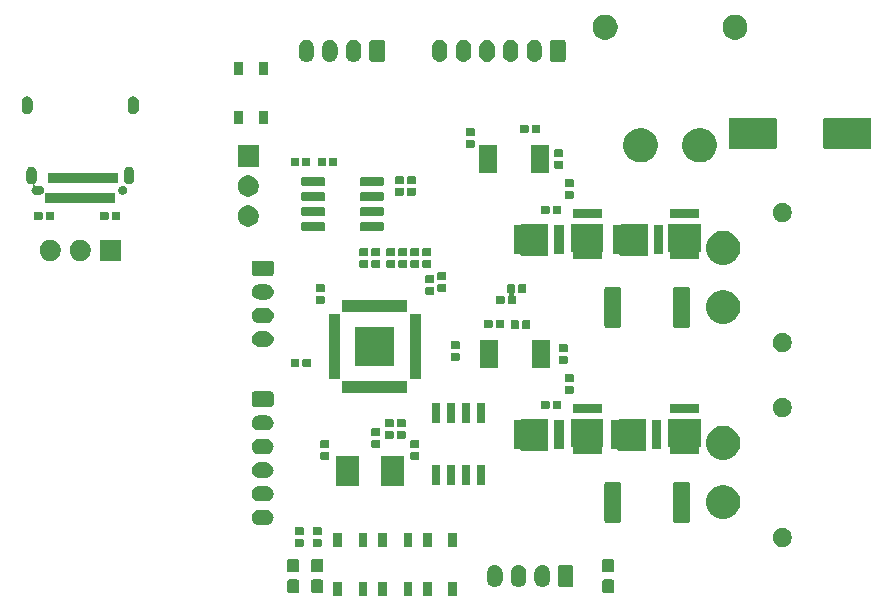
<source format=gts>
G04 #@! TF.GenerationSoftware,KiCad,Pcbnew,(5.1.5)-3*
G04 #@! TF.CreationDate,2022-07-01T00:55:21+09:00*
G04 #@! TF.ProjectId,RP_MD,52505f4d-442e-46b6-9963-61645f706362,rev?*
G04 #@! TF.SameCoordinates,Original*
G04 #@! TF.FileFunction,Soldermask,Top*
G04 #@! TF.FilePolarity,Negative*
%FSLAX46Y46*%
G04 Gerber Fmt 4.6, Leading zero omitted, Abs format (unit mm)*
G04 Created by KiCad (PCBNEW (5.1.5)-3) date 2022-07-01 00:55:21*
%MOMM*%
%LPD*%
G04 APERTURE LIST*
%ADD10C,0.100000*%
G04 APERTURE END LIST*
D10*
G36*
X124911000Y-99981000D02*
G01*
X124159000Y-99981000D01*
X124159000Y-98829000D01*
X124911000Y-98829000D01*
X124911000Y-99981000D01*
G37*
G36*
X126555000Y-99981000D02*
G01*
X125803000Y-99981000D01*
X125803000Y-98829000D01*
X126555000Y-98829000D01*
X126555000Y-99981000D01*
G37*
G36*
X128705000Y-99981000D02*
G01*
X127953000Y-99981000D01*
X127953000Y-98829000D01*
X128705000Y-98829000D01*
X128705000Y-99981000D01*
G37*
G36*
X118951000Y-99981000D02*
G01*
X118199000Y-99981000D01*
X118199000Y-98829000D01*
X118951000Y-98829000D01*
X118951000Y-99981000D01*
G37*
G36*
X122761000Y-99981000D02*
G01*
X122009000Y-99981000D01*
X122009000Y-98829000D01*
X122761000Y-98829000D01*
X122761000Y-99981000D01*
G37*
G36*
X121101000Y-99981000D02*
G01*
X120349000Y-99981000D01*
X120349000Y-98829000D01*
X121101000Y-98829000D01*
X121101000Y-99981000D01*
G37*
G36*
X141842499Y-98601445D02*
G01*
X141879995Y-98612820D01*
X141914554Y-98631292D01*
X141944847Y-98656153D01*
X141969708Y-98686446D01*
X141988180Y-98721005D01*
X141999555Y-98758501D01*
X142004000Y-98803638D01*
X142004000Y-99542362D01*
X141999555Y-99587499D01*
X141988180Y-99624995D01*
X141969708Y-99659554D01*
X141944847Y-99689847D01*
X141914554Y-99714708D01*
X141879995Y-99733180D01*
X141842499Y-99744555D01*
X141797362Y-99749000D01*
X141158638Y-99749000D01*
X141113501Y-99744555D01*
X141076005Y-99733180D01*
X141041446Y-99714708D01*
X141011153Y-99689847D01*
X140986292Y-99659554D01*
X140967820Y-99624995D01*
X140956445Y-99587499D01*
X140952000Y-99542362D01*
X140952000Y-98803638D01*
X140956445Y-98758501D01*
X140967820Y-98721005D01*
X140986292Y-98686446D01*
X141011153Y-98656153D01*
X141041446Y-98631292D01*
X141076005Y-98612820D01*
X141113501Y-98601445D01*
X141158638Y-98597000D01*
X141797362Y-98597000D01*
X141842499Y-98601445D01*
G37*
G36*
X115172499Y-98601445D02*
G01*
X115209995Y-98612820D01*
X115244554Y-98631292D01*
X115274847Y-98656153D01*
X115299708Y-98686446D01*
X115318180Y-98721005D01*
X115329555Y-98758501D01*
X115334000Y-98803638D01*
X115334000Y-99542362D01*
X115329555Y-99587499D01*
X115318180Y-99624995D01*
X115299708Y-99659554D01*
X115274847Y-99689847D01*
X115244554Y-99714708D01*
X115209995Y-99733180D01*
X115172499Y-99744555D01*
X115127362Y-99749000D01*
X114488638Y-99749000D01*
X114443501Y-99744555D01*
X114406005Y-99733180D01*
X114371446Y-99714708D01*
X114341153Y-99689847D01*
X114316292Y-99659554D01*
X114297820Y-99624995D01*
X114286445Y-99587499D01*
X114282000Y-99542362D01*
X114282000Y-98803638D01*
X114286445Y-98758501D01*
X114297820Y-98721005D01*
X114316292Y-98686446D01*
X114341153Y-98656153D01*
X114371446Y-98631292D01*
X114406005Y-98612820D01*
X114443501Y-98601445D01*
X114488638Y-98597000D01*
X115127362Y-98597000D01*
X115172499Y-98601445D01*
G37*
G36*
X117204499Y-98593445D02*
G01*
X117241995Y-98604820D01*
X117276554Y-98623292D01*
X117306847Y-98648153D01*
X117331708Y-98678446D01*
X117350180Y-98713005D01*
X117361555Y-98750501D01*
X117366000Y-98795638D01*
X117366000Y-99534362D01*
X117361555Y-99579499D01*
X117350180Y-99616995D01*
X117331708Y-99651554D01*
X117306847Y-99681847D01*
X117276554Y-99706708D01*
X117241995Y-99725180D01*
X117204499Y-99736555D01*
X117159362Y-99741000D01*
X116520638Y-99741000D01*
X116475501Y-99736555D01*
X116438005Y-99725180D01*
X116403446Y-99706708D01*
X116373153Y-99681847D01*
X116348292Y-99651554D01*
X116329820Y-99616995D01*
X116318445Y-99579499D01*
X116314000Y-99534362D01*
X116314000Y-98795638D01*
X116318445Y-98750501D01*
X116329820Y-98713005D01*
X116348292Y-98678446D01*
X116373153Y-98648153D01*
X116403446Y-98623292D01*
X116438005Y-98604820D01*
X116475501Y-98593445D01*
X116520638Y-98589000D01*
X117159362Y-98589000D01*
X117204499Y-98593445D01*
G37*
G36*
X136017618Y-97381420D02*
G01*
X136098400Y-97405925D01*
X136140336Y-97418646D01*
X136253425Y-97479094D01*
X136352554Y-97560446D01*
X136433906Y-97659575D01*
X136494354Y-97772664D01*
X136494355Y-97772668D01*
X136531580Y-97895382D01*
X136535171Y-97931847D01*
X136541000Y-97991026D01*
X136541000Y-98604974D01*
X136540227Y-98612820D01*
X136531580Y-98700618D01*
X136504040Y-98791404D01*
X136494354Y-98823336D01*
X136433906Y-98936425D01*
X136352554Y-99035553D01*
X136253424Y-99116906D01*
X136140335Y-99177354D01*
X136108403Y-99187040D01*
X136017617Y-99214580D01*
X135890000Y-99227149D01*
X135762382Y-99214580D01*
X135671596Y-99187040D01*
X135639664Y-99177354D01*
X135526575Y-99116906D01*
X135427447Y-99035554D01*
X135346094Y-98936424D01*
X135285646Y-98823335D01*
X135252178Y-98713005D01*
X135248420Y-98700617D01*
X135239000Y-98604972D01*
X135239000Y-97991027D01*
X135248420Y-97895382D01*
X135279671Y-97792362D01*
X135285645Y-97772667D01*
X135317957Y-97712217D01*
X135346095Y-97659574D01*
X135359493Y-97643249D01*
X135427447Y-97560446D01*
X135526576Y-97479094D01*
X135639665Y-97418646D01*
X135681601Y-97405925D01*
X135762383Y-97381420D01*
X135890000Y-97368851D01*
X136017618Y-97381420D01*
G37*
G36*
X132017618Y-97381420D02*
G01*
X132098400Y-97405925D01*
X132140336Y-97418646D01*
X132253425Y-97479094D01*
X132352554Y-97560446D01*
X132433906Y-97659575D01*
X132494354Y-97772664D01*
X132494355Y-97772668D01*
X132531580Y-97895382D01*
X132535171Y-97931847D01*
X132541000Y-97991026D01*
X132541000Y-98604974D01*
X132540227Y-98612820D01*
X132531580Y-98700618D01*
X132504040Y-98791404D01*
X132494354Y-98823336D01*
X132433906Y-98936425D01*
X132352554Y-99035553D01*
X132253424Y-99116906D01*
X132140335Y-99177354D01*
X132108403Y-99187040D01*
X132017617Y-99214580D01*
X131890000Y-99227149D01*
X131762382Y-99214580D01*
X131671596Y-99187040D01*
X131639664Y-99177354D01*
X131526575Y-99116906D01*
X131427447Y-99035554D01*
X131346094Y-98936424D01*
X131285646Y-98823335D01*
X131252178Y-98713005D01*
X131248420Y-98700617D01*
X131239000Y-98604972D01*
X131239000Y-97991027D01*
X131248420Y-97895382D01*
X131279671Y-97792362D01*
X131285645Y-97772667D01*
X131317957Y-97712217D01*
X131346095Y-97659574D01*
X131359493Y-97643249D01*
X131427447Y-97560446D01*
X131526576Y-97479094D01*
X131639665Y-97418646D01*
X131681601Y-97405925D01*
X131762383Y-97381420D01*
X131890000Y-97368851D01*
X132017618Y-97381420D01*
G37*
G36*
X134017618Y-97381420D02*
G01*
X134098400Y-97405925D01*
X134140336Y-97418646D01*
X134253425Y-97479094D01*
X134352554Y-97560446D01*
X134433906Y-97659575D01*
X134494354Y-97772664D01*
X134494355Y-97772668D01*
X134531580Y-97895382D01*
X134535171Y-97931847D01*
X134541000Y-97991026D01*
X134541000Y-98604974D01*
X134540227Y-98612820D01*
X134531580Y-98700618D01*
X134504040Y-98791404D01*
X134494354Y-98823336D01*
X134433906Y-98936425D01*
X134352554Y-99035553D01*
X134253424Y-99116906D01*
X134140335Y-99177354D01*
X134108403Y-99187040D01*
X134017617Y-99214580D01*
X133890000Y-99227149D01*
X133762382Y-99214580D01*
X133671596Y-99187040D01*
X133639664Y-99177354D01*
X133526575Y-99116906D01*
X133427447Y-99035554D01*
X133346094Y-98936424D01*
X133285646Y-98823335D01*
X133252178Y-98713005D01*
X133248420Y-98700617D01*
X133239000Y-98604972D01*
X133239000Y-97991027D01*
X133248420Y-97895382D01*
X133279671Y-97792362D01*
X133285645Y-97772667D01*
X133317957Y-97712217D01*
X133346095Y-97659574D01*
X133359493Y-97643249D01*
X133427447Y-97560446D01*
X133526576Y-97479094D01*
X133639665Y-97418646D01*
X133681601Y-97405925D01*
X133762383Y-97381420D01*
X133890000Y-97368851D01*
X134017618Y-97381420D01*
G37*
G36*
X138381242Y-97376404D02*
G01*
X138418337Y-97387657D01*
X138452515Y-97405925D01*
X138482481Y-97430519D01*
X138507075Y-97460485D01*
X138525343Y-97494663D01*
X138536596Y-97531758D01*
X138541000Y-97576474D01*
X138541000Y-99019526D01*
X138536596Y-99064242D01*
X138525343Y-99101337D01*
X138507075Y-99135515D01*
X138482481Y-99165481D01*
X138452515Y-99190075D01*
X138418337Y-99208343D01*
X138381242Y-99219596D01*
X138336526Y-99224000D01*
X137443474Y-99224000D01*
X137398758Y-99219596D01*
X137361663Y-99208343D01*
X137327485Y-99190075D01*
X137297519Y-99165481D01*
X137272925Y-99135515D01*
X137254657Y-99101337D01*
X137243404Y-99064242D01*
X137239000Y-99019526D01*
X137239000Y-97576474D01*
X137243404Y-97531758D01*
X137254657Y-97494663D01*
X137272925Y-97460485D01*
X137297519Y-97430519D01*
X137327485Y-97405925D01*
X137361663Y-97387657D01*
X137398758Y-97376404D01*
X137443474Y-97372000D01*
X138336526Y-97372000D01*
X138381242Y-97376404D01*
G37*
G36*
X141842499Y-96851445D02*
G01*
X141879995Y-96862820D01*
X141914554Y-96881292D01*
X141944847Y-96906153D01*
X141969708Y-96936446D01*
X141988180Y-96971005D01*
X141999555Y-97008501D01*
X142004000Y-97053638D01*
X142004000Y-97792362D01*
X141999555Y-97837499D01*
X141988180Y-97874995D01*
X141969708Y-97909554D01*
X141944847Y-97939847D01*
X141914554Y-97964708D01*
X141879995Y-97983180D01*
X141842499Y-97994555D01*
X141797362Y-97999000D01*
X141158638Y-97999000D01*
X141113501Y-97994555D01*
X141076005Y-97983180D01*
X141041446Y-97964708D01*
X141011153Y-97939847D01*
X140986292Y-97909554D01*
X140967820Y-97874995D01*
X140956445Y-97837499D01*
X140952000Y-97792362D01*
X140952000Y-97053638D01*
X140956445Y-97008501D01*
X140967820Y-96971005D01*
X140986292Y-96936446D01*
X141011153Y-96906153D01*
X141041446Y-96881292D01*
X141076005Y-96862820D01*
X141113501Y-96851445D01*
X141158638Y-96847000D01*
X141797362Y-96847000D01*
X141842499Y-96851445D01*
G37*
G36*
X115172499Y-96851445D02*
G01*
X115209995Y-96862820D01*
X115244554Y-96881292D01*
X115274847Y-96906153D01*
X115299708Y-96936446D01*
X115318180Y-96971005D01*
X115329555Y-97008501D01*
X115334000Y-97053638D01*
X115334000Y-97792362D01*
X115329555Y-97837499D01*
X115318180Y-97874995D01*
X115299708Y-97909554D01*
X115274847Y-97939847D01*
X115244554Y-97964708D01*
X115209995Y-97983180D01*
X115172499Y-97994555D01*
X115127362Y-97999000D01*
X114488638Y-97999000D01*
X114443501Y-97994555D01*
X114406005Y-97983180D01*
X114371446Y-97964708D01*
X114341153Y-97939847D01*
X114316292Y-97909554D01*
X114297820Y-97874995D01*
X114286445Y-97837499D01*
X114282000Y-97792362D01*
X114282000Y-97053638D01*
X114286445Y-97008501D01*
X114297820Y-96971005D01*
X114316292Y-96936446D01*
X114341153Y-96906153D01*
X114371446Y-96881292D01*
X114406005Y-96862820D01*
X114443501Y-96851445D01*
X114488638Y-96847000D01*
X115127362Y-96847000D01*
X115172499Y-96851445D01*
G37*
G36*
X117204499Y-96843445D02*
G01*
X117241995Y-96854820D01*
X117276554Y-96873292D01*
X117306847Y-96898153D01*
X117331708Y-96928446D01*
X117350180Y-96963005D01*
X117361555Y-97000501D01*
X117366000Y-97045638D01*
X117366000Y-97784362D01*
X117361555Y-97829499D01*
X117350180Y-97866995D01*
X117331708Y-97901554D01*
X117306847Y-97931847D01*
X117276554Y-97956708D01*
X117241995Y-97975180D01*
X117204499Y-97986555D01*
X117159362Y-97991000D01*
X116520638Y-97991000D01*
X116475501Y-97986555D01*
X116438005Y-97975180D01*
X116403446Y-97956708D01*
X116373153Y-97931847D01*
X116348292Y-97901554D01*
X116329820Y-97866995D01*
X116318445Y-97829499D01*
X116314000Y-97784362D01*
X116314000Y-97045638D01*
X116318445Y-97000501D01*
X116329820Y-96963005D01*
X116348292Y-96928446D01*
X116373153Y-96898153D01*
X116403446Y-96873292D01*
X116438005Y-96854820D01*
X116475501Y-96843445D01*
X116520638Y-96839000D01*
X117159362Y-96839000D01*
X117204499Y-96843445D01*
G37*
G36*
X156443642Y-94264781D02*
G01*
X156589414Y-94325162D01*
X156589416Y-94325163D01*
X156720608Y-94412822D01*
X156832178Y-94524392D01*
X156919837Y-94655584D01*
X156919838Y-94655586D01*
X156980219Y-94801358D01*
X157011000Y-94956107D01*
X157011000Y-95113893D01*
X156980219Y-95268642D01*
X156977896Y-95274249D01*
X156919837Y-95414416D01*
X156832178Y-95545608D01*
X156720608Y-95657178D01*
X156589416Y-95744837D01*
X156589415Y-95744838D01*
X156589414Y-95744838D01*
X156443642Y-95805219D01*
X156288893Y-95836000D01*
X156131107Y-95836000D01*
X155976358Y-95805219D01*
X155830586Y-95744838D01*
X155830585Y-95744838D01*
X155830584Y-95744837D01*
X155699392Y-95657178D01*
X155587822Y-95545608D01*
X155500163Y-95414416D01*
X155442104Y-95274249D01*
X155439781Y-95268642D01*
X155409000Y-95113893D01*
X155409000Y-94956107D01*
X155439781Y-94801358D01*
X155500162Y-94655586D01*
X155500163Y-94655584D01*
X155587822Y-94524392D01*
X155699392Y-94412822D01*
X155830584Y-94325163D01*
X155830586Y-94325162D01*
X155976358Y-94264781D01*
X156131107Y-94234000D01*
X156288893Y-94234000D01*
X156443642Y-94264781D01*
G37*
G36*
X126555000Y-95831000D02*
G01*
X125803000Y-95831000D01*
X125803000Y-94679000D01*
X126555000Y-94679000D01*
X126555000Y-95831000D01*
G37*
G36*
X128705000Y-95831000D02*
G01*
X127953000Y-95831000D01*
X127953000Y-94679000D01*
X128705000Y-94679000D01*
X128705000Y-95831000D01*
G37*
G36*
X121101000Y-95831000D02*
G01*
X120349000Y-95831000D01*
X120349000Y-94679000D01*
X121101000Y-94679000D01*
X121101000Y-95831000D01*
G37*
G36*
X122761000Y-95831000D02*
G01*
X122009000Y-95831000D01*
X122009000Y-94679000D01*
X122761000Y-94679000D01*
X122761000Y-95831000D01*
G37*
G36*
X124911000Y-95831000D02*
G01*
X124159000Y-95831000D01*
X124159000Y-94679000D01*
X124911000Y-94679000D01*
X124911000Y-95831000D01*
G37*
G36*
X118951000Y-95831000D02*
G01*
X118199000Y-95831000D01*
X118199000Y-94679000D01*
X118951000Y-94679000D01*
X118951000Y-95831000D01*
G37*
G36*
X115597938Y-95137716D02*
G01*
X115618557Y-95143971D01*
X115637553Y-95154124D01*
X115654208Y-95167792D01*
X115667876Y-95184447D01*
X115678029Y-95203443D01*
X115684284Y-95224062D01*
X115687000Y-95251640D01*
X115687000Y-95710360D01*
X115684284Y-95737938D01*
X115678029Y-95758557D01*
X115667876Y-95777553D01*
X115654208Y-95794208D01*
X115637553Y-95807876D01*
X115618557Y-95818029D01*
X115597938Y-95824284D01*
X115570360Y-95827000D01*
X115061640Y-95827000D01*
X115034062Y-95824284D01*
X115013443Y-95818029D01*
X114994447Y-95807876D01*
X114977792Y-95794208D01*
X114964124Y-95777553D01*
X114953971Y-95758557D01*
X114947716Y-95737938D01*
X114945000Y-95710360D01*
X114945000Y-95251640D01*
X114947716Y-95224062D01*
X114953971Y-95203443D01*
X114964124Y-95184447D01*
X114977792Y-95167792D01*
X114994447Y-95154124D01*
X115013443Y-95143971D01*
X115034062Y-95137716D01*
X115061640Y-95135000D01*
X115570360Y-95135000D01*
X115597938Y-95137716D01*
G37*
G36*
X117121938Y-95137716D02*
G01*
X117142557Y-95143971D01*
X117161553Y-95154124D01*
X117178208Y-95167792D01*
X117191876Y-95184447D01*
X117202029Y-95203443D01*
X117208284Y-95224062D01*
X117211000Y-95251640D01*
X117211000Y-95710360D01*
X117208284Y-95737938D01*
X117202029Y-95758557D01*
X117191876Y-95777553D01*
X117178208Y-95794208D01*
X117161553Y-95807876D01*
X117142557Y-95818029D01*
X117121938Y-95824284D01*
X117094360Y-95827000D01*
X116585640Y-95827000D01*
X116558062Y-95824284D01*
X116537443Y-95818029D01*
X116518447Y-95807876D01*
X116501792Y-95794208D01*
X116488124Y-95777553D01*
X116477971Y-95758557D01*
X116471716Y-95737938D01*
X116469000Y-95710360D01*
X116469000Y-95251640D01*
X116471716Y-95224062D01*
X116477971Y-95203443D01*
X116488124Y-95184447D01*
X116501792Y-95167792D01*
X116518447Y-95154124D01*
X116537443Y-95143971D01*
X116558062Y-95137716D01*
X116585640Y-95135000D01*
X117094360Y-95135000D01*
X117121938Y-95137716D01*
G37*
G36*
X115597938Y-94167716D02*
G01*
X115618557Y-94173971D01*
X115637553Y-94184124D01*
X115654208Y-94197792D01*
X115667876Y-94214447D01*
X115678029Y-94233443D01*
X115684284Y-94254062D01*
X115687000Y-94281640D01*
X115687000Y-94740360D01*
X115684284Y-94767938D01*
X115678029Y-94788557D01*
X115667876Y-94807553D01*
X115654208Y-94824208D01*
X115637553Y-94837876D01*
X115618557Y-94848029D01*
X115597938Y-94854284D01*
X115570360Y-94857000D01*
X115061640Y-94857000D01*
X115034062Y-94854284D01*
X115013443Y-94848029D01*
X114994447Y-94837876D01*
X114977792Y-94824208D01*
X114964124Y-94807553D01*
X114953971Y-94788557D01*
X114947716Y-94767938D01*
X114945000Y-94740360D01*
X114945000Y-94281640D01*
X114947716Y-94254062D01*
X114953971Y-94233443D01*
X114964124Y-94214447D01*
X114977792Y-94197792D01*
X114994447Y-94184124D01*
X115013443Y-94173971D01*
X115034062Y-94167716D01*
X115061640Y-94165000D01*
X115570360Y-94165000D01*
X115597938Y-94167716D01*
G37*
G36*
X117121938Y-94167716D02*
G01*
X117142557Y-94173971D01*
X117161553Y-94184124D01*
X117178208Y-94197792D01*
X117191876Y-94214447D01*
X117202029Y-94233443D01*
X117208284Y-94254062D01*
X117211000Y-94281640D01*
X117211000Y-94740360D01*
X117208284Y-94767938D01*
X117202029Y-94788557D01*
X117191876Y-94807553D01*
X117178208Y-94824208D01*
X117161553Y-94837876D01*
X117142557Y-94848029D01*
X117121938Y-94854284D01*
X117094360Y-94857000D01*
X116585640Y-94857000D01*
X116558062Y-94854284D01*
X116537443Y-94848029D01*
X116518447Y-94837876D01*
X116501792Y-94824208D01*
X116488124Y-94807553D01*
X116477971Y-94788557D01*
X116471716Y-94767938D01*
X116469000Y-94740360D01*
X116469000Y-94281640D01*
X116471716Y-94254062D01*
X116477971Y-94233443D01*
X116488124Y-94214447D01*
X116501792Y-94197792D01*
X116518447Y-94184124D01*
X116537443Y-94173971D01*
X116558062Y-94167716D01*
X116585640Y-94165000D01*
X117094360Y-94165000D01*
X117121938Y-94167716D01*
G37*
G36*
X112558855Y-92682140D02*
G01*
X112622618Y-92688420D01*
X112713404Y-92715960D01*
X112745336Y-92725646D01*
X112858425Y-92786094D01*
X112957554Y-92867446D01*
X113038906Y-92966575D01*
X113099354Y-93079664D01*
X113099355Y-93079668D01*
X113136580Y-93202382D01*
X113149149Y-93330000D01*
X113136580Y-93457618D01*
X113127970Y-93486000D01*
X113099354Y-93580336D01*
X113038906Y-93693425D01*
X112957554Y-93792554D01*
X112858425Y-93873906D01*
X112745336Y-93934354D01*
X112713404Y-93944040D01*
X112622618Y-93971580D01*
X112558855Y-93977860D01*
X112526974Y-93981000D01*
X111913026Y-93981000D01*
X111881145Y-93977860D01*
X111817382Y-93971580D01*
X111726596Y-93944040D01*
X111694664Y-93934354D01*
X111581575Y-93873906D01*
X111482446Y-93792554D01*
X111401094Y-93693425D01*
X111340646Y-93580336D01*
X111312030Y-93486000D01*
X111303420Y-93457618D01*
X111290851Y-93330000D01*
X111303420Y-93202382D01*
X111340645Y-93079668D01*
X111340646Y-93079664D01*
X111401094Y-92966575D01*
X111482446Y-92867446D01*
X111581575Y-92786094D01*
X111694664Y-92725646D01*
X111726596Y-92715960D01*
X111817382Y-92688420D01*
X111881145Y-92682140D01*
X111913026Y-92679000D01*
X112526974Y-92679000D01*
X112558855Y-92682140D01*
G37*
G36*
X142452798Y-90353247D02*
G01*
X142488367Y-90364037D01*
X142521139Y-90381554D01*
X142549869Y-90405131D01*
X142573446Y-90433861D01*
X142590963Y-90466633D01*
X142601753Y-90502202D01*
X142606000Y-90545325D01*
X142606000Y-93604675D01*
X142601753Y-93647798D01*
X142590963Y-93683367D01*
X142573446Y-93716139D01*
X142549869Y-93744869D01*
X142521139Y-93768446D01*
X142488367Y-93785963D01*
X142452798Y-93796753D01*
X142409675Y-93801000D01*
X141350325Y-93801000D01*
X141307202Y-93796753D01*
X141271633Y-93785963D01*
X141238861Y-93768446D01*
X141210131Y-93744869D01*
X141186554Y-93716139D01*
X141169037Y-93683367D01*
X141158247Y-93647798D01*
X141154000Y-93604675D01*
X141154000Y-90545325D01*
X141158247Y-90502202D01*
X141169037Y-90466633D01*
X141186554Y-90433861D01*
X141210131Y-90405131D01*
X141238861Y-90381554D01*
X141271633Y-90364037D01*
X141307202Y-90353247D01*
X141350325Y-90349000D01*
X142409675Y-90349000D01*
X142452798Y-90353247D01*
G37*
G36*
X148252798Y-90353247D02*
G01*
X148288367Y-90364037D01*
X148321139Y-90381554D01*
X148349869Y-90405131D01*
X148373446Y-90433861D01*
X148390963Y-90466633D01*
X148401753Y-90502202D01*
X148406000Y-90545325D01*
X148406000Y-93604675D01*
X148401753Y-93647798D01*
X148390963Y-93683367D01*
X148373446Y-93716139D01*
X148349869Y-93744869D01*
X148321139Y-93768446D01*
X148288367Y-93785963D01*
X148252798Y-93796753D01*
X148209675Y-93801000D01*
X147150325Y-93801000D01*
X147107202Y-93796753D01*
X147071633Y-93785963D01*
X147038861Y-93768446D01*
X147010131Y-93744869D01*
X146986554Y-93716139D01*
X146969037Y-93683367D01*
X146958247Y-93647798D01*
X146954000Y-93604675D01*
X146954000Y-90545325D01*
X146958247Y-90502202D01*
X146969037Y-90466633D01*
X146986554Y-90433861D01*
X147010131Y-90405131D01*
X147038861Y-90381554D01*
X147071633Y-90364037D01*
X147107202Y-90353247D01*
X147150325Y-90349000D01*
X148209675Y-90349000D01*
X148252798Y-90353247D01*
G37*
G36*
X151633241Y-90639760D02*
G01*
X151897305Y-90749139D01*
X152134958Y-90907934D01*
X152337066Y-91110042D01*
X152495861Y-91347695D01*
X152605240Y-91611759D01*
X152661000Y-91892088D01*
X152661000Y-92177912D01*
X152605240Y-92458241D01*
X152495861Y-92722305D01*
X152337066Y-92959958D01*
X152134958Y-93162066D01*
X151897305Y-93320861D01*
X151633241Y-93430240D01*
X151352912Y-93486000D01*
X151067088Y-93486000D01*
X150786759Y-93430240D01*
X150522695Y-93320861D01*
X150285042Y-93162066D01*
X150082934Y-92959958D01*
X149924139Y-92722305D01*
X149814760Y-92458241D01*
X149759000Y-92177912D01*
X149759000Y-91892088D01*
X149814760Y-91611759D01*
X149924139Y-91347695D01*
X150082934Y-91110042D01*
X150285042Y-90907934D01*
X150522695Y-90749139D01*
X150786759Y-90639760D01*
X151067088Y-90584000D01*
X151352912Y-90584000D01*
X151633241Y-90639760D01*
G37*
G36*
X112558855Y-90682140D02*
G01*
X112622618Y-90688420D01*
X112713404Y-90715960D01*
X112745336Y-90725646D01*
X112858425Y-90786094D01*
X112957554Y-90867446D01*
X113038906Y-90966575D01*
X113099354Y-91079664D01*
X113099355Y-91079668D01*
X113136580Y-91202382D01*
X113149149Y-91330000D01*
X113136580Y-91457618D01*
X113109040Y-91548404D01*
X113099354Y-91580336D01*
X113038906Y-91693425D01*
X112957554Y-91792554D01*
X112858425Y-91873906D01*
X112745336Y-91934354D01*
X112713404Y-91944040D01*
X112622618Y-91971580D01*
X112558855Y-91977860D01*
X112526974Y-91981000D01*
X111913026Y-91981000D01*
X111881145Y-91977860D01*
X111817382Y-91971580D01*
X111726596Y-91944040D01*
X111694664Y-91934354D01*
X111581575Y-91873906D01*
X111482446Y-91792554D01*
X111401094Y-91693425D01*
X111340646Y-91580336D01*
X111330960Y-91548404D01*
X111303420Y-91457618D01*
X111290851Y-91330000D01*
X111303420Y-91202382D01*
X111340645Y-91079668D01*
X111340646Y-91079664D01*
X111401094Y-90966575D01*
X111482446Y-90867446D01*
X111581575Y-90786094D01*
X111694664Y-90725646D01*
X111726596Y-90715960D01*
X111817382Y-90688420D01*
X111881145Y-90682140D01*
X111913026Y-90679000D01*
X112526974Y-90679000D01*
X112558855Y-90682140D01*
G37*
G36*
X120351000Y-90659000D02*
G01*
X118449000Y-90659000D01*
X118449000Y-88157000D01*
X120351000Y-88157000D01*
X120351000Y-90659000D01*
G37*
G36*
X124151000Y-90659000D02*
G01*
X122249000Y-90659000D01*
X122249000Y-88157000D01*
X124151000Y-88157000D01*
X124151000Y-90659000D01*
G37*
G36*
X130942928Y-88873764D02*
G01*
X130964009Y-88880160D01*
X130983445Y-88890548D01*
X131000476Y-88904524D01*
X131014452Y-88921555D01*
X131024840Y-88940991D01*
X131031236Y-88962072D01*
X131034000Y-88990140D01*
X131034000Y-90503860D01*
X131031236Y-90531928D01*
X131024840Y-90553009D01*
X131014452Y-90572445D01*
X131000476Y-90589476D01*
X130983445Y-90603452D01*
X130964009Y-90613840D01*
X130942928Y-90620236D01*
X130914860Y-90623000D01*
X130451140Y-90623000D01*
X130423072Y-90620236D01*
X130401991Y-90613840D01*
X130382555Y-90603452D01*
X130365524Y-90589476D01*
X130351548Y-90572445D01*
X130341160Y-90553009D01*
X130334764Y-90531928D01*
X130332000Y-90503860D01*
X130332000Y-88990140D01*
X130334764Y-88962072D01*
X130341160Y-88940991D01*
X130351548Y-88921555D01*
X130365524Y-88904524D01*
X130382555Y-88890548D01*
X130401991Y-88880160D01*
X130423072Y-88873764D01*
X130451140Y-88871000D01*
X130914860Y-88871000D01*
X130942928Y-88873764D01*
G37*
G36*
X129672928Y-88873764D02*
G01*
X129694009Y-88880160D01*
X129713445Y-88890548D01*
X129730476Y-88904524D01*
X129744452Y-88921555D01*
X129754840Y-88940991D01*
X129761236Y-88962072D01*
X129764000Y-88990140D01*
X129764000Y-90503860D01*
X129761236Y-90531928D01*
X129754840Y-90553009D01*
X129744452Y-90572445D01*
X129730476Y-90589476D01*
X129713445Y-90603452D01*
X129694009Y-90613840D01*
X129672928Y-90620236D01*
X129644860Y-90623000D01*
X129181140Y-90623000D01*
X129153072Y-90620236D01*
X129131991Y-90613840D01*
X129112555Y-90603452D01*
X129095524Y-90589476D01*
X129081548Y-90572445D01*
X129071160Y-90553009D01*
X129064764Y-90531928D01*
X129062000Y-90503860D01*
X129062000Y-88990140D01*
X129064764Y-88962072D01*
X129071160Y-88940991D01*
X129081548Y-88921555D01*
X129095524Y-88904524D01*
X129112555Y-88890548D01*
X129131991Y-88880160D01*
X129153072Y-88873764D01*
X129181140Y-88871000D01*
X129644860Y-88871000D01*
X129672928Y-88873764D01*
G37*
G36*
X128402928Y-88873764D02*
G01*
X128424009Y-88880160D01*
X128443445Y-88890548D01*
X128460476Y-88904524D01*
X128474452Y-88921555D01*
X128484840Y-88940991D01*
X128491236Y-88962072D01*
X128494000Y-88990140D01*
X128494000Y-90503860D01*
X128491236Y-90531928D01*
X128484840Y-90553009D01*
X128474452Y-90572445D01*
X128460476Y-90589476D01*
X128443445Y-90603452D01*
X128424009Y-90613840D01*
X128402928Y-90620236D01*
X128374860Y-90623000D01*
X127911140Y-90623000D01*
X127883072Y-90620236D01*
X127861991Y-90613840D01*
X127842555Y-90603452D01*
X127825524Y-90589476D01*
X127811548Y-90572445D01*
X127801160Y-90553009D01*
X127794764Y-90531928D01*
X127792000Y-90503860D01*
X127792000Y-88990140D01*
X127794764Y-88962072D01*
X127801160Y-88940991D01*
X127811548Y-88921555D01*
X127825524Y-88904524D01*
X127842555Y-88890548D01*
X127861991Y-88880160D01*
X127883072Y-88873764D01*
X127911140Y-88871000D01*
X128374860Y-88871000D01*
X128402928Y-88873764D01*
G37*
G36*
X127132928Y-88873764D02*
G01*
X127154009Y-88880160D01*
X127173445Y-88890548D01*
X127190476Y-88904524D01*
X127204452Y-88921555D01*
X127214840Y-88940991D01*
X127221236Y-88962072D01*
X127224000Y-88990140D01*
X127224000Y-90503860D01*
X127221236Y-90531928D01*
X127214840Y-90553009D01*
X127204452Y-90572445D01*
X127190476Y-90589476D01*
X127173445Y-90603452D01*
X127154009Y-90613840D01*
X127132928Y-90620236D01*
X127104860Y-90623000D01*
X126641140Y-90623000D01*
X126613072Y-90620236D01*
X126591991Y-90613840D01*
X126572555Y-90603452D01*
X126555524Y-90589476D01*
X126541548Y-90572445D01*
X126531160Y-90553009D01*
X126524764Y-90531928D01*
X126522000Y-90503860D01*
X126522000Y-88990140D01*
X126524764Y-88962072D01*
X126531160Y-88940991D01*
X126541548Y-88921555D01*
X126555524Y-88904524D01*
X126572555Y-88890548D01*
X126591991Y-88880160D01*
X126613072Y-88873764D01*
X126641140Y-88871000D01*
X127104860Y-88871000D01*
X127132928Y-88873764D01*
G37*
G36*
X112558855Y-88682140D02*
G01*
X112622618Y-88688420D01*
X112713404Y-88715960D01*
X112745336Y-88725646D01*
X112858425Y-88786094D01*
X112957554Y-88867446D01*
X113038906Y-88966575D01*
X113099354Y-89079664D01*
X113099355Y-89079668D01*
X113136580Y-89202382D01*
X113149149Y-89330000D01*
X113136580Y-89457618D01*
X113109040Y-89548404D01*
X113099354Y-89580336D01*
X113038906Y-89693425D01*
X112957554Y-89792554D01*
X112858425Y-89873906D01*
X112745336Y-89934354D01*
X112713404Y-89944040D01*
X112622618Y-89971580D01*
X112558855Y-89977860D01*
X112526974Y-89981000D01*
X111913026Y-89981000D01*
X111881145Y-89977860D01*
X111817382Y-89971580D01*
X111726596Y-89944040D01*
X111694664Y-89934354D01*
X111581575Y-89873906D01*
X111482446Y-89792554D01*
X111401094Y-89693425D01*
X111340646Y-89580336D01*
X111330960Y-89548404D01*
X111303420Y-89457618D01*
X111290851Y-89330000D01*
X111303420Y-89202382D01*
X111340645Y-89079668D01*
X111340646Y-89079664D01*
X111401094Y-88966575D01*
X111482446Y-88867446D01*
X111581575Y-88786094D01*
X111694664Y-88725646D01*
X111726596Y-88715960D01*
X111817382Y-88688420D01*
X111881145Y-88682140D01*
X111913026Y-88679000D01*
X112526974Y-88679000D01*
X112558855Y-88682140D01*
G37*
G36*
X151633241Y-85639760D02*
G01*
X151897305Y-85749139D01*
X152134958Y-85907934D01*
X152337066Y-86110042D01*
X152495861Y-86347695D01*
X152605240Y-86611759D01*
X152661000Y-86892088D01*
X152661000Y-87177912D01*
X152605240Y-87458241D01*
X152495861Y-87722305D01*
X152337066Y-87959958D01*
X152134958Y-88162066D01*
X151897305Y-88320861D01*
X151633241Y-88430240D01*
X151352912Y-88486000D01*
X151067088Y-88486000D01*
X150786759Y-88430240D01*
X150522695Y-88320861D01*
X150285042Y-88162066D01*
X150082934Y-87959958D01*
X149924139Y-87722305D01*
X149814760Y-87458241D01*
X149759000Y-87177912D01*
X149759000Y-86892088D01*
X149814760Y-86611759D01*
X149924139Y-86347695D01*
X150082934Y-86110042D01*
X150285042Y-85907934D01*
X150522695Y-85749139D01*
X150786759Y-85639760D01*
X151067088Y-85584000D01*
X151352912Y-85584000D01*
X151633241Y-85639760D01*
G37*
G36*
X117771938Y-87771716D02*
G01*
X117792557Y-87777971D01*
X117811553Y-87788124D01*
X117828208Y-87801792D01*
X117841876Y-87818447D01*
X117852029Y-87837443D01*
X117858284Y-87858062D01*
X117861000Y-87885640D01*
X117861000Y-88344360D01*
X117858284Y-88371938D01*
X117852029Y-88392557D01*
X117841876Y-88411553D01*
X117828208Y-88428208D01*
X117811553Y-88441876D01*
X117792557Y-88452029D01*
X117771938Y-88458284D01*
X117744360Y-88461000D01*
X117235640Y-88461000D01*
X117208062Y-88458284D01*
X117187443Y-88452029D01*
X117168447Y-88441876D01*
X117151792Y-88428208D01*
X117138124Y-88411553D01*
X117127971Y-88392557D01*
X117121716Y-88371938D01*
X117119000Y-88344360D01*
X117119000Y-87885640D01*
X117121716Y-87858062D01*
X117127971Y-87837443D01*
X117138124Y-87818447D01*
X117151792Y-87801792D01*
X117168447Y-87788124D01*
X117187443Y-87777971D01*
X117208062Y-87771716D01*
X117235640Y-87769000D01*
X117744360Y-87769000D01*
X117771938Y-87771716D01*
G37*
G36*
X125391938Y-87771716D02*
G01*
X125412557Y-87777971D01*
X125431553Y-87788124D01*
X125448208Y-87801792D01*
X125461876Y-87818447D01*
X125472029Y-87837443D01*
X125478284Y-87858062D01*
X125481000Y-87885640D01*
X125481000Y-88344360D01*
X125478284Y-88371938D01*
X125472029Y-88392557D01*
X125461876Y-88411553D01*
X125448208Y-88428208D01*
X125431553Y-88441876D01*
X125412557Y-88452029D01*
X125391938Y-88458284D01*
X125364360Y-88461000D01*
X124855640Y-88461000D01*
X124828062Y-88458284D01*
X124807443Y-88452029D01*
X124788447Y-88441876D01*
X124771792Y-88428208D01*
X124758124Y-88411553D01*
X124747971Y-88392557D01*
X124741716Y-88371938D01*
X124739000Y-88344360D01*
X124739000Y-87885640D01*
X124741716Y-87858062D01*
X124747971Y-87837443D01*
X124758124Y-87818447D01*
X124771792Y-87801792D01*
X124788447Y-87788124D01*
X124807443Y-87777971D01*
X124828062Y-87771716D01*
X124855640Y-87769000D01*
X125364360Y-87769000D01*
X125391938Y-87771716D01*
G37*
G36*
X112558855Y-86682140D02*
G01*
X112622618Y-86688420D01*
X112713404Y-86715960D01*
X112745336Y-86725646D01*
X112858425Y-86786094D01*
X112957554Y-86867446D01*
X113038906Y-86966575D01*
X113099354Y-87079664D01*
X113099355Y-87079668D01*
X113136580Y-87202382D01*
X113149149Y-87330000D01*
X113136580Y-87457618D01*
X113109040Y-87548404D01*
X113099354Y-87580336D01*
X113038906Y-87693425D01*
X112957554Y-87792554D01*
X112858425Y-87873906D01*
X112745336Y-87934354D01*
X112720130Y-87942000D01*
X112622618Y-87971580D01*
X112558855Y-87977860D01*
X112526974Y-87981000D01*
X111913026Y-87981000D01*
X111881145Y-87977860D01*
X111817382Y-87971580D01*
X111719870Y-87942000D01*
X111694664Y-87934354D01*
X111581575Y-87873906D01*
X111482446Y-87792554D01*
X111401094Y-87693425D01*
X111340646Y-87580336D01*
X111330960Y-87548404D01*
X111303420Y-87457618D01*
X111290851Y-87330000D01*
X111303420Y-87202382D01*
X111340645Y-87079668D01*
X111340646Y-87079664D01*
X111401094Y-86966575D01*
X111482446Y-86867446D01*
X111581575Y-86786094D01*
X111694664Y-86725646D01*
X111726596Y-86715960D01*
X111817382Y-86688420D01*
X111881145Y-86682140D01*
X111913026Y-86679000D01*
X112526974Y-86679000D01*
X112558855Y-86682140D01*
G37*
G36*
X149331000Y-87341000D02*
G01*
X149305999Y-87341000D01*
X149281613Y-87343402D01*
X149258164Y-87350515D01*
X149236553Y-87362066D01*
X149217611Y-87377611D01*
X149202066Y-87396553D01*
X149190515Y-87418164D01*
X149183402Y-87441613D01*
X149181000Y-87465999D01*
X149181000Y-87941000D01*
X146729000Y-87941000D01*
X146729000Y-87465999D01*
X146726598Y-87441613D01*
X146719485Y-87418164D01*
X146707934Y-87396553D01*
X146692389Y-87377611D01*
X146673447Y-87362066D01*
X146651836Y-87350515D01*
X146628387Y-87343402D01*
X146604001Y-87341000D01*
X146579000Y-87341000D01*
X146579000Y-85039000D01*
X149331000Y-85039000D01*
X149331000Y-87341000D01*
G37*
G36*
X141076000Y-87341000D02*
G01*
X141050999Y-87341000D01*
X141026613Y-87343402D01*
X141003164Y-87350515D01*
X140981553Y-87362066D01*
X140962611Y-87377611D01*
X140947066Y-87396553D01*
X140935515Y-87418164D01*
X140928402Y-87441613D01*
X140926000Y-87465999D01*
X140926000Y-87941000D01*
X138474000Y-87941000D01*
X138474000Y-87465999D01*
X138471598Y-87441613D01*
X138464485Y-87418164D01*
X138452934Y-87396553D01*
X138437389Y-87377611D01*
X138418447Y-87362066D01*
X138396836Y-87350515D01*
X138373387Y-87343402D01*
X138349001Y-87341000D01*
X138324000Y-87341000D01*
X138324000Y-85039000D01*
X141076000Y-85039000D01*
X141076000Y-87341000D01*
G37*
G36*
X136406000Y-87736000D02*
G01*
X134104000Y-87736000D01*
X134104000Y-87710999D01*
X134101598Y-87686613D01*
X134094485Y-87663164D01*
X134082934Y-87641553D01*
X134067389Y-87622611D01*
X134048447Y-87607066D01*
X134026836Y-87595515D01*
X134003387Y-87588402D01*
X133979001Y-87586000D01*
X133504000Y-87586000D01*
X133504000Y-85134000D01*
X133979001Y-85134000D01*
X134003387Y-85131598D01*
X134026836Y-85124485D01*
X134048447Y-85112934D01*
X134067389Y-85097389D01*
X134082934Y-85078447D01*
X134094485Y-85056836D01*
X134101598Y-85033387D01*
X134104000Y-85009001D01*
X134104000Y-84984000D01*
X136406000Y-84984000D01*
X136406000Y-87736000D01*
G37*
G36*
X144661000Y-87736000D02*
G01*
X142359000Y-87736000D01*
X142359000Y-87710999D01*
X142356598Y-87686613D01*
X142349485Y-87663164D01*
X142337934Y-87641553D01*
X142322389Y-87622611D01*
X142303447Y-87607066D01*
X142281836Y-87595515D01*
X142258387Y-87588402D01*
X142234001Y-87586000D01*
X141759000Y-87586000D01*
X141759000Y-85134000D01*
X142234001Y-85134000D01*
X142258387Y-85131598D01*
X142281836Y-85124485D01*
X142303447Y-85112934D01*
X142322389Y-85097389D01*
X142337934Y-85078447D01*
X142349485Y-85056836D01*
X142356598Y-85033387D01*
X142359000Y-85009001D01*
X142359000Y-84984000D01*
X144661000Y-84984000D01*
X144661000Y-87736000D01*
G37*
G36*
X145961000Y-87586000D02*
G01*
X145159000Y-87586000D01*
X145159000Y-85134000D01*
X145961000Y-85134000D01*
X145961000Y-87586000D01*
G37*
G36*
X137706000Y-87586000D02*
G01*
X136904000Y-87586000D01*
X136904000Y-85134000D01*
X137706000Y-85134000D01*
X137706000Y-87586000D01*
G37*
G36*
X125391938Y-86801716D02*
G01*
X125412557Y-86807971D01*
X125431553Y-86818124D01*
X125448208Y-86831792D01*
X125461876Y-86848447D01*
X125472029Y-86867443D01*
X125478284Y-86888062D01*
X125481000Y-86915640D01*
X125481000Y-87374360D01*
X125478284Y-87401938D01*
X125472029Y-87422557D01*
X125461876Y-87441553D01*
X125448208Y-87458208D01*
X125431553Y-87471876D01*
X125412557Y-87482029D01*
X125391938Y-87488284D01*
X125364360Y-87491000D01*
X124855640Y-87491000D01*
X124828062Y-87488284D01*
X124807443Y-87482029D01*
X124788447Y-87471876D01*
X124771792Y-87458208D01*
X124758124Y-87441553D01*
X124747971Y-87422557D01*
X124741716Y-87401938D01*
X124739000Y-87374360D01*
X124739000Y-86915640D01*
X124741716Y-86888062D01*
X124747971Y-86867443D01*
X124758124Y-86848447D01*
X124771792Y-86831792D01*
X124788447Y-86818124D01*
X124807443Y-86807971D01*
X124828062Y-86801716D01*
X124855640Y-86799000D01*
X125364360Y-86799000D01*
X125391938Y-86801716D01*
G37*
G36*
X117771938Y-86801716D02*
G01*
X117792557Y-86807971D01*
X117811553Y-86818124D01*
X117828208Y-86831792D01*
X117841876Y-86848447D01*
X117852029Y-86867443D01*
X117858284Y-86888062D01*
X117861000Y-86915640D01*
X117861000Y-87374360D01*
X117858284Y-87401938D01*
X117852029Y-87422557D01*
X117841876Y-87441553D01*
X117828208Y-87458208D01*
X117811553Y-87471876D01*
X117792557Y-87482029D01*
X117771938Y-87488284D01*
X117744360Y-87491000D01*
X117235640Y-87491000D01*
X117208062Y-87488284D01*
X117187443Y-87482029D01*
X117168447Y-87471876D01*
X117151792Y-87458208D01*
X117138124Y-87441553D01*
X117127971Y-87422557D01*
X117121716Y-87401938D01*
X117119000Y-87374360D01*
X117119000Y-86915640D01*
X117121716Y-86888062D01*
X117127971Y-86867443D01*
X117138124Y-86848447D01*
X117151792Y-86831792D01*
X117168447Y-86818124D01*
X117187443Y-86807971D01*
X117208062Y-86801716D01*
X117235640Y-86799000D01*
X117744360Y-86799000D01*
X117771938Y-86801716D01*
G37*
G36*
X122089938Y-86755716D02*
G01*
X122110557Y-86761971D01*
X122129553Y-86772124D01*
X122146208Y-86785792D01*
X122159876Y-86802447D01*
X122170029Y-86821443D01*
X122176284Y-86842062D01*
X122179000Y-86869640D01*
X122179000Y-87328360D01*
X122176284Y-87355938D01*
X122170029Y-87376557D01*
X122159876Y-87395553D01*
X122146208Y-87412208D01*
X122129553Y-87425876D01*
X122110557Y-87436029D01*
X122089938Y-87442284D01*
X122062360Y-87445000D01*
X121553640Y-87445000D01*
X121526062Y-87442284D01*
X121505443Y-87436029D01*
X121486447Y-87425876D01*
X121469792Y-87412208D01*
X121456124Y-87395553D01*
X121445971Y-87376557D01*
X121439716Y-87355938D01*
X121437000Y-87328360D01*
X121437000Y-86869640D01*
X121439716Y-86842062D01*
X121445971Y-86821443D01*
X121456124Y-86802447D01*
X121469792Y-86785792D01*
X121486447Y-86772124D01*
X121505443Y-86761971D01*
X121526062Y-86755716D01*
X121553640Y-86753000D01*
X122062360Y-86753000D01*
X122089938Y-86755716D01*
G37*
G36*
X124233938Y-85993716D02*
G01*
X124254557Y-85999971D01*
X124273553Y-86010124D01*
X124290208Y-86023792D01*
X124303876Y-86040447D01*
X124314029Y-86059443D01*
X124320284Y-86080062D01*
X124323000Y-86107640D01*
X124323000Y-86566360D01*
X124320284Y-86593938D01*
X124314029Y-86614557D01*
X124303876Y-86633553D01*
X124290208Y-86650208D01*
X124273553Y-86663876D01*
X124254557Y-86674029D01*
X124233938Y-86680284D01*
X124206360Y-86683000D01*
X123697640Y-86683000D01*
X123670062Y-86680284D01*
X123649443Y-86674029D01*
X123630447Y-86663876D01*
X123613792Y-86650208D01*
X123600124Y-86633553D01*
X123589971Y-86614557D01*
X123583716Y-86593938D01*
X123581000Y-86566360D01*
X123581000Y-86107640D01*
X123583716Y-86080062D01*
X123589971Y-86059443D01*
X123600124Y-86040447D01*
X123613792Y-86023792D01*
X123630447Y-86010124D01*
X123649443Y-85999971D01*
X123670062Y-85993716D01*
X123697640Y-85991000D01*
X124206360Y-85991000D01*
X124233938Y-85993716D01*
G37*
G36*
X123217938Y-85993716D02*
G01*
X123238557Y-85999971D01*
X123257553Y-86010124D01*
X123274208Y-86023792D01*
X123287876Y-86040447D01*
X123298029Y-86059443D01*
X123304284Y-86080062D01*
X123307000Y-86107640D01*
X123307000Y-86566360D01*
X123304284Y-86593938D01*
X123298029Y-86614557D01*
X123287876Y-86633553D01*
X123274208Y-86650208D01*
X123257553Y-86663876D01*
X123238557Y-86674029D01*
X123217938Y-86680284D01*
X123190360Y-86683000D01*
X122681640Y-86683000D01*
X122654062Y-86680284D01*
X122633443Y-86674029D01*
X122614447Y-86663876D01*
X122597792Y-86650208D01*
X122584124Y-86633553D01*
X122573971Y-86614557D01*
X122567716Y-86593938D01*
X122565000Y-86566360D01*
X122565000Y-86107640D01*
X122567716Y-86080062D01*
X122573971Y-86059443D01*
X122584124Y-86040447D01*
X122597792Y-86023792D01*
X122614447Y-86010124D01*
X122633443Y-85999971D01*
X122654062Y-85993716D01*
X122681640Y-85991000D01*
X123190360Y-85991000D01*
X123217938Y-85993716D01*
G37*
G36*
X122089938Y-85785716D02*
G01*
X122110557Y-85791971D01*
X122129553Y-85802124D01*
X122146208Y-85815792D01*
X122159876Y-85832447D01*
X122170029Y-85851443D01*
X122176284Y-85872062D01*
X122179000Y-85899640D01*
X122179000Y-86358360D01*
X122176284Y-86385938D01*
X122170029Y-86406557D01*
X122159876Y-86425553D01*
X122146208Y-86442208D01*
X122129553Y-86455876D01*
X122110557Y-86466029D01*
X122089938Y-86472284D01*
X122062360Y-86475000D01*
X121553640Y-86475000D01*
X121526062Y-86472284D01*
X121505443Y-86466029D01*
X121486447Y-86455876D01*
X121469792Y-86442208D01*
X121456124Y-86425553D01*
X121445971Y-86406557D01*
X121439716Y-86385938D01*
X121437000Y-86358360D01*
X121437000Y-85899640D01*
X121439716Y-85872062D01*
X121445971Y-85851443D01*
X121456124Y-85832447D01*
X121469792Y-85815792D01*
X121486447Y-85802124D01*
X121505443Y-85791971D01*
X121526062Y-85785716D01*
X121553640Y-85783000D01*
X122062360Y-85783000D01*
X122089938Y-85785716D01*
G37*
G36*
X112558855Y-84682140D02*
G01*
X112622618Y-84688420D01*
X112713404Y-84715960D01*
X112745336Y-84725646D01*
X112858425Y-84786094D01*
X112957554Y-84867446D01*
X113038906Y-84966575D01*
X113099354Y-85079664D01*
X113099355Y-85079668D01*
X113136580Y-85202382D01*
X113149149Y-85330000D01*
X113136580Y-85457618D01*
X113111590Y-85540000D01*
X113099354Y-85580336D01*
X113038906Y-85693425D01*
X112957554Y-85792554D01*
X112858425Y-85873906D01*
X112745336Y-85934354D01*
X112713404Y-85944040D01*
X112622618Y-85971580D01*
X112558855Y-85977860D01*
X112526974Y-85981000D01*
X111913026Y-85981000D01*
X111881145Y-85977860D01*
X111817382Y-85971580D01*
X111726596Y-85944040D01*
X111694664Y-85934354D01*
X111581575Y-85873906D01*
X111482446Y-85792554D01*
X111401094Y-85693425D01*
X111340646Y-85580336D01*
X111328410Y-85540000D01*
X111303420Y-85457618D01*
X111290851Y-85330000D01*
X111303420Y-85202382D01*
X111340645Y-85079668D01*
X111340646Y-85079664D01*
X111401094Y-84966575D01*
X111482446Y-84867446D01*
X111581575Y-84786094D01*
X111694664Y-84725646D01*
X111726596Y-84715960D01*
X111817382Y-84688420D01*
X111881145Y-84682140D01*
X111913026Y-84679000D01*
X112526974Y-84679000D01*
X112558855Y-84682140D01*
G37*
G36*
X123217938Y-85023716D02*
G01*
X123238557Y-85029971D01*
X123257553Y-85040124D01*
X123274208Y-85053792D01*
X123287876Y-85070447D01*
X123298029Y-85089443D01*
X123304284Y-85110062D01*
X123307000Y-85137640D01*
X123307000Y-85596360D01*
X123304284Y-85623938D01*
X123298029Y-85644557D01*
X123287876Y-85663553D01*
X123274208Y-85680208D01*
X123257553Y-85693876D01*
X123238557Y-85704029D01*
X123217938Y-85710284D01*
X123190360Y-85713000D01*
X122681640Y-85713000D01*
X122654062Y-85710284D01*
X122633443Y-85704029D01*
X122614447Y-85693876D01*
X122597792Y-85680208D01*
X122584124Y-85663553D01*
X122573971Y-85644557D01*
X122567716Y-85623938D01*
X122565000Y-85596360D01*
X122565000Y-85137640D01*
X122567716Y-85110062D01*
X122573971Y-85089443D01*
X122584124Y-85070447D01*
X122597792Y-85053792D01*
X122614447Y-85040124D01*
X122633443Y-85029971D01*
X122654062Y-85023716D01*
X122681640Y-85021000D01*
X123190360Y-85021000D01*
X123217938Y-85023716D01*
G37*
G36*
X124233938Y-85023716D02*
G01*
X124254557Y-85029971D01*
X124273553Y-85040124D01*
X124290208Y-85053792D01*
X124303876Y-85070447D01*
X124314029Y-85089443D01*
X124320284Y-85110062D01*
X124323000Y-85137640D01*
X124323000Y-85596360D01*
X124320284Y-85623938D01*
X124314029Y-85644557D01*
X124303876Y-85663553D01*
X124290208Y-85680208D01*
X124273553Y-85693876D01*
X124254557Y-85704029D01*
X124233938Y-85710284D01*
X124206360Y-85713000D01*
X123697640Y-85713000D01*
X123670062Y-85710284D01*
X123649443Y-85704029D01*
X123630447Y-85693876D01*
X123613792Y-85680208D01*
X123600124Y-85663553D01*
X123589971Y-85644557D01*
X123583716Y-85623938D01*
X123581000Y-85596360D01*
X123581000Y-85137640D01*
X123583716Y-85110062D01*
X123589971Y-85089443D01*
X123600124Y-85070447D01*
X123613792Y-85053792D01*
X123630447Y-85040124D01*
X123649443Y-85029971D01*
X123670062Y-85023716D01*
X123697640Y-85021000D01*
X124206360Y-85021000D01*
X124233938Y-85023716D01*
G37*
G36*
X127132928Y-83623764D02*
G01*
X127154009Y-83630160D01*
X127173445Y-83640548D01*
X127190476Y-83654524D01*
X127204452Y-83671555D01*
X127214840Y-83690991D01*
X127221236Y-83712072D01*
X127224000Y-83740140D01*
X127224000Y-85253860D01*
X127221236Y-85281928D01*
X127214840Y-85303009D01*
X127204452Y-85322445D01*
X127190476Y-85339476D01*
X127173445Y-85353452D01*
X127154009Y-85363840D01*
X127132928Y-85370236D01*
X127104860Y-85373000D01*
X126641140Y-85373000D01*
X126613072Y-85370236D01*
X126591991Y-85363840D01*
X126572555Y-85353452D01*
X126555524Y-85339476D01*
X126541548Y-85322445D01*
X126531160Y-85303009D01*
X126524764Y-85281928D01*
X126522000Y-85253860D01*
X126522000Y-83740140D01*
X126524764Y-83712072D01*
X126531160Y-83690991D01*
X126541548Y-83671555D01*
X126555524Y-83654524D01*
X126572555Y-83640548D01*
X126591991Y-83630160D01*
X126613072Y-83623764D01*
X126641140Y-83621000D01*
X127104860Y-83621000D01*
X127132928Y-83623764D01*
G37*
G36*
X128402928Y-83623764D02*
G01*
X128424009Y-83630160D01*
X128443445Y-83640548D01*
X128460476Y-83654524D01*
X128474452Y-83671555D01*
X128484840Y-83690991D01*
X128491236Y-83712072D01*
X128494000Y-83740140D01*
X128494000Y-85253860D01*
X128491236Y-85281928D01*
X128484840Y-85303009D01*
X128474452Y-85322445D01*
X128460476Y-85339476D01*
X128443445Y-85353452D01*
X128424009Y-85363840D01*
X128402928Y-85370236D01*
X128374860Y-85373000D01*
X127911140Y-85373000D01*
X127883072Y-85370236D01*
X127861991Y-85363840D01*
X127842555Y-85353452D01*
X127825524Y-85339476D01*
X127811548Y-85322445D01*
X127801160Y-85303009D01*
X127794764Y-85281928D01*
X127792000Y-85253860D01*
X127792000Y-83740140D01*
X127794764Y-83712072D01*
X127801160Y-83690991D01*
X127811548Y-83671555D01*
X127825524Y-83654524D01*
X127842555Y-83640548D01*
X127861991Y-83630160D01*
X127883072Y-83623764D01*
X127911140Y-83621000D01*
X128374860Y-83621000D01*
X128402928Y-83623764D01*
G37*
G36*
X129672928Y-83623764D02*
G01*
X129694009Y-83630160D01*
X129713445Y-83640548D01*
X129730476Y-83654524D01*
X129744452Y-83671555D01*
X129754840Y-83690991D01*
X129761236Y-83712072D01*
X129764000Y-83740140D01*
X129764000Y-85253860D01*
X129761236Y-85281928D01*
X129754840Y-85303009D01*
X129744452Y-85322445D01*
X129730476Y-85339476D01*
X129713445Y-85353452D01*
X129694009Y-85363840D01*
X129672928Y-85370236D01*
X129644860Y-85373000D01*
X129181140Y-85373000D01*
X129153072Y-85370236D01*
X129131991Y-85363840D01*
X129112555Y-85353452D01*
X129095524Y-85339476D01*
X129081548Y-85322445D01*
X129071160Y-85303009D01*
X129064764Y-85281928D01*
X129062000Y-85253860D01*
X129062000Y-83740140D01*
X129064764Y-83712072D01*
X129071160Y-83690991D01*
X129081548Y-83671555D01*
X129095524Y-83654524D01*
X129112555Y-83640548D01*
X129131991Y-83630160D01*
X129153072Y-83623764D01*
X129181140Y-83621000D01*
X129644860Y-83621000D01*
X129672928Y-83623764D01*
G37*
G36*
X130942928Y-83623764D02*
G01*
X130964009Y-83630160D01*
X130983445Y-83640548D01*
X131000476Y-83654524D01*
X131014452Y-83671555D01*
X131024840Y-83690991D01*
X131031236Y-83712072D01*
X131034000Y-83740140D01*
X131034000Y-85253860D01*
X131031236Y-85281928D01*
X131024840Y-85303009D01*
X131014452Y-85322445D01*
X131000476Y-85339476D01*
X130983445Y-85353452D01*
X130964009Y-85363840D01*
X130942928Y-85370236D01*
X130914860Y-85373000D01*
X130451140Y-85373000D01*
X130423072Y-85370236D01*
X130401991Y-85363840D01*
X130382555Y-85353452D01*
X130365524Y-85339476D01*
X130351548Y-85322445D01*
X130341160Y-85303009D01*
X130334764Y-85281928D01*
X130332000Y-85253860D01*
X130332000Y-83740140D01*
X130334764Y-83712072D01*
X130341160Y-83690991D01*
X130351548Y-83671555D01*
X130365524Y-83654524D01*
X130382555Y-83640548D01*
X130401991Y-83630160D01*
X130423072Y-83623764D01*
X130451140Y-83621000D01*
X130914860Y-83621000D01*
X130942928Y-83623764D01*
G37*
G36*
X156443642Y-83264781D02*
G01*
X156589414Y-83325162D01*
X156589416Y-83325163D01*
X156720608Y-83412822D01*
X156832178Y-83524392D01*
X156919837Y-83655584D01*
X156919838Y-83655586D01*
X156980219Y-83801358D01*
X157011000Y-83956107D01*
X157011000Y-84113893D01*
X156980219Y-84268642D01*
X156919838Y-84414414D01*
X156919837Y-84414416D01*
X156832178Y-84545608D01*
X156720608Y-84657178D01*
X156589416Y-84744837D01*
X156589415Y-84744838D01*
X156589414Y-84744838D01*
X156443642Y-84805219D01*
X156288893Y-84836000D01*
X156131107Y-84836000D01*
X155976358Y-84805219D01*
X155830586Y-84744838D01*
X155830585Y-84744838D01*
X155830584Y-84744837D01*
X155699392Y-84657178D01*
X155587822Y-84545608D01*
X155500163Y-84414416D01*
X155500162Y-84414414D01*
X155439781Y-84268642D01*
X155409000Y-84113893D01*
X155409000Y-83956107D01*
X155439781Y-83801358D01*
X155500162Y-83655586D01*
X155500163Y-83655584D01*
X155587822Y-83524392D01*
X155699392Y-83412822D01*
X155830584Y-83325163D01*
X155830586Y-83325162D01*
X155976358Y-83264781D01*
X156131107Y-83234000D01*
X156288893Y-83234000D01*
X156443642Y-83264781D01*
G37*
G36*
X140926000Y-84541000D02*
G01*
X138474000Y-84541000D01*
X138474000Y-83739000D01*
X140926000Y-83739000D01*
X140926000Y-84541000D01*
G37*
G36*
X149181000Y-84541000D02*
G01*
X146729000Y-84541000D01*
X146729000Y-83739000D01*
X149181000Y-83739000D01*
X149181000Y-84541000D01*
G37*
G36*
X136423938Y-83451716D02*
G01*
X136444557Y-83457971D01*
X136463553Y-83468124D01*
X136480208Y-83481792D01*
X136493876Y-83498447D01*
X136504029Y-83517443D01*
X136510284Y-83538062D01*
X136513000Y-83565640D01*
X136513000Y-84074360D01*
X136510284Y-84101938D01*
X136504029Y-84122557D01*
X136493876Y-84141553D01*
X136480208Y-84158208D01*
X136463553Y-84171876D01*
X136444557Y-84182029D01*
X136423938Y-84188284D01*
X136396360Y-84191000D01*
X135937640Y-84191000D01*
X135910062Y-84188284D01*
X135889443Y-84182029D01*
X135870447Y-84171876D01*
X135853792Y-84158208D01*
X135840124Y-84141553D01*
X135829971Y-84122557D01*
X135823716Y-84101938D01*
X135821000Y-84074360D01*
X135821000Y-83565640D01*
X135823716Y-83538062D01*
X135829971Y-83517443D01*
X135840124Y-83498447D01*
X135853792Y-83481792D01*
X135870447Y-83468124D01*
X135889443Y-83457971D01*
X135910062Y-83451716D01*
X135937640Y-83449000D01*
X136396360Y-83449000D01*
X136423938Y-83451716D01*
G37*
G36*
X137393938Y-83451716D02*
G01*
X137414557Y-83457971D01*
X137433553Y-83468124D01*
X137450208Y-83481792D01*
X137463876Y-83498447D01*
X137474029Y-83517443D01*
X137480284Y-83538062D01*
X137483000Y-83565640D01*
X137483000Y-84074360D01*
X137480284Y-84101938D01*
X137474029Y-84122557D01*
X137463876Y-84141553D01*
X137450208Y-84158208D01*
X137433553Y-84171876D01*
X137414557Y-84182029D01*
X137393938Y-84188284D01*
X137366360Y-84191000D01*
X136907640Y-84191000D01*
X136880062Y-84188284D01*
X136859443Y-84182029D01*
X136840447Y-84171876D01*
X136823792Y-84158208D01*
X136810124Y-84141553D01*
X136799971Y-84122557D01*
X136793716Y-84101938D01*
X136791000Y-84074360D01*
X136791000Y-83565640D01*
X136793716Y-83538062D01*
X136799971Y-83517443D01*
X136810124Y-83498447D01*
X136823792Y-83481792D01*
X136840447Y-83468124D01*
X136859443Y-83457971D01*
X136880062Y-83451716D01*
X136907640Y-83449000D01*
X137366360Y-83449000D01*
X137393938Y-83451716D01*
G37*
G36*
X112986242Y-82683404D02*
G01*
X113023337Y-82694657D01*
X113057515Y-82712925D01*
X113087481Y-82737519D01*
X113112075Y-82767485D01*
X113130343Y-82801663D01*
X113141596Y-82838758D01*
X113146000Y-82883474D01*
X113146000Y-83776526D01*
X113141596Y-83821242D01*
X113130343Y-83858337D01*
X113112075Y-83892515D01*
X113087481Y-83922481D01*
X113057515Y-83947075D01*
X113023337Y-83965343D01*
X112986242Y-83976596D01*
X112941526Y-83981000D01*
X111498474Y-83981000D01*
X111453758Y-83976596D01*
X111416663Y-83965343D01*
X111382485Y-83947075D01*
X111352519Y-83922481D01*
X111327925Y-83892515D01*
X111309657Y-83858337D01*
X111298404Y-83821242D01*
X111294000Y-83776526D01*
X111294000Y-82883474D01*
X111298404Y-82838758D01*
X111309657Y-82801663D01*
X111327925Y-82767485D01*
X111352519Y-82737519D01*
X111382485Y-82712925D01*
X111416663Y-82694657D01*
X111453758Y-82683404D01*
X111498474Y-82679000D01*
X112941526Y-82679000D01*
X112986242Y-82683404D01*
G37*
G36*
X138457938Y-82183716D02*
G01*
X138478557Y-82189971D01*
X138497553Y-82200124D01*
X138514208Y-82213792D01*
X138527876Y-82230447D01*
X138538029Y-82249443D01*
X138544284Y-82270062D01*
X138547000Y-82297640D01*
X138547000Y-82756360D01*
X138544284Y-82783938D01*
X138538029Y-82804557D01*
X138527876Y-82823553D01*
X138514208Y-82840208D01*
X138497553Y-82853876D01*
X138478557Y-82864029D01*
X138457938Y-82870284D01*
X138430360Y-82873000D01*
X137921640Y-82873000D01*
X137894062Y-82870284D01*
X137873443Y-82864029D01*
X137854447Y-82853876D01*
X137837792Y-82840208D01*
X137824124Y-82823553D01*
X137813971Y-82804557D01*
X137807716Y-82783938D01*
X137805000Y-82756360D01*
X137805000Y-82297640D01*
X137807716Y-82270062D01*
X137813971Y-82249443D01*
X137824124Y-82230447D01*
X137837792Y-82213792D01*
X137854447Y-82200124D01*
X137873443Y-82189971D01*
X137894062Y-82183716D01*
X137921640Y-82181000D01*
X138430360Y-82181000D01*
X138457938Y-82183716D01*
G37*
G36*
X124432000Y-82793000D02*
G01*
X118930000Y-82793000D01*
X118930000Y-81816000D01*
X124432000Y-81816000D01*
X124432000Y-82793000D01*
G37*
G36*
X138457938Y-81213716D02*
G01*
X138478557Y-81219971D01*
X138497553Y-81230124D01*
X138514208Y-81243792D01*
X138527876Y-81260447D01*
X138538029Y-81279443D01*
X138544284Y-81300062D01*
X138547000Y-81327640D01*
X138547000Y-81786360D01*
X138544284Y-81813938D01*
X138538029Y-81834557D01*
X138527876Y-81853553D01*
X138514208Y-81870208D01*
X138497553Y-81883876D01*
X138478557Y-81894029D01*
X138457938Y-81900284D01*
X138430360Y-81903000D01*
X137921640Y-81903000D01*
X137894062Y-81900284D01*
X137873443Y-81894029D01*
X137854447Y-81883876D01*
X137837792Y-81870208D01*
X137824124Y-81853553D01*
X137813971Y-81834557D01*
X137807716Y-81813938D01*
X137805000Y-81786360D01*
X137805000Y-81327640D01*
X137807716Y-81300062D01*
X137813971Y-81279443D01*
X137824124Y-81260447D01*
X137837792Y-81243792D01*
X137854447Y-81230124D01*
X137873443Y-81219971D01*
X137894062Y-81213716D01*
X137921640Y-81211000D01*
X138430360Y-81211000D01*
X138457938Y-81213716D01*
G37*
G36*
X125657000Y-81618000D02*
G01*
X124680000Y-81618000D01*
X124680000Y-76116000D01*
X125657000Y-76116000D01*
X125657000Y-81618000D01*
G37*
G36*
X118782000Y-81618000D02*
G01*
X117805000Y-81618000D01*
X117805000Y-76116000D01*
X118782000Y-76116000D01*
X118782000Y-81618000D01*
G37*
G36*
X136555000Y-80703000D02*
G01*
X135053000Y-80703000D01*
X135053000Y-78301000D01*
X136555000Y-78301000D01*
X136555000Y-80703000D01*
G37*
G36*
X132155000Y-80703000D02*
G01*
X130653000Y-80703000D01*
X130653000Y-78301000D01*
X132155000Y-78301000D01*
X132155000Y-80703000D01*
G37*
G36*
X115229938Y-79895716D02*
G01*
X115250557Y-79901971D01*
X115269553Y-79912124D01*
X115286208Y-79925792D01*
X115299876Y-79942447D01*
X115310029Y-79961443D01*
X115316284Y-79982062D01*
X115319000Y-80009640D01*
X115319000Y-80518360D01*
X115316284Y-80545938D01*
X115310029Y-80566557D01*
X115299876Y-80585553D01*
X115286208Y-80602208D01*
X115269553Y-80615876D01*
X115250557Y-80626029D01*
X115229938Y-80632284D01*
X115202360Y-80635000D01*
X114743640Y-80635000D01*
X114716062Y-80632284D01*
X114695443Y-80626029D01*
X114676447Y-80615876D01*
X114659792Y-80602208D01*
X114646124Y-80585553D01*
X114635971Y-80566557D01*
X114629716Y-80545938D01*
X114627000Y-80518360D01*
X114627000Y-80009640D01*
X114629716Y-79982062D01*
X114635971Y-79961443D01*
X114646124Y-79942447D01*
X114659792Y-79925792D01*
X114676447Y-79912124D01*
X114695443Y-79901971D01*
X114716062Y-79895716D01*
X114743640Y-79893000D01*
X115202360Y-79893000D01*
X115229938Y-79895716D01*
G37*
G36*
X116199938Y-79895716D02*
G01*
X116220557Y-79901971D01*
X116239553Y-79912124D01*
X116256208Y-79925792D01*
X116269876Y-79942447D01*
X116280029Y-79961443D01*
X116286284Y-79982062D01*
X116289000Y-80009640D01*
X116289000Y-80518360D01*
X116286284Y-80545938D01*
X116280029Y-80566557D01*
X116269876Y-80585553D01*
X116256208Y-80602208D01*
X116239553Y-80615876D01*
X116220557Y-80626029D01*
X116199938Y-80632284D01*
X116172360Y-80635000D01*
X115713640Y-80635000D01*
X115686062Y-80632284D01*
X115665443Y-80626029D01*
X115646447Y-80615876D01*
X115629792Y-80602208D01*
X115616124Y-80585553D01*
X115605971Y-80566557D01*
X115599716Y-80545938D01*
X115597000Y-80518360D01*
X115597000Y-80009640D01*
X115599716Y-79982062D01*
X115605971Y-79961443D01*
X115616124Y-79942447D01*
X115629792Y-79925792D01*
X115646447Y-79912124D01*
X115665443Y-79901971D01*
X115686062Y-79895716D01*
X115713640Y-79893000D01*
X116172360Y-79893000D01*
X116199938Y-79895716D01*
G37*
G36*
X123332000Y-80518000D02*
G01*
X120030000Y-80518000D01*
X120030000Y-77216000D01*
X123332000Y-77216000D01*
X123332000Y-80518000D01*
G37*
G36*
X137949938Y-79643716D02*
G01*
X137970557Y-79649971D01*
X137989553Y-79660124D01*
X138006208Y-79673792D01*
X138019876Y-79690447D01*
X138030029Y-79709443D01*
X138036284Y-79730062D01*
X138039000Y-79757640D01*
X138039000Y-80216360D01*
X138036284Y-80243938D01*
X138030029Y-80264557D01*
X138019876Y-80283553D01*
X138006208Y-80300208D01*
X137989553Y-80313876D01*
X137970557Y-80324029D01*
X137949938Y-80330284D01*
X137922360Y-80333000D01*
X137413640Y-80333000D01*
X137386062Y-80330284D01*
X137365443Y-80324029D01*
X137346447Y-80313876D01*
X137329792Y-80300208D01*
X137316124Y-80283553D01*
X137305971Y-80264557D01*
X137299716Y-80243938D01*
X137297000Y-80216360D01*
X137297000Y-79757640D01*
X137299716Y-79730062D01*
X137305971Y-79709443D01*
X137316124Y-79690447D01*
X137329792Y-79673792D01*
X137346447Y-79660124D01*
X137365443Y-79649971D01*
X137386062Y-79643716D01*
X137413640Y-79641000D01*
X137922360Y-79641000D01*
X137949938Y-79643716D01*
G37*
G36*
X128805938Y-79389716D02*
G01*
X128826557Y-79395971D01*
X128845553Y-79406124D01*
X128862208Y-79419792D01*
X128875876Y-79436447D01*
X128886029Y-79455443D01*
X128892284Y-79476062D01*
X128895000Y-79503640D01*
X128895000Y-79962360D01*
X128892284Y-79989938D01*
X128886029Y-80010557D01*
X128875876Y-80029553D01*
X128862208Y-80046208D01*
X128845553Y-80059876D01*
X128826557Y-80070029D01*
X128805938Y-80076284D01*
X128778360Y-80079000D01*
X128269640Y-80079000D01*
X128242062Y-80076284D01*
X128221443Y-80070029D01*
X128202447Y-80059876D01*
X128185792Y-80046208D01*
X128172124Y-80029553D01*
X128161971Y-80010557D01*
X128155716Y-79989938D01*
X128153000Y-79962360D01*
X128153000Y-79503640D01*
X128155716Y-79476062D01*
X128161971Y-79455443D01*
X128172124Y-79436447D01*
X128185792Y-79419792D01*
X128202447Y-79406124D01*
X128221443Y-79395971D01*
X128242062Y-79389716D01*
X128269640Y-79387000D01*
X128778360Y-79387000D01*
X128805938Y-79389716D01*
G37*
G36*
X137949938Y-78673716D02*
G01*
X137970557Y-78679971D01*
X137989553Y-78690124D01*
X138006208Y-78703792D01*
X138019876Y-78720447D01*
X138030029Y-78739443D01*
X138036284Y-78760062D01*
X138039000Y-78787640D01*
X138039000Y-79246360D01*
X138036284Y-79273938D01*
X138030029Y-79294557D01*
X138019876Y-79313553D01*
X138006208Y-79330208D01*
X137989553Y-79343876D01*
X137970557Y-79354029D01*
X137949938Y-79360284D01*
X137922360Y-79363000D01*
X137413640Y-79363000D01*
X137386062Y-79360284D01*
X137365443Y-79354029D01*
X137346447Y-79343876D01*
X137329792Y-79330208D01*
X137316124Y-79313553D01*
X137305971Y-79294557D01*
X137299716Y-79273938D01*
X137297000Y-79246360D01*
X137297000Y-78787640D01*
X137299716Y-78760062D01*
X137305971Y-78739443D01*
X137316124Y-78720447D01*
X137329792Y-78703792D01*
X137346447Y-78690124D01*
X137365443Y-78679971D01*
X137386062Y-78673716D01*
X137413640Y-78671000D01*
X137922360Y-78671000D01*
X137949938Y-78673716D01*
G37*
G36*
X156443642Y-77754781D02*
G01*
X156589414Y-77815162D01*
X156589416Y-77815163D01*
X156720608Y-77902822D01*
X156832178Y-78014392D01*
X156919837Y-78145584D01*
X156919838Y-78145586D01*
X156980219Y-78291358D01*
X157011000Y-78446107D01*
X157011000Y-78603893D01*
X156980219Y-78758642D01*
X156944715Y-78844355D01*
X156919837Y-78904416D01*
X156832178Y-79035608D01*
X156720608Y-79147178D01*
X156589416Y-79234837D01*
X156589415Y-79234838D01*
X156589414Y-79234838D01*
X156443642Y-79295219D01*
X156288893Y-79326000D01*
X156131107Y-79326000D01*
X155976358Y-79295219D01*
X155830586Y-79234838D01*
X155830585Y-79234838D01*
X155830584Y-79234837D01*
X155699392Y-79147178D01*
X155587822Y-79035608D01*
X155500163Y-78904416D01*
X155475285Y-78844355D01*
X155439781Y-78758642D01*
X155409000Y-78603893D01*
X155409000Y-78446107D01*
X155439781Y-78291358D01*
X155500162Y-78145586D01*
X155500163Y-78145584D01*
X155587822Y-78014392D01*
X155699392Y-77902822D01*
X155830584Y-77815163D01*
X155830586Y-77815162D01*
X155976358Y-77754781D01*
X156131107Y-77724000D01*
X156288893Y-77724000D01*
X156443642Y-77754781D01*
G37*
G36*
X128805938Y-78419716D02*
G01*
X128826557Y-78425971D01*
X128845553Y-78436124D01*
X128862208Y-78449792D01*
X128875876Y-78466447D01*
X128886029Y-78485443D01*
X128892284Y-78506062D01*
X128895000Y-78533640D01*
X128895000Y-78992360D01*
X128892284Y-79019938D01*
X128886029Y-79040557D01*
X128875876Y-79059553D01*
X128862208Y-79076208D01*
X128845553Y-79089876D01*
X128826557Y-79100029D01*
X128805938Y-79106284D01*
X128778360Y-79109000D01*
X128269640Y-79109000D01*
X128242062Y-79106284D01*
X128221443Y-79100029D01*
X128202447Y-79089876D01*
X128185792Y-79076208D01*
X128172124Y-79059553D01*
X128161971Y-79040557D01*
X128155716Y-79019938D01*
X128153000Y-78992360D01*
X128153000Y-78533640D01*
X128155716Y-78506062D01*
X128161971Y-78485443D01*
X128172124Y-78466447D01*
X128185792Y-78449792D01*
X128202447Y-78436124D01*
X128221443Y-78425971D01*
X128242062Y-78419716D01*
X128269640Y-78417000D01*
X128778360Y-78417000D01*
X128805938Y-78419716D01*
G37*
G36*
X112568855Y-77592140D02*
G01*
X112632618Y-77598420D01*
X112697164Y-77618000D01*
X112755336Y-77635646D01*
X112868425Y-77696094D01*
X112967554Y-77777446D01*
X113048906Y-77876575D01*
X113109354Y-77989664D01*
X113109355Y-77989668D01*
X113146580Y-78112382D01*
X113159149Y-78240000D01*
X113146580Y-78367618D01*
X113122770Y-78446108D01*
X113109354Y-78490336D01*
X113048906Y-78603425D01*
X112967554Y-78702554D01*
X112868425Y-78783906D01*
X112755336Y-78844354D01*
X112723404Y-78854040D01*
X112632618Y-78881580D01*
X112568855Y-78887860D01*
X112536974Y-78891000D01*
X111923026Y-78891000D01*
X111891145Y-78887860D01*
X111827382Y-78881580D01*
X111736596Y-78854040D01*
X111704664Y-78844354D01*
X111591575Y-78783906D01*
X111492446Y-78702554D01*
X111411094Y-78603425D01*
X111350646Y-78490336D01*
X111337230Y-78446108D01*
X111313420Y-78367618D01*
X111300851Y-78240000D01*
X111313420Y-78112382D01*
X111350645Y-77989668D01*
X111350646Y-77989664D01*
X111411094Y-77876575D01*
X111492446Y-77777446D01*
X111591575Y-77696094D01*
X111704664Y-77635646D01*
X111762836Y-77618000D01*
X111827382Y-77598420D01*
X111891145Y-77592140D01*
X111923026Y-77589000D01*
X112536974Y-77589000D01*
X112568855Y-77592140D01*
G37*
G36*
X133835938Y-76641716D02*
G01*
X133856557Y-76647971D01*
X133875553Y-76658124D01*
X133892208Y-76671792D01*
X133905876Y-76688447D01*
X133916029Y-76707443D01*
X133922284Y-76728062D01*
X133925000Y-76755640D01*
X133925000Y-77264360D01*
X133922284Y-77291938D01*
X133916029Y-77312557D01*
X133905876Y-77331553D01*
X133892208Y-77348208D01*
X133875553Y-77361876D01*
X133856557Y-77372029D01*
X133835938Y-77378284D01*
X133808360Y-77381000D01*
X133349640Y-77381000D01*
X133322062Y-77378284D01*
X133301443Y-77372029D01*
X133282447Y-77361876D01*
X133265792Y-77348208D01*
X133252124Y-77331553D01*
X133241971Y-77312557D01*
X133235716Y-77291938D01*
X133233000Y-77264360D01*
X133233000Y-76755640D01*
X133235716Y-76728062D01*
X133241971Y-76707443D01*
X133252124Y-76688447D01*
X133265792Y-76671792D01*
X133282447Y-76658124D01*
X133301443Y-76647971D01*
X133322062Y-76641716D01*
X133349640Y-76639000D01*
X133808360Y-76639000D01*
X133835938Y-76641716D01*
G37*
G36*
X134805938Y-76641716D02*
G01*
X134826557Y-76647971D01*
X134845553Y-76658124D01*
X134862208Y-76671792D01*
X134875876Y-76688447D01*
X134886029Y-76707443D01*
X134892284Y-76728062D01*
X134895000Y-76755640D01*
X134895000Y-77264360D01*
X134892284Y-77291938D01*
X134886029Y-77312557D01*
X134875876Y-77331553D01*
X134862208Y-77348208D01*
X134845553Y-77361876D01*
X134826557Y-77372029D01*
X134805938Y-77378284D01*
X134778360Y-77381000D01*
X134319640Y-77381000D01*
X134292062Y-77378284D01*
X134271443Y-77372029D01*
X134252447Y-77361876D01*
X134235792Y-77348208D01*
X134222124Y-77331553D01*
X134211971Y-77312557D01*
X134205716Y-77291938D01*
X134203000Y-77264360D01*
X134203000Y-76755640D01*
X134205716Y-76728062D01*
X134211971Y-76707443D01*
X134222124Y-76688447D01*
X134235792Y-76671792D01*
X134252447Y-76658124D01*
X134271443Y-76647971D01*
X134292062Y-76641716D01*
X134319640Y-76639000D01*
X134778360Y-76639000D01*
X134805938Y-76641716D01*
G37*
G36*
X132567938Y-76593716D02*
G01*
X132588557Y-76599971D01*
X132607553Y-76610124D01*
X132624208Y-76623792D01*
X132637876Y-76640447D01*
X132648029Y-76659443D01*
X132654284Y-76680062D01*
X132657000Y-76707640D01*
X132657000Y-77216360D01*
X132654284Y-77243938D01*
X132648029Y-77264557D01*
X132637876Y-77283553D01*
X132624208Y-77300208D01*
X132607553Y-77313876D01*
X132588557Y-77324029D01*
X132567938Y-77330284D01*
X132540360Y-77333000D01*
X132081640Y-77333000D01*
X132054062Y-77330284D01*
X132033443Y-77324029D01*
X132014447Y-77313876D01*
X131997792Y-77300208D01*
X131984124Y-77283553D01*
X131973971Y-77264557D01*
X131967716Y-77243938D01*
X131965000Y-77216360D01*
X131965000Y-76707640D01*
X131967716Y-76680062D01*
X131973971Y-76659443D01*
X131984124Y-76640447D01*
X131997792Y-76623792D01*
X132014447Y-76610124D01*
X132033443Y-76599971D01*
X132054062Y-76593716D01*
X132081640Y-76591000D01*
X132540360Y-76591000D01*
X132567938Y-76593716D01*
G37*
G36*
X131597938Y-76593716D02*
G01*
X131618557Y-76599971D01*
X131637553Y-76610124D01*
X131654208Y-76623792D01*
X131667876Y-76640447D01*
X131678029Y-76659443D01*
X131684284Y-76680062D01*
X131687000Y-76707640D01*
X131687000Y-77216360D01*
X131684284Y-77243938D01*
X131678029Y-77264557D01*
X131667876Y-77283553D01*
X131654208Y-77300208D01*
X131637553Y-77313876D01*
X131618557Y-77324029D01*
X131597938Y-77330284D01*
X131570360Y-77333000D01*
X131111640Y-77333000D01*
X131084062Y-77330284D01*
X131063443Y-77324029D01*
X131044447Y-77313876D01*
X131027792Y-77300208D01*
X131014124Y-77283553D01*
X131003971Y-77264557D01*
X130997716Y-77243938D01*
X130995000Y-77216360D01*
X130995000Y-76707640D01*
X130997716Y-76680062D01*
X131003971Y-76659443D01*
X131014124Y-76640447D01*
X131027792Y-76623792D01*
X131044447Y-76610124D01*
X131063443Y-76599971D01*
X131084062Y-76593716D01*
X131111640Y-76591000D01*
X131570360Y-76591000D01*
X131597938Y-76593716D01*
G37*
G36*
X148252798Y-73843247D02*
G01*
X148288367Y-73854037D01*
X148321139Y-73871554D01*
X148349869Y-73895131D01*
X148373446Y-73923861D01*
X148390963Y-73956633D01*
X148401753Y-73992202D01*
X148406000Y-74035325D01*
X148406000Y-77094675D01*
X148401753Y-77137798D01*
X148390963Y-77173367D01*
X148373446Y-77206139D01*
X148349869Y-77234869D01*
X148321139Y-77258446D01*
X148288367Y-77275963D01*
X148252798Y-77286753D01*
X148209675Y-77291000D01*
X147150325Y-77291000D01*
X147107202Y-77286753D01*
X147071633Y-77275963D01*
X147038861Y-77258446D01*
X147010131Y-77234869D01*
X146986554Y-77206139D01*
X146969037Y-77173367D01*
X146958247Y-77137798D01*
X146954000Y-77094675D01*
X146954000Y-74035325D01*
X146958247Y-73992202D01*
X146969037Y-73956633D01*
X146986554Y-73923861D01*
X147010131Y-73895131D01*
X147038861Y-73871554D01*
X147071633Y-73854037D01*
X147107202Y-73843247D01*
X147150325Y-73839000D01*
X148209675Y-73839000D01*
X148252798Y-73843247D01*
G37*
G36*
X142452798Y-73843247D02*
G01*
X142488367Y-73854037D01*
X142521139Y-73871554D01*
X142549869Y-73895131D01*
X142573446Y-73923861D01*
X142590963Y-73956633D01*
X142601753Y-73992202D01*
X142606000Y-74035325D01*
X142606000Y-77094675D01*
X142601753Y-77137798D01*
X142590963Y-77173367D01*
X142573446Y-77206139D01*
X142549869Y-77234869D01*
X142521139Y-77258446D01*
X142488367Y-77275963D01*
X142452798Y-77286753D01*
X142409675Y-77291000D01*
X141350325Y-77291000D01*
X141307202Y-77286753D01*
X141271633Y-77275963D01*
X141238861Y-77258446D01*
X141210131Y-77234869D01*
X141186554Y-77206139D01*
X141169037Y-77173367D01*
X141158247Y-77137798D01*
X141154000Y-77094675D01*
X141154000Y-74035325D01*
X141158247Y-73992202D01*
X141169037Y-73956633D01*
X141186554Y-73923861D01*
X141210131Y-73895131D01*
X141238861Y-73871554D01*
X141271633Y-73854037D01*
X141307202Y-73843247D01*
X141350325Y-73839000D01*
X142409675Y-73839000D01*
X142452798Y-73843247D01*
G37*
G36*
X151633241Y-74129760D02*
G01*
X151897305Y-74239139D01*
X152134958Y-74397934D01*
X152337066Y-74600042D01*
X152495861Y-74837695D01*
X152605240Y-75101759D01*
X152661000Y-75382088D01*
X152661000Y-75667912D01*
X152605240Y-75948241D01*
X152495861Y-76212305D01*
X152337066Y-76449958D01*
X152134958Y-76652066D01*
X151897305Y-76810861D01*
X151633241Y-76920240D01*
X151352912Y-76976000D01*
X151067088Y-76976000D01*
X150786759Y-76920240D01*
X150522695Y-76810861D01*
X150285042Y-76652066D01*
X150082934Y-76449958D01*
X149924139Y-76212305D01*
X149814760Y-75948241D01*
X149759000Y-75667912D01*
X149759000Y-75382088D01*
X149814760Y-75101759D01*
X149924139Y-74837695D01*
X150082934Y-74600042D01*
X150285042Y-74397934D01*
X150522695Y-74239139D01*
X150786759Y-74129760D01*
X151067088Y-74074000D01*
X151352912Y-74074000D01*
X151633241Y-74129760D01*
G37*
G36*
X112568855Y-75592140D02*
G01*
X112632618Y-75598420D01*
X112723404Y-75625960D01*
X112755336Y-75635646D01*
X112868425Y-75696094D01*
X112967554Y-75777446D01*
X113048906Y-75876575D01*
X113109354Y-75989664D01*
X113109355Y-75989668D01*
X113146580Y-76112382D01*
X113159149Y-76240000D01*
X113146580Y-76367618D01*
X113121602Y-76449958D01*
X113109354Y-76490336D01*
X113048906Y-76603425D01*
X112967554Y-76702554D01*
X112868425Y-76783906D01*
X112755336Y-76844354D01*
X112723404Y-76854040D01*
X112632618Y-76881580D01*
X112568855Y-76887860D01*
X112536974Y-76891000D01*
X111923026Y-76891000D01*
X111891145Y-76887860D01*
X111827382Y-76881580D01*
X111736596Y-76854040D01*
X111704664Y-76844354D01*
X111591575Y-76783906D01*
X111492446Y-76702554D01*
X111411094Y-76603425D01*
X111350646Y-76490336D01*
X111338398Y-76449958D01*
X111313420Y-76367618D01*
X111300851Y-76240000D01*
X111313420Y-76112382D01*
X111350645Y-75989668D01*
X111350646Y-75989664D01*
X111411094Y-75876575D01*
X111492446Y-75777446D01*
X111591575Y-75696094D01*
X111704664Y-75635646D01*
X111736596Y-75625960D01*
X111827382Y-75598420D01*
X111891145Y-75592140D01*
X111923026Y-75589000D01*
X112536974Y-75589000D01*
X112568855Y-75592140D01*
G37*
G36*
X124432000Y-75918000D02*
G01*
X118930000Y-75918000D01*
X118930000Y-74941000D01*
X124432000Y-74941000D01*
X124432000Y-75918000D01*
G37*
G36*
X133502938Y-73609716D02*
G01*
X133523557Y-73615971D01*
X133542553Y-73626124D01*
X133559208Y-73639792D01*
X133572876Y-73656447D01*
X133583029Y-73675443D01*
X133589284Y-73696062D01*
X133592000Y-73723640D01*
X133592000Y-74232360D01*
X133589284Y-74259938D01*
X133583029Y-74280557D01*
X133572876Y-74299553D01*
X133559208Y-74316208D01*
X133539406Y-74332458D01*
X133525769Y-74341571D01*
X133508442Y-74358898D01*
X133494829Y-74379273D01*
X133485452Y-74401912D01*
X133480673Y-74425945D01*
X133480673Y-74450449D01*
X133485454Y-74474482D01*
X133494832Y-74497121D01*
X133508447Y-74517495D01*
X133525774Y-74534822D01*
X133546149Y-74548435D01*
X133568788Y-74557812D01*
X133575405Y-74559128D01*
X133604557Y-74567971D01*
X133623553Y-74578124D01*
X133640208Y-74591792D01*
X133653876Y-74608447D01*
X133664029Y-74627443D01*
X133670284Y-74648062D01*
X133673000Y-74675640D01*
X133673000Y-75184360D01*
X133670284Y-75211938D01*
X133664029Y-75232557D01*
X133653876Y-75251553D01*
X133640208Y-75268208D01*
X133623553Y-75281876D01*
X133604557Y-75292029D01*
X133583938Y-75298284D01*
X133556360Y-75301000D01*
X133097640Y-75301000D01*
X133070062Y-75298284D01*
X133049443Y-75292029D01*
X133030447Y-75281876D01*
X133013792Y-75268208D01*
X133000124Y-75251553D01*
X132989971Y-75232557D01*
X132983716Y-75211938D01*
X132981000Y-75184360D01*
X132981000Y-74675640D01*
X132983716Y-74648062D01*
X132989971Y-74627443D01*
X133000124Y-74608447D01*
X133013792Y-74591792D01*
X133033594Y-74575542D01*
X133047231Y-74566429D01*
X133064558Y-74549102D01*
X133078171Y-74528727D01*
X133087548Y-74506088D01*
X133092327Y-74482055D01*
X133092327Y-74457551D01*
X133087546Y-74433518D01*
X133078168Y-74410879D01*
X133064553Y-74390505D01*
X133047226Y-74373178D01*
X133026851Y-74359565D01*
X133004212Y-74350188D01*
X132997595Y-74348872D01*
X132968443Y-74340029D01*
X132949447Y-74329876D01*
X132932792Y-74316208D01*
X132919124Y-74299553D01*
X132908971Y-74280557D01*
X132902716Y-74259938D01*
X132900000Y-74232360D01*
X132900000Y-73723640D01*
X132902716Y-73696062D01*
X132908971Y-73675443D01*
X132919124Y-73656447D01*
X132932792Y-73639792D01*
X132949447Y-73626124D01*
X132968443Y-73615971D01*
X132989062Y-73609716D01*
X133016640Y-73607000D01*
X133475360Y-73607000D01*
X133502938Y-73609716D01*
G37*
G36*
X132613938Y-74561716D02*
G01*
X132634557Y-74567971D01*
X132653553Y-74578124D01*
X132670208Y-74591792D01*
X132683876Y-74608447D01*
X132694029Y-74627443D01*
X132700284Y-74648062D01*
X132703000Y-74675640D01*
X132703000Y-75184360D01*
X132700284Y-75211938D01*
X132694029Y-75232557D01*
X132683876Y-75251553D01*
X132670208Y-75268208D01*
X132653553Y-75281876D01*
X132634557Y-75292029D01*
X132613938Y-75298284D01*
X132586360Y-75301000D01*
X132127640Y-75301000D01*
X132100062Y-75298284D01*
X132079443Y-75292029D01*
X132060447Y-75281876D01*
X132043792Y-75268208D01*
X132030124Y-75251553D01*
X132019971Y-75232557D01*
X132013716Y-75211938D01*
X132011000Y-75184360D01*
X132011000Y-74675640D01*
X132013716Y-74648062D01*
X132019971Y-74627443D01*
X132030124Y-74608447D01*
X132043792Y-74591792D01*
X132060447Y-74578124D01*
X132079443Y-74567971D01*
X132100062Y-74561716D01*
X132127640Y-74559000D01*
X132586360Y-74559000D01*
X132613938Y-74561716D01*
G37*
G36*
X117375938Y-74563716D02*
G01*
X117396557Y-74569971D01*
X117415553Y-74580124D01*
X117432208Y-74593792D01*
X117445876Y-74610447D01*
X117456029Y-74629443D01*
X117462284Y-74650062D01*
X117465000Y-74677640D01*
X117465000Y-75136360D01*
X117462284Y-75163938D01*
X117456029Y-75184557D01*
X117445876Y-75203553D01*
X117432208Y-75220208D01*
X117415553Y-75233876D01*
X117396557Y-75244029D01*
X117375938Y-75250284D01*
X117348360Y-75253000D01*
X116839640Y-75253000D01*
X116812062Y-75250284D01*
X116791443Y-75244029D01*
X116772447Y-75233876D01*
X116755792Y-75220208D01*
X116742124Y-75203553D01*
X116731971Y-75184557D01*
X116725716Y-75163938D01*
X116723000Y-75136360D01*
X116723000Y-74677640D01*
X116725716Y-74650062D01*
X116731971Y-74629443D01*
X116742124Y-74610447D01*
X116755792Y-74593792D01*
X116772447Y-74580124D01*
X116791443Y-74569971D01*
X116812062Y-74563716D01*
X116839640Y-74561000D01*
X117348360Y-74561000D01*
X117375938Y-74563716D01*
G37*
G36*
X112557280Y-73591000D02*
G01*
X112632618Y-73598420D01*
X112716258Y-73623792D01*
X112755336Y-73635646D01*
X112868425Y-73696094D01*
X112967554Y-73777446D01*
X113048906Y-73876575D01*
X113109354Y-73989664D01*
X113109355Y-73989668D01*
X113146580Y-74112382D01*
X113159149Y-74240000D01*
X113146580Y-74367618D01*
X113126589Y-74433518D01*
X113109354Y-74490336D01*
X113048906Y-74603425D01*
X112967554Y-74702554D01*
X112868425Y-74783906D01*
X112755336Y-74844354D01*
X112723404Y-74854040D01*
X112632618Y-74881580D01*
X112568855Y-74887860D01*
X112536974Y-74891000D01*
X111923026Y-74891000D01*
X111891145Y-74887860D01*
X111827382Y-74881580D01*
X111736596Y-74854040D01*
X111704664Y-74844354D01*
X111591575Y-74783906D01*
X111492446Y-74702554D01*
X111411094Y-74603425D01*
X111350646Y-74490336D01*
X111333411Y-74433518D01*
X111313420Y-74367618D01*
X111300851Y-74240000D01*
X111313420Y-74112382D01*
X111350645Y-73989668D01*
X111350646Y-73989664D01*
X111411094Y-73876575D01*
X111492446Y-73777446D01*
X111591575Y-73696094D01*
X111704664Y-73635646D01*
X111743742Y-73623792D01*
X111827382Y-73598420D01*
X111902720Y-73591000D01*
X111923026Y-73589000D01*
X112536974Y-73589000D01*
X112557280Y-73591000D01*
G37*
G36*
X126661938Y-73801716D02*
G01*
X126682557Y-73807971D01*
X126701553Y-73818124D01*
X126718208Y-73831792D01*
X126731876Y-73848447D01*
X126742029Y-73867443D01*
X126748284Y-73888062D01*
X126751000Y-73915640D01*
X126751000Y-74374360D01*
X126748284Y-74401938D01*
X126742029Y-74422557D01*
X126731876Y-74441553D01*
X126718208Y-74458208D01*
X126701553Y-74471876D01*
X126682557Y-74482029D01*
X126661938Y-74488284D01*
X126634360Y-74491000D01*
X126125640Y-74491000D01*
X126098062Y-74488284D01*
X126077443Y-74482029D01*
X126058447Y-74471876D01*
X126041792Y-74458208D01*
X126028124Y-74441553D01*
X126017971Y-74422557D01*
X126011716Y-74401938D01*
X126009000Y-74374360D01*
X126009000Y-73915640D01*
X126011716Y-73888062D01*
X126017971Y-73867443D01*
X126028124Y-73848447D01*
X126041792Y-73831792D01*
X126058447Y-73818124D01*
X126077443Y-73807971D01*
X126098062Y-73801716D01*
X126125640Y-73799000D01*
X126634360Y-73799000D01*
X126661938Y-73801716D01*
G37*
G36*
X134472938Y-73609716D02*
G01*
X134493557Y-73615971D01*
X134512553Y-73626124D01*
X134529208Y-73639792D01*
X134542876Y-73656447D01*
X134553029Y-73675443D01*
X134559284Y-73696062D01*
X134562000Y-73723640D01*
X134562000Y-74232360D01*
X134559284Y-74259938D01*
X134553029Y-74280557D01*
X134542876Y-74299553D01*
X134529208Y-74316208D01*
X134512553Y-74329876D01*
X134493557Y-74340029D01*
X134472938Y-74346284D01*
X134445360Y-74349000D01*
X133986640Y-74349000D01*
X133959062Y-74346284D01*
X133938443Y-74340029D01*
X133919447Y-74329876D01*
X133902792Y-74316208D01*
X133889124Y-74299553D01*
X133878971Y-74280557D01*
X133872716Y-74259938D01*
X133870000Y-74232360D01*
X133870000Y-73723640D01*
X133872716Y-73696062D01*
X133878971Y-73675443D01*
X133889124Y-73656447D01*
X133902792Y-73639792D01*
X133919447Y-73626124D01*
X133938443Y-73615971D01*
X133959062Y-73609716D01*
X133986640Y-73607000D01*
X134445360Y-73607000D01*
X134472938Y-73609716D01*
G37*
G36*
X117375938Y-73593716D02*
G01*
X117396557Y-73599971D01*
X117415553Y-73610124D01*
X117432208Y-73623792D01*
X117445876Y-73640447D01*
X117456029Y-73659443D01*
X117462284Y-73680062D01*
X117465000Y-73707640D01*
X117465000Y-74166360D01*
X117462284Y-74193938D01*
X117456029Y-74214557D01*
X117445876Y-74233553D01*
X117432208Y-74250208D01*
X117415553Y-74263876D01*
X117396557Y-74274029D01*
X117375938Y-74280284D01*
X117348360Y-74283000D01*
X116839640Y-74283000D01*
X116812062Y-74280284D01*
X116791443Y-74274029D01*
X116772447Y-74263876D01*
X116755792Y-74250208D01*
X116742124Y-74233553D01*
X116731971Y-74214557D01*
X116725716Y-74193938D01*
X116723000Y-74166360D01*
X116723000Y-73707640D01*
X116725716Y-73680062D01*
X116731971Y-73659443D01*
X116742124Y-73640447D01*
X116755792Y-73623792D01*
X116772447Y-73610124D01*
X116791443Y-73599971D01*
X116812062Y-73593716D01*
X116839640Y-73591000D01*
X117348360Y-73591000D01*
X117375938Y-73593716D01*
G37*
G36*
X127677938Y-73547716D02*
G01*
X127698557Y-73553971D01*
X127717553Y-73564124D01*
X127734208Y-73577792D01*
X127747876Y-73594447D01*
X127758029Y-73613443D01*
X127764284Y-73634062D01*
X127767000Y-73661640D01*
X127767000Y-74120360D01*
X127764284Y-74147938D01*
X127758029Y-74168557D01*
X127747876Y-74187553D01*
X127734208Y-74204208D01*
X127717553Y-74217876D01*
X127698557Y-74228029D01*
X127677938Y-74234284D01*
X127650360Y-74237000D01*
X127141640Y-74237000D01*
X127114062Y-74234284D01*
X127093443Y-74228029D01*
X127074447Y-74217876D01*
X127057792Y-74204208D01*
X127044124Y-74187553D01*
X127033971Y-74168557D01*
X127027716Y-74147938D01*
X127025000Y-74120360D01*
X127025000Y-73661640D01*
X127027716Y-73634062D01*
X127033971Y-73613443D01*
X127044124Y-73594447D01*
X127057792Y-73577792D01*
X127074447Y-73564124D01*
X127093443Y-73553971D01*
X127114062Y-73547716D01*
X127141640Y-73545000D01*
X127650360Y-73545000D01*
X127677938Y-73547716D01*
G37*
G36*
X126661938Y-72831716D02*
G01*
X126682557Y-72837971D01*
X126701553Y-72848124D01*
X126718208Y-72861792D01*
X126731876Y-72878447D01*
X126742029Y-72897443D01*
X126748284Y-72918062D01*
X126751000Y-72945640D01*
X126751000Y-73404360D01*
X126748284Y-73431938D01*
X126742029Y-73452557D01*
X126731876Y-73471553D01*
X126718208Y-73488208D01*
X126701553Y-73501876D01*
X126682557Y-73512029D01*
X126661938Y-73518284D01*
X126634360Y-73521000D01*
X126125640Y-73521000D01*
X126098062Y-73518284D01*
X126077443Y-73512029D01*
X126058447Y-73501876D01*
X126041792Y-73488208D01*
X126028124Y-73471553D01*
X126017971Y-73452557D01*
X126011716Y-73431938D01*
X126009000Y-73404360D01*
X126009000Y-72945640D01*
X126011716Y-72918062D01*
X126017971Y-72897443D01*
X126028124Y-72878447D01*
X126041792Y-72861792D01*
X126058447Y-72848124D01*
X126077443Y-72837971D01*
X126098062Y-72831716D01*
X126125640Y-72829000D01*
X126634360Y-72829000D01*
X126661938Y-72831716D01*
G37*
G36*
X127677938Y-72577716D02*
G01*
X127698557Y-72583971D01*
X127717553Y-72594124D01*
X127734208Y-72607792D01*
X127747876Y-72624447D01*
X127758029Y-72643443D01*
X127764284Y-72664062D01*
X127767000Y-72691640D01*
X127767000Y-73150360D01*
X127764284Y-73177938D01*
X127758029Y-73198557D01*
X127747876Y-73217553D01*
X127734208Y-73234208D01*
X127717553Y-73247876D01*
X127698557Y-73258029D01*
X127677938Y-73264284D01*
X127650360Y-73267000D01*
X127141640Y-73267000D01*
X127114062Y-73264284D01*
X127093443Y-73258029D01*
X127074447Y-73247876D01*
X127057792Y-73234208D01*
X127044124Y-73217553D01*
X127033971Y-73198557D01*
X127027716Y-73177938D01*
X127025000Y-73150360D01*
X127025000Y-72691640D01*
X127027716Y-72664062D01*
X127033971Y-72643443D01*
X127044124Y-72624447D01*
X127057792Y-72607792D01*
X127074447Y-72594124D01*
X127093443Y-72583971D01*
X127114062Y-72577716D01*
X127141640Y-72575000D01*
X127650360Y-72575000D01*
X127677938Y-72577716D01*
G37*
G36*
X112996242Y-71593404D02*
G01*
X113033337Y-71604657D01*
X113067515Y-71622925D01*
X113097481Y-71647519D01*
X113122075Y-71677485D01*
X113140343Y-71711663D01*
X113151596Y-71748758D01*
X113156000Y-71793474D01*
X113156000Y-72686526D01*
X113151596Y-72731242D01*
X113140343Y-72768337D01*
X113122075Y-72802515D01*
X113097481Y-72832481D01*
X113067515Y-72857075D01*
X113033337Y-72875343D01*
X112996242Y-72886596D01*
X112951526Y-72891000D01*
X111508474Y-72891000D01*
X111463758Y-72886596D01*
X111426663Y-72875343D01*
X111392485Y-72857075D01*
X111362519Y-72832481D01*
X111337925Y-72802515D01*
X111319657Y-72768337D01*
X111308404Y-72731242D01*
X111304000Y-72686526D01*
X111304000Y-71793474D01*
X111308404Y-71748758D01*
X111319657Y-71711663D01*
X111337925Y-71677485D01*
X111362519Y-71647519D01*
X111392485Y-71622925D01*
X111426663Y-71604657D01*
X111463758Y-71593404D01*
X111508474Y-71589000D01*
X112951526Y-71589000D01*
X112996242Y-71593404D01*
G37*
G36*
X126407938Y-71515716D02*
G01*
X126428557Y-71521971D01*
X126447553Y-71532124D01*
X126464208Y-71545792D01*
X126477876Y-71562447D01*
X126488029Y-71581443D01*
X126494284Y-71602062D01*
X126497000Y-71629640D01*
X126497000Y-72088360D01*
X126494284Y-72115938D01*
X126488029Y-72136557D01*
X126477876Y-72155553D01*
X126464208Y-72172208D01*
X126447553Y-72185876D01*
X126428557Y-72196029D01*
X126407938Y-72202284D01*
X126380360Y-72205000D01*
X125871640Y-72205000D01*
X125844062Y-72202284D01*
X125823443Y-72196029D01*
X125804447Y-72185876D01*
X125787792Y-72172208D01*
X125774124Y-72155553D01*
X125763971Y-72136557D01*
X125757716Y-72115938D01*
X125755000Y-72088360D01*
X125755000Y-71629640D01*
X125757716Y-71602062D01*
X125763971Y-71581443D01*
X125774124Y-71562447D01*
X125787792Y-71545792D01*
X125804447Y-71532124D01*
X125823443Y-71521971D01*
X125844062Y-71515716D01*
X125871640Y-71513000D01*
X126380360Y-71513000D01*
X126407938Y-71515716D01*
G37*
G36*
X125391938Y-71515716D02*
G01*
X125412557Y-71521971D01*
X125431553Y-71532124D01*
X125448208Y-71545792D01*
X125461876Y-71562447D01*
X125472029Y-71581443D01*
X125478284Y-71602062D01*
X125481000Y-71629640D01*
X125481000Y-72088360D01*
X125478284Y-72115938D01*
X125472029Y-72136557D01*
X125461876Y-72155553D01*
X125448208Y-72172208D01*
X125431553Y-72185876D01*
X125412557Y-72196029D01*
X125391938Y-72202284D01*
X125364360Y-72205000D01*
X124855640Y-72205000D01*
X124828062Y-72202284D01*
X124807443Y-72196029D01*
X124788447Y-72185876D01*
X124771792Y-72172208D01*
X124758124Y-72155553D01*
X124747971Y-72136557D01*
X124741716Y-72115938D01*
X124739000Y-72088360D01*
X124739000Y-71629640D01*
X124741716Y-71602062D01*
X124747971Y-71581443D01*
X124758124Y-71562447D01*
X124771792Y-71545792D01*
X124788447Y-71532124D01*
X124807443Y-71521971D01*
X124828062Y-71515716D01*
X124855640Y-71513000D01*
X125364360Y-71513000D01*
X125391938Y-71515716D01*
G37*
G36*
X123359938Y-71515716D02*
G01*
X123380557Y-71521971D01*
X123399553Y-71532124D01*
X123416208Y-71545792D01*
X123429876Y-71562447D01*
X123440029Y-71581443D01*
X123446284Y-71602062D01*
X123449000Y-71629640D01*
X123449000Y-72088360D01*
X123446284Y-72115938D01*
X123440029Y-72136557D01*
X123429876Y-72155553D01*
X123416208Y-72172208D01*
X123399553Y-72185876D01*
X123380557Y-72196029D01*
X123359938Y-72202284D01*
X123332360Y-72205000D01*
X122823640Y-72205000D01*
X122796062Y-72202284D01*
X122775443Y-72196029D01*
X122756447Y-72185876D01*
X122739792Y-72172208D01*
X122726124Y-72155553D01*
X122715971Y-72136557D01*
X122709716Y-72115938D01*
X122707000Y-72088360D01*
X122707000Y-71629640D01*
X122709716Y-71602062D01*
X122715971Y-71581443D01*
X122726124Y-71562447D01*
X122739792Y-71545792D01*
X122756447Y-71532124D01*
X122775443Y-71521971D01*
X122796062Y-71515716D01*
X122823640Y-71513000D01*
X123332360Y-71513000D01*
X123359938Y-71515716D01*
G37*
G36*
X124375938Y-71515716D02*
G01*
X124396557Y-71521971D01*
X124415553Y-71532124D01*
X124432208Y-71545792D01*
X124445876Y-71562447D01*
X124456029Y-71581443D01*
X124462284Y-71602062D01*
X124465000Y-71629640D01*
X124465000Y-72088360D01*
X124462284Y-72115938D01*
X124456029Y-72136557D01*
X124445876Y-72155553D01*
X124432208Y-72172208D01*
X124415553Y-72185876D01*
X124396557Y-72196029D01*
X124375938Y-72202284D01*
X124348360Y-72205000D01*
X123839640Y-72205000D01*
X123812062Y-72202284D01*
X123791443Y-72196029D01*
X123772447Y-72185876D01*
X123755792Y-72172208D01*
X123742124Y-72155553D01*
X123731971Y-72136557D01*
X123725716Y-72115938D01*
X123723000Y-72088360D01*
X123723000Y-71629640D01*
X123725716Y-71602062D01*
X123731971Y-71581443D01*
X123742124Y-71562447D01*
X123755792Y-71545792D01*
X123772447Y-71532124D01*
X123791443Y-71521971D01*
X123812062Y-71515716D01*
X123839640Y-71513000D01*
X124348360Y-71513000D01*
X124375938Y-71515716D01*
G37*
G36*
X121073938Y-71515716D02*
G01*
X121094557Y-71521971D01*
X121113553Y-71532124D01*
X121130208Y-71545792D01*
X121143876Y-71562447D01*
X121154029Y-71581443D01*
X121160284Y-71602062D01*
X121163000Y-71629640D01*
X121163000Y-72088360D01*
X121160284Y-72115938D01*
X121154029Y-72136557D01*
X121143876Y-72155553D01*
X121130208Y-72172208D01*
X121113553Y-72185876D01*
X121094557Y-72196029D01*
X121073938Y-72202284D01*
X121046360Y-72205000D01*
X120537640Y-72205000D01*
X120510062Y-72202284D01*
X120489443Y-72196029D01*
X120470447Y-72185876D01*
X120453792Y-72172208D01*
X120440124Y-72155553D01*
X120429971Y-72136557D01*
X120423716Y-72115938D01*
X120421000Y-72088360D01*
X120421000Y-71629640D01*
X120423716Y-71602062D01*
X120429971Y-71581443D01*
X120440124Y-71562447D01*
X120453792Y-71545792D01*
X120470447Y-71532124D01*
X120489443Y-71521971D01*
X120510062Y-71515716D01*
X120537640Y-71513000D01*
X121046360Y-71513000D01*
X121073938Y-71515716D01*
G37*
G36*
X122089938Y-71515716D02*
G01*
X122110557Y-71521971D01*
X122129553Y-71532124D01*
X122146208Y-71545792D01*
X122159876Y-71562447D01*
X122170029Y-71581443D01*
X122176284Y-71602062D01*
X122179000Y-71629640D01*
X122179000Y-72088360D01*
X122176284Y-72115938D01*
X122170029Y-72136557D01*
X122159876Y-72155553D01*
X122146208Y-72172208D01*
X122129553Y-72185876D01*
X122110557Y-72196029D01*
X122089938Y-72202284D01*
X122062360Y-72205000D01*
X121553640Y-72205000D01*
X121526062Y-72202284D01*
X121505443Y-72196029D01*
X121486447Y-72185876D01*
X121469792Y-72172208D01*
X121456124Y-72155553D01*
X121445971Y-72136557D01*
X121439716Y-72115938D01*
X121437000Y-72088360D01*
X121437000Y-71629640D01*
X121439716Y-71602062D01*
X121445971Y-71581443D01*
X121456124Y-71562447D01*
X121469792Y-71545792D01*
X121486447Y-71532124D01*
X121505443Y-71521971D01*
X121526062Y-71515716D01*
X121553640Y-71513000D01*
X122062360Y-71513000D01*
X122089938Y-71515716D01*
G37*
G36*
X151633241Y-69129760D02*
G01*
X151897305Y-69239139D01*
X152134958Y-69397934D01*
X152337066Y-69600042D01*
X152495861Y-69837695D01*
X152605240Y-70101759D01*
X152661000Y-70382088D01*
X152661000Y-70667912D01*
X152605240Y-70948241D01*
X152495861Y-71212305D01*
X152337066Y-71449958D01*
X152134958Y-71652066D01*
X151897305Y-71810861D01*
X151633241Y-71920240D01*
X151352912Y-71976000D01*
X151067088Y-71976000D01*
X150786759Y-71920240D01*
X150522695Y-71810861D01*
X150285042Y-71652066D01*
X150082934Y-71449958D01*
X149924139Y-71212305D01*
X149814760Y-70948241D01*
X149759000Y-70667912D01*
X149759000Y-70382088D01*
X149814760Y-70101759D01*
X149924139Y-69837695D01*
X150082934Y-69600042D01*
X150285042Y-69397934D01*
X150522695Y-69239139D01*
X150786759Y-69129760D01*
X151067088Y-69074000D01*
X151352912Y-69074000D01*
X151633241Y-69129760D01*
G37*
G36*
X100221000Y-71631000D02*
G01*
X98419000Y-71631000D01*
X98419000Y-69829000D01*
X100221000Y-69829000D01*
X100221000Y-71631000D01*
G37*
G36*
X94353512Y-69833927D02*
G01*
X94502812Y-69863624D01*
X94666784Y-69931544D01*
X94814354Y-70030147D01*
X94939853Y-70155646D01*
X95038456Y-70303216D01*
X95106376Y-70467188D01*
X95141000Y-70641259D01*
X95141000Y-70818741D01*
X95106376Y-70992812D01*
X95038456Y-71156784D01*
X94939853Y-71304354D01*
X94814354Y-71429853D01*
X94666784Y-71528456D01*
X94502812Y-71596376D01*
X94353512Y-71626073D01*
X94328742Y-71631000D01*
X94151258Y-71631000D01*
X94126488Y-71626073D01*
X93977188Y-71596376D01*
X93813216Y-71528456D01*
X93665646Y-71429853D01*
X93540147Y-71304354D01*
X93441544Y-71156784D01*
X93373624Y-70992812D01*
X93339000Y-70818741D01*
X93339000Y-70641259D01*
X93373624Y-70467188D01*
X93441544Y-70303216D01*
X93540147Y-70155646D01*
X93665646Y-70030147D01*
X93813216Y-69931544D01*
X93977188Y-69863624D01*
X94126488Y-69833927D01*
X94151258Y-69829000D01*
X94328742Y-69829000D01*
X94353512Y-69833927D01*
G37*
G36*
X96893512Y-69833927D02*
G01*
X97042812Y-69863624D01*
X97206784Y-69931544D01*
X97354354Y-70030147D01*
X97479853Y-70155646D01*
X97578456Y-70303216D01*
X97646376Y-70467188D01*
X97681000Y-70641259D01*
X97681000Y-70818741D01*
X97646376Y-70992812D01*
X97578456Y-71156784D01*
X97479853Y-71304354D01*
X97354354Y-71429853D01*
X97206784Y-71528456D01*
X97042812Y-71596376D01*
X96893512Y-71626073D01*
X96868742Y-71631000D01*
X96691258Y-71631000D01*
X96666488Y-71626073D01*
X96517188Y-71596376D01*
X96353216Y-71528456D01*
X96205646Y-71429853D01*
X96080147Y-71304354D01*
X95981544Y-71156784D01*
X95913624Y-70992812D01*
X95879000Y-70818741D01*
X95879000Y-70641259D01*
X95913624Y-70467188D01*
X95981544Y-70303216D01*
X96080147Y-70155646D01*
X96205646Y-70030147D01*
X96353216Y-69931544D01*
X96517188Y-69863624D01*
X96666488Y-69833927D01*
X96691258Y-69829000D01*
X96868742Y-69829000D01*
X96893512Y-69833927D01*
G37*
G36*
X149331000Y-70831000D02*
G01*
X149305999Y-70831000D01*
X149281613Y-70833402D01*
X149258164Y-70840515D01*
X149236553Y-70852066D01*
X149217611Y-70867611D01*
X149202066Y-70886553D01*
X149190515Y-70908164D01*
X149183402Y-70931613D01*
X149181000Y-70955999D01*
X149181000Y-71431000D01*
X146729000Y-71431000D01*
X146729000Y-70955999D01*
X146726598Y-70931613D01*
X146719485Y-70908164D01*
X146707934Y-70886553D01*
X146692389Y-70867611D01*
X146673447Y-70852066D01*
X146651836Y-70840515D01*
X146628387Y-70833402D01*
X146604001Y-70831000D01*
X146579000Y-70831000D01*
X146579000Y-68529000D01*
X149331000Y-68529000D01*
X149331000Y-70831000D01*
G37*
G36*
X141076000Y-70831000D02*
G01*
X141050999Y-70831000D01*
X141026613Y-70833402D01*
X141003164Y-70840515D01*
X140981553Y-70852066D01*
X140962611Y-70867611D01*
X140947066Y-70886553D01*
X140935515Y-70908164D01*
X140928402Y-70931613D01*
X140926000Y-70955999D01*
X140926000Y-71431000D01*
X138474000Y-71431000D01*
X138474000Y-70955999D01*
X138471598Y-70931613D01*
X138464485Y-70908164D01*
X138452934Y-70886553D01*
X138437389Y-70867611D01*
X138418447Y-70852066D01*
X138396836Y-70840515D01*
X138373387Y-70833402D01*
X138349001Y-70831000D01*
X138324000Y-70831000D01*
X138324000Y-68529000D01*
X141076000Y-68529000D01*
X141076000Y-70831000D01*
G37*
G36*
X123359938Y-70545716D02*
G01*
X123380557Y-70551971D01*
X123399553Y-70562124D01*
X123416208Y-70575792D01*
X123429876Y-70592447D01*
X123440029Y-70611443D01*
X123446284Y-70632062D01*
X123449000Y-70659640D01*
X123449000Y-71118360D01*
X123446284Y-71145938D01*
X123440029Y-71166557D01*
X123429876Y-71185553D01*
X123416208Y-71202208D01*
X123399553Y-71215876D01*
X123380557Y-71226029D01*
X123359938Y-71232284D01*
X123332360Y-71235000D01*
X122823640Y-71235000D01*
X122796062Y-71232284D01*
X122775443Y-71226029D01*
X122756447Y-71215876D01*
X122739792Y-71202208D01*
X122726124Y-71185553D01*
X122715971Y-71166557D01*
X122709716Y-71145938D01*
X122707000Y-71118360D01*
X122707000Y-70659640D01*
X122709716Y-70632062D01*
X122715971Y-70611443D01*
X122726124Y-70592447D01*
X122739792Y-70575792D01*
X122756447Y-70562124D01*
X122775443Y-70551971D01*
X122796062Y-70545716D01*
X122823640Y-70543000D01*
X123332360Y-70543000D01*
X123359938Y-70545716D01*
G37*
G36*
X126407938Y-70545716D02*
G01*
X126428557Y-70551971D01*
X126447553Y-70562124D01*
X126464208Y-70575792D01*
X126477876Y-70592447D01*
X126488029Y-70611443D01*
X126494284Y-70632062D01*
X126497000Y-70659640D01*
X126497000Y-71118360D01*
X126494284Y-71145938D01*
X126488029Y-71166557D01*
X126477876Y-71185553D01*
X126464208Y-71202208D01*
X126447553Y-71215876D01*
X126428557Y-71226029D01*
X126407938Y-71232284D01*
X126380360Y-71235000D01*
X125871640Y-71235000D01*
X125844062Y-71232284D01*
X125823443Y-71226029D01*
X125804447Y-71215876D01*
X125787792Y-71202208D01*
X125774124Y-71185553D01*
X125763971Y-71166557D01*
X125757716Y-71145938D01*
X125755000Y-71118360D01*
X125755000Y-70659640D01*
X125757716Y-70632062D01*
X125763971Y-70611443D01*
X125774124Y-70592447D01*
X125787792Y-70575792D01*
X125804447Y-70562124D01*
X125823443Y-70551971D01*
X125844062Y-70545716D01*
X125871640Y-70543000D01*
X126380360Y-70543000D01*
X126407938Y-70545716D01*
G37*
G36*
X125391938Y-70545716D02*
G01*
X125412557Y-70551971D01*
X125431553Y-70562124D01*
X125448208Y-70575792D01*
X125461876Y-70592447D01*
X125472029Y-70611443D01*
X125478284Y-70632062D01*
X125481000Y-70659640D01*
X125481000Y-71118360D01*
X125478284Y-71145938D01*
X125472029Y-71166557D01*
X125461876Y-71185553D01*
X125448208Y-71202208D01*
X125431553Y-71215876D01*
X125412557Y-71226029D01*
X125391938Y-71232284D01*
X125364360Y-71235000D01*
X124855640Y-71235000D01*
X124828062Y-71232284D01*
X124807443Y-71226029D01*
X124788447Y-71215876D01*
X124771792Y-71202208D01*
X124758124Y-71185553D01*
X124747971Y-71166557D01*
X124741716Y-71145938D01*
X124739000Y-71118360D01*
X124739000Y-70659640D01*
X124741716Y-70632062D01*
X124747971Y-70611443D01*
X124758124Y-70592447D01*
X124771792Y-70575792D01*
X124788447Y-70562124D01*
X124807443Y-70551971D01*
X124828062Y-70545716D01*
X124855640Y-70543000D01*
X125364360Y-70543000D01*
X125391938Y-70545716D01*
G37*
G36*
X124375938Y-70545716D02*
G01*
X124396557Y-70551971D01*
X124415553Y-70562124D01*
X124432208Y-70575792D01*
X124445876Y-70592447D01*
X124456029Y-70611443D01*
X124462284Y-70632062D01*
X124465000Y-70659640D01*
X124465000Y-71118360D01*
X124462284Y-71145938D01*
X124456029Y-71166557D01*
X124445876Y-71185553D01*
X124432208Y-71202208D01*
X124415553Y-71215876D01*
X124396557Y-71226029D01*
X124375938Y-71232284D01*
X124348360Y-71235000D01*
X123839640Y-71235000D01*
X123812062Y-71232284D01*
X123791443Y-71226029D01*
X123772447Y-71215876D01*
X123755792Y-71202208D01*
X123742124Y-71185553D01*
X123731971Y-71166557D01*
X123725716Y-71145938D01*
X123723000Y-71118360D01*
X123723000Y-70659640D01*
X123725716Y-70632062D01*
X123731971Y-70611443D01*
X123742124Y-70592447D01*
X123755792Y-70575792D01*
X123772447Y-70562124D01*
X123791443Y-70551971D01*
X123812062Y-70545716D01*
X123839640Y-70543000D01*
X124348360Y-70543000D01*
X124375938Y-70545716D01*
G37*
G36*
X122089938Y-70545716D02*
G01*
X122110557Y-70551971D01*
X122129553Y-70562124D01*
X122146208Y-70575792D01*
X122159876Y-70592447D01*
X122170029Y-70611443D01*
X122176284Y-70632062D01*
X122179000Y-70659640D01*
X122179000Y-71118360D01*
X122176284Y-71145938D01*
X122170029Y-71166557D01*
X122159876Y-71185553D01*
X122146208Y-71202208D01*
X122129553Y-71215876D01*
X122110557Y-71226029D01*
X122089938Y-71232284D01*
X122062360Y-71235000D01*
X121553640Y-71235000D01*
X121526062Y-71232284D01*
X121505443Y-71226029D01*
X121486447Y-71215876D01*
X121469792Y-71202208D01*
X121456124Y-71185553D01*
X121445971Y-71166557D01*
X121439716Y-71145938D01*
X121437000Y-71118360D01*
X121437000Y-70659640D01*
X121439716Y-70632062D01*
X121445971Y-70611443D01*
X121456124Y-70592447D01*
X121469792Y-70575792D01*
X121486447Y-70562124D01*
X121505443Y-70551971D01*
X121526062Y-70545716D01*
X121553640Y-70543000D01*
X122062360Y-70543000D01*
X122089938Y-70545716D01*
G37*
G36*
X121073938Y-70545716D02*
G01*
X121094557Y-70551971D01*
X121113553Y-70562124D01*
X121130208Y-70575792D01*
X121143876Y-70592447D01*
X121154029Y-70611443D01*
X121160284Y-70632062D01*
X121163000Y-70659640D01*
X121163000Y-71118360D01*
X121160284Y-71145938D01*
X121154029Y-71166557D01*
X121143876Y-71185553D01*
X121130208Y-71202208D01*
X121113553Y-71215876D01*
X121094557Y-71226029D01*
X121073938Y-71232284D01*
X121046360Y-71235000D01*
X120537640Y-71235000D01*
X120510062Y-71232284D01*
X120489443Y-71226029D01*
X120470447Y-71215876D01*
X120453792Y-71202208D01*
X120440124Y-71185553D01*
X120429971Y-71166557D01*
X120423716Y-71145938D01*
X120421000Y-71118360D01*
X120421000Y-70659640D01*
X120423716Y-70632062D01*
X120429971Y-70611443D01*
X120440124Y-70592447D01*
X120453792Y-70575792D01*
X120470447Y-70562124D01*
X120489443Y-70551971D01*
X120510062Y-70545716D01*
X120537640Y-70543000D01*
X121046360Y-70543000D01*
X121073938Y-70545716D01*
G37*
G36*
X136406000Y-71226000D02*
G01*
X134104000Y-71226000D01*
X134104000Y-71200999D01*
X134101598Y-71176613D01*
X134094485Y-71153164D01*
X134082934Y-71131553D01*
X134067389Y-71112611D01*
X134048447Y-71097066D01*
X134026836Y-71085515D01*
X134003387Y-71078402D01*
X133979001Y-71076000D01*
X133504000Y-71076000D01*
X133504000Y-68624000D01*
X133979001Y-68624000D01*
X134003387Y-68621598D01*
X134026836Y-68614485D01*
X134048447Y-68602934D01*
X134067389Y-68587389D01*
X134082934Y-68568447D01*
X134094485Y-68546836D01*
X134101598Y-68523387D01*
X134104000Y-68499001D01*
X134104000Y-68474000D01*
X136406000Y-68474000D01*
X136406000Y-71226000D01*
G37*
G36*
X144831000Y-71226000D02*
G01*
X142529000Y-71226000D01*
X142529000Y-71200999D01*
X142526598Y-71176613D01*
X142519485Y-71153164D01*
X142507934Y-71131553D01*
X142492389Y-71112611D01*
X142473447Y-71097066D01*
X142451836Y-71085515D01*
X142428387Y-71078402D01*
X142404001Y-71076000D01*
X141929000Y-71076000D01*
X141929000Y-68624000D01*
X142404001Y-68624000D01*
X142428387Y-68621598D01*
X142451836Y-68614485D01*
X142473447Y-68602934D01*
X142492389Y-68587389D01*
X142507934Y-68568447D01*
X142519485Y-68546836D01*
X142526598Y-68523387D01*
X142529000Y-68499001D01*
X142529000Y-68474000D01*
X144831000Y-68474000D01*
X144831000Y-71226000D01*
G37*
G36*
X137706000Y-71076000D02*
G01*
X136904000Y-71076000D01*
X136904000Y-68624000D01*
X137706000Y-68624000D01*
X137706000Y-71076000D01*
G37*
G36*
X146131000Y-71076000D02*
G01*
X145329000Y-71076000D01*
X145329000Y-68624000D01*
X146131000Y-68624000D01*
X146131000Y-71076000D01*
G37*
G36*
X122391928Y-68366764D02*
G01*
X122413009Y-68373160D01*
X122432445Y-68383548D01*
X122449476Y-68397524D01*
X122463452Y-68414555D01*
X122473840Y-68433991D01*
X122480236Y-68455072D01*
X122483000Y-68483140D01*
X122483000Y-68946860D01*
X122480236Y-68974928D01*
X122473840Y-68996009D01*
X122463452Y-69015445D01*
X122449476Y-69032476D01*
X122432445Y-69046452D01*
X122413009Y-69056840D01*
X122391928Y-69063236D01*
X122363860Y-69066000D01*
X120550140Y-69066000D01*
X120522072Y-69063236D01*
X120500991Y-69056840D01*
X120481555Y-69046452D01*
X120464524Y-69032476D01*
X120450548Y-69015445D01*
X120440160Y-68996009D01*
X120433764Y-68974928D01*
X120431000Y-68946860D01*
X120431000Y-68483140D01*
X120433764Y-68455072D01*
X120440160Y-68433991D01*
X120450548Y-68414555D01*
X120464524Y-68397524D01*
X120481555Y-68383548D01*
X120500991Y-68373160D01*
X120522072Y-68366764D01*
X120550140Y-68364000D01*
X122363860Y-68364000D01*
X122391928Y-68366764D01*
G37*
G36*
X117441928Y-68366764D02*
G01*
X117463009Y-68373160D01*
X117482445Y-68383548D01*
X117499476Y-68397524D01*
X117513452Y-68414555D01*
X117523840Y-68433991D01*
X117530236Y-68455072D01*
X117533000Y-68483140D01*
X117533000Y-68946860D01*
X117530236Y-68974928D01*
X117523840Y-68996009D01*
X117513452Y-69015445D01*
X117499476Y-69032476D01*
X117482445Y-69046452D01*
X117463009Y-69056840D01*
X117441928Y-69063236D01*
X117413860Y-69066000D01*
X115600140Y-69066000D01*
X115572072Y-69063236D01*
X115550991Y-69056840D01*
X115531555Y-69046452D01*
X115514524Y-69032476D01*
X115500548Y-69015445D01*
X115490160Y-68996009D01*
X115483764Y-68974928D01*
X115481000Y-68946860D01*
X115481000Y-68483140D01*
X115483764Y-68455072D01*
X115490160Y-68433991D01*
X115500548Y-68414555D01*
X115514524Y-68397524D01*
X115531555Y-68383548D01*
X115550991Y-68373160D01*
X115572072Y-68366764D01*
X115600140Y-68364000D01*
X117413860Y-68364000D01*
X117441928Y-68366764D01*
G37*
G36*
X111111512Y-66921927D02*
G01*
X111260812Y-66951624D01*
X111424784Y-67019544D01*
X111572354Y-67118147D01*
X111697853Y-67243646D01*
X111796456Y-67391216D01*
X111864376Y-67555188D01*
X111899000Y-67729259D01*
X111899000Y-67906741D01*
X111864376Y-68080812D01*
X111796456Y-68244784D01*
X111697853Y-68392354D01*
X111572354Y-68517853D01*
X111424784Y-68616456D01*
X111260812Y-68684376D01*
X111111512Y-68714073D01*
X111086742Y-68719000D01*
X110909258Y-68719000D01*
X110884488Y-68714073D01*
X110735188Y-68684376D01*
X110571216Y-68616456D01*
X110423646Y-68517853D01*
X110298147Y-68392354D01*
X110199544Y-68244784D01*
X110131624Y-68080812D01*
X110097000Y-67906741D01*
X110097000Y-67729259D01*
X110131624Y-67555188D01*
X110199544Y-67391216D01*
X110298147Y-67243646D01*
X110423646Y-67118147D01*
X110571216Y-67019544D01*
X110735188Y-66951624D01*
X110884488Y-66921927D01*
X110909258Y-66917000D01*
X111086742Y-66917000D01*
X111111512Y-66921927D01*
G37*
G36*
X156443642Y-66754781D02*
G01*
X156589414Y-66815162D01*
X156589416Y-66815163D01*
X156720608Y-66902822D01*
X156832178Y-67014392D01*
X156919149Y-67144555D01*
X156919838Y-67145586D01*
X156980219Y-67291358D01*
X157011000Y-67446107D01*
X157011000Y-67603893D01*
X156980219Y-67758642D01*
X156919838Y-67904414D01*
X156919837Y-67904416D01*
X156832178Y-68035608D01*
X156720608Y-68147178D01*
X156589416Y-68234837D01*
X156589415Y-68234838D01*
X156589414Y-68234838D01*
X156443642Y-68295219D01*
X156288893Y-68326000D01*
X156131107Y-68326000D01*
X155976358Y-68295219D01*
X155830586Y-68234838D01*
X155830585Y-68234838D01*
X155830584Y-68234837D01*
X155699392Y-68147178D01*
X155587822Y-68035608D01*
X155500163Y-67904416D01*
X155500162Y-67904414D01*
X155439781Y-67758642D01*
X155409000Y-67603893D01*
X155409000Y-67446107D01*
X155439781Y-67291358D01*
X155500162Y-67145586D01*
X155500851Y-67144555D01*
X155587822Y-67014392D01*
X155699392Y-66902822D01*
X155830584Y-66815163D01*
X155830586Y-66815162D01*
X155976358Y-66754781D01*
X156131107Y-66724000D01*
X156288893Y-66724000D01*
X156443642Y-66754781D01*
G37*
G36*
X100055938Y-67449716D02*
G01*
X100076557Y-67455971D01*
X100095553Y-67466124D01*
X100112208Y-67479792D01*
X100125876Y-67496447D01*
X100136029Y-67515443D01*
X100142284Y-67536062D01*
X100145000Y-67563640D01*
X100145000Y-68072360D01*
X100142284Y-68099938D01*
X100136029Y-68120557D01*
X100125876Y-68139553D01*
X100112208Y-68156208D01*
X100095553Y-68169876D01*
X100076557Y-68180029D01*
X100055938Y-68186284D01*
X100028360Y-68189000D01*
X99569640Y-68189000D01*
X99542062Y-68186284D01*
X99521443Y-68180029D01*
X99502447Y-68169876D01*
X99485792Y-68156208D01*
X99472124Y-68139553D01*
X99461971Y-68120557D01*
X99455716Y-68099938D01*
X99453000Y-68072360D01*
X99453000Y-67563640D01*
X99455716Y-67536062D01*
X99461971Y-67515443D01*
X99472124Y-67496447D01*
X99485792Y-67479792D01*
X99502447Y-67466124D01*
X99521443Y-67455971D01*
X99542062Y-67449716D01*
X99569640Y-67447000D01*
X100028360Y-67447000D01*
X100055938Y-67449716D01*
G37*
G36*
X99085938Y-67449716D02*
G01*
X99106557Y-67455971D01*
X99125553Y-67466124D01*
X99142208Y-67479792D01*
X99155876Y-67496447D01*
X99166029Y-67515443D01*
X99172284Y-67536062D01*
X99175000Y-67563640D01*
X99175000Y-68072360D01*
X99172284Y-68099938D01*
X99166029Y-68120557D01*
X99155876Y-68139553D01*
X99142208Y-68156208D01*
X99125553Y-68169876D01*
X99106557Y-68180029D01*
X99085938Y-68186284D01*
X99058360Y-68189000D01*
X98599640Y-68189000D01*
X98572062Y-68186284D01*
X98551443Y-68180029D01*
X98532447Y-68169876D01*
X98515792Y-68156208D01*
X98502124Y-68139553D01*
X98491971Y-68120557D01*
X98485716Y-68099938D01*
X98483000Y-68072360D01*
X98483000Y-67563640D01*
X98485716Y-67536062D01*
X98491971Y-67515443D01*
X98502124Y-67496447D01*
X98515792Y-67479792D01*
X98532447Y-67466124D01*
X98551443Y-67455971D01*
X98572062Y-67449716D01*
X98599640Y-67447000D01*
X99058360Y-67447000D01*
X99085938Y-67449716D01*
G37*
G36*
X94467938Y-67449716D02*
G01*
X94488557Y-67455971D01*
X94507553Y-67466124D01*
X94524208Y-67479792D01*
X94537876Y-67496447D01*
X94548029Y-67515443D01*
X94554284Y-67536062D01*
X94557000Y-67563640D01*
X94557000Y-68072360D01*
X94554284Y-68099938D01*
X94548029Y-68120557D01*
X94537876Y-68139553D01*
X94524208Y-68156208D01*
X94507553Y-68169876D01*
X94488557Y-68180029D01*
X94467938Y-68186284D01*
X94440360Y-68189000D01*
X93981640Y-68189000D01*
X93954062Y-68186284D01*
X93933443Y-68180029D01*
X93914447Y-68169876D01*
X93897792Y-68156208D01*
X93884124Y-68139553D01*
X93873971Y-68120557D01*
X93867716Y-68099938D01*
X93865000Y-68072360D01*
X93865000Y-67563640D01*
X93867716Y-67536062D01*
X93873971Y-67515443D01*
X93884124Y-67496447D01*
X93897792Y-67479792D01*
X93914447Y-67466124D01*
X93933443Y-67455971D01*
X93954062Y-67449716D01*
X93981640Y-67447000D01*
X94440360Y-67447000D01*
X94467938Y-67449716D01*
G37*
G36*
X93497938Y-67449716D02*
G01*
X93518557Y-67455971D01*
X93537553Y-67466124D01*
X93554208Y-67479792D01*
X93567876Y-67496447D01*
X93578029Y-67515443D01*
X93584284Y-67536062D01*
X93587000Y-67563640D01*
X93587000Y-68072360D01*
X93584284Y-68099938D01*
X93578029Y-68120557D01*
X93567876Y-68139553D01*
X93554208Y-68156208D01*
X93537553Y-68169876D01*
X93518557Y-68180029D01*
X93497938Y-68186284D01*
X93470360Y-68189000D01*
X93011640Y-68189000D01*
X92984062Y-68186284D01*
X92963443Y-68180029D01*
X92944447Y-68169876D01*
X92927792Y-68156208D01*
X92914124Y-68139553D01*
X92903971Y-68120557D01*
X92897716Y-68099938D01*
X92895000Y-68072360D01*
X92895000Y-67563640D01*
X92897716Y-67536062D01*
X92903971Y-67515443D01*
X92914124Y-67496447D01*
X92927792Y-67479792D01*
X92944447Y-67466124D01*
X92963443Y-67455971D01*
X92984062Y-67449716D01*
X93011640Y-67447000D01*
X93470360Y-67447000D01*
X93497938Y-67449716D01*
G37*
G36*
X149181000Y-68031000D02*
G01*
X146729000Y-68031000D01*
X146729000Y-67229000D01*
X149181000Y-67229000D01*
X149181000Y-68031000D01*
G37*
G36*
X140926000Y-68031000D02*
G01*
X138474000Y-68031000D01*
X138474000Y-67229000D01*
X140926000Y-67229000D01*
X140926000Y-68031000D01*
G37*
G36*
X122391928Y-67096764D02*
G01*
X122413009Y-67103160D01*
X122432445Y-67113548D01*
X122449476Y-67127524D01*
X122463452Y-67144555D01*
X122473840Y-67163991D01*
X122480236Y-67185072D01*
X122483000Y-67213140D01*
X122483000Y-67676860D01*
X122480236Y-67704928D01*
X122473840Y-67726009D01*
X122463452Y-67745445D01*
X122449476Y-67762476D01*
X122432445Y-67776452D01*
X122413009Y-67786840D01*
X122391928Y-67793236D01*
X122363860Y-67796000D01*
X120550140Y-67796000D01*
X120522072Y-67793236D01*
X120500991Y-67786840D01*
X120481555Y-67776452D01*
X120464524Y-67762476D01*
X120450548Y-67745445D01*
X120440160Y-67726009D01*
X120433764Y-67704928D01*
X120431000Y-67676860D01*
X120431000Y-67213140D01*
X120433764Y-67185072D01*
X120440160Y-67163991D01*
X120450548Y-67144555D01*
X120464524Y-67127524D01*
X120481555Y-67113548D01*
X120500991Y-67103160D01*
X120522072Y-67096764D01*
X120550140Y-67094000D01*
X122363860Y-67094000D01*
X122391928Y-67096764D01*
G37*
G36*
X117441928Y-67096764D02*
G01*
X117463009Y-67103160D01*
X117482445Y-67113548D01*
X117499476Y-67127524D01*
X117513452Y-67144555D01*
X117523840Y-67163991D01*
X117530236Y-67185072D01*
X117533000Y-67213140D01*
X117533000Y-67676860D01*
X117530236Y-67704928D01*
X117523840Y-67726009D01*
X117513452Y-67745445D01*
X117499476Y-67762476D01*
X117482445Y-67776452D01*
X117463009Y-67786840D01*
X117441928Y-67793236D01*
X117413860Y-67796000D01*
X115600140Y-67796000D01*
X115572072Y-67793236D01*
X115550991Y-67786840D01*
X115531555Y-67776452D01*
X115514524Y-67762476D01*
X115500548Y-67745445D01*
X115490160Y-67726009D01*
X115483764Y-67704928D01*
X115481000Y-67676860D01*
X115481000Y-67213140D01*
X115483764Y-67185072D01*
X115490160Y-67163991D01*
X115500548Y-67144555D01*
X115514524Y-67127524D01*
X115531555Y-67113548D01*
X115550991Y-67103160D01*
X115572072Y-67096764D01*
X115600140Y-67094000D01*
X117413860Y-67094000D01*
X117441928Y-67096764D01*
G37*
G36*
X136423938Y-66941716D02*
G01*
X136444557Y-66947971D01*
X136463553Y-66958124D01*
X136480208Y-66971792D01*
X136493876Y-66988447D01*
X136504029Y-67007443D01*
X136510284Y-67028062D01*
X136513000Y-67055640D01*
X136513000Y-67564360D01*
X136510284Y-67591938D01*
X136504029Y-67612557D01*
X136493876Y-67631553D01*
X136480208Y-67648208D01*
X136463553Y-67661876D01*
X136444557Y-67672029D01*
X136423938Y-67678284D01*
X136396360Y-67681000D01*
X135937640Y-67681000D01*
X135910062Y-67678284D01*
X135889443Y-67672029D01*
X135870447Y-67661876D01*
X135853792Y-67648208D01*
X135840124Y-67631553D01*
X135829971Y-67612557D01*
X135823716Y-67591938D01*
X135821000Y-67564360D01*
X135821000Y-67055640D01*
X135823716Y-67028062D01*
X135829971Y-67007443D01*
X135840124Y-66988447D01*
X135853792Y-66971792D01*
X135870447Y-66958124D01*
X135889443Y-66947971D01*
X135910062Y-66941716D01*
X135937640Y-66939000D01*
X136396360Y-66939000D01*
X136423938Y-66941716D01*
G37*
G36*
X137393938Y-66941716D02*
G01*
X137414557Y-66947971D01*
X137433553Y-66958124D01*
X137450208Y-66971792D01*
X137463876Y-66988447D01*
X137474029Y-67007443D01*
X137480284Y-67028062D01*
X137483000Y-67055640D01*
X137483000Y-67564360D01*
X137480284Y-67591938D01*
X137474029Y-67612557D01*
X137463876Y-67631553D01*
X137450208Y-67648208D01*
X137433553Y-67661876D01*
X137414557Y-67672029D01*
X137393938Y-67678284D01*
X137366360Y-67681000D01*
X136907640Y-67681000D01*
X136880062Y-67678284D01*
X136859443Y-67672029D01*
X136840447Y-67661876D01*
X136823792Y-67648208D01*
X136810124Y-67631553D01*
X136799971Y-67612557D01*
X136793716Y-67591938D01*
X136791000Y-67564360D01*
X136791000Y-67055640D01*
X136793716Y-67028062D01*
X136799971Y-67007443D01*
X136810124Y-66988447D01*
X136823792Y-66971792D01*
X136840447Y-66958124D01*
X136859443Y-66947971D01*
X136880062Y-66941716D01*
X136907640Y-66939000D01*
X137366360Y-66939000D01*
X137393938Y-66941716D01*
G37*
G36*
X93812894Y-65889000D02*
G01*
X99731000Y-65889000D01*
X99731000Y-66691000D01*
X93829000Y-66691000D01*
X93829000Y-65964008D01*
X93826598Y-65939622D01*
X93819485Y-65916173D01*
X93807934Y-65894562D01*
X93802049Y-65887391D01*
X93812894Y-65889000D01*
G37*
G36*
X122391928Y-65826764D02*
G01*
X122413009Y-65833160D01*
X122432445Y-65843548D01*
X122449476Y-65857524D01*
X122463452Y-65874555D01*
X122473840Y-65893991D01*
X122480236Y-65915072D01*
X122483000Y-65943140D01*
X122483000Y-66406860D01*
X122480236Y-66434928D01*
X122473840Y-66456009D01*
X122463452Y-66475445D01*
X122449476Y-66492476D01*
X122432445Y-66506452D01*
X122413009Y-66516840D01*
X122391928Y-66523236D01*
X122363860Y-66526000D01*
X120550140Y-66526000D01*
X120522072Y-66523236D01*
X120500991Y-66516840D01*
X120481555Y-66506452D01*
X120464524Y-66492476D01*
X120450548Y-66475445D01*
X120440160Y-66456009D01*
X120433764Y-66434928D01*
X120431000Y-66406860D01*
X120431000Y-65943140D01*
X120433764Y-65915072D01*
X120440160Y-65893991D01*
X120450548Y-65874555D01*
X120464524Y-65857524D01*
X120481555Y-65843548D01*
X120500991Y-65833160D01*
X120522072Y-65826764D01*
X120550140Y-65824000D01*
X122363860Y-65824000D01*
X122391928Y-65826764D01*
G37*
G36*
X117441928Y-65826764D02*
G01*
X117463009Y-65833160D01*
X117482445Y-65843548D01*
X117499476Y-65857524D01*
X117513452Y-65874555D01*
X117523840Y-65893991D01*
X117530236Y-65915072D01*
X117533000Y-65943140D01*
X117533000Y-66406860D01*
X117530236Y-66434928D01*
X117523840Y-66456009D01*
X117513452Y-66475445D01*
X117499476Y-66492476D01*
X117482445Y-66506452D01*
X117463009Y-66516840D01*
X117441928Y-66523236D01*
X117413860Y-66526000D01*
X115600140Y-66526000D01*
X115572072Y-66523236D01*
X115550991Y-66516840D01*
X115531555Y-66506452D01*
X115514524Y-66492476D01*
X115500548Y-66475445D01*
X115490160Y-66456009D01*
X115483764Y-66434928D01*
X115481000Y-66406860D01*
X115481000Y-65943140D01*
X115483764Y-65915072D01*
X115490160Y-65893991D01*
X115500548Y-65874555D01*
X115514524Y-65857524D01*
X115531555Y-65843548D01*
X115550991Y-65833160D01*
X115572072Y-65826764D01*
X115600140Y-65824000D01*
X117413860Y-65824000D01*
X117441928Y-65826764D01*
G37*
G36*
X138457938Y-65673716D02*
G01*
X138478557Y-65679971D01*
X138497553Y-65690124D01*
X138514208Y-65703792D01*
X138527876Y-65720447D01*
X138538029Y-65739443D01*
X138544284Y-65760062D01*
X138547000Y-65787640D01*
X138547000Y-66246360D01*
X138544284Y-66273938D01*
X138538029Y-66294557D01*
X138527876Y-66313553D01*
X138514208Y-66330208D01*
X138497553Y-66343876D01*
X138478557Y-66354029D01*
X138457938Y-66360284D01*
X138430360Y-66363000D01*
X137921640Y-66363000D01*
X137894062Y-66360284D01*
X137873443Y-66354029D01*
X137854447Y-66343876D01*
X137837792Y-66330208D01*
X137824124Y-66313553D01*
X137813971Y-66294557D01*
X137807716Y-66273938D01*
X137805000Y-66246360D01*
X137805000Y-65787640D01*
X137807716Y-65760062D01*
X137813971Y-65739443D01*
X137824124Y-65720447D01*
X137837792Y-65703792D01*
X137854447Y-65690124D01*
X137873443Y-65679971D01*
X137894062Y-65673716D01*
X137921640Y-65671000D01*
X138430360Y-65671000D01*
X138457938Y-65673716D01*
G37*
G36*
X111111512Y-64381927D02*
G01*
X111260812Y-64411624D01*
X111424784Y-64479544D01*
X111572354Y-64578147D01*
X111697853Y-64703646D01*
X111796456Y-64851216D01*
X111864376Y-65015188D01*
X111888577Y-65136860D01*
X111898735Y-65187924D01*
X111899000Y-65189259D01*
X111899000Y-65366741D01*
X111864376Y-65540812D01*
X111796456Y-65704784D01*
X111697853Y-65852354D01*
X111572354Y-65977853D01*
X111424784Y-66076456D01*
X111260812Y-66144376D01*
X111111512Y-66174073D01*
X111086742Y-66179000D01*
X110909258Y-66179000D01*
X110884488Y-66174073D01*
X110735188Y-66144376D01*
X110571216Y-66076456D01*
X110423646Y-65977853D01*
X110298147Y-65852354D01*
X110199544Y-65704784D01*
X110131624Y-65540812D01*
X110097000Y-65366741D01*
X110097000Y-65189259D01*
X110097266Y-65187924D01*
X110107423Y-65136860D01*
X110131624Y-65015188D01*
X110199544Y-64851216D01*
X110298147Y-64703646D01*
X110423646Y-64578147D01*
X110571216Y-64479544D01*
X110735188Y-64411624D01*
X110884488Y-64381927D01*
X110909258Y-64377000D01*
X111086742Y-64377000D01*
X111111512Y-64381927D01*
G37*
G36*
X124089938Y-65427716D02*
G01*
X124110557Y-65433971D01*
X124129553Y-65444124D01*
X124146208Y-65457792D01*
X124159876Y-65474447D01*
X124170029Y-65493443D01*
X124176284Y-65514062D01*
X124179000Y-65541640D01*
X124179000Y-66000360D01*
X124176284Y-66027938D01*
X124170029Y-66048557D01*
X124159876Y-66067553D01*
X124146208Y-66084208D01*
X124129553Y-66097876D01*
X124110557Y-66108029D01*
X124089938Y-66114284D01*
X124062360Y-66117000D01*
X123553640Y-66117000D01*
X123526062Y-66114284D01*
X123505443Y-66108029D01*
X123486447Y-66097876D01*
X123469792Y-66084208D01*
X123456124Y-66067553D01*
X123445971Y-66048557D01*
X123439716Y-66027938D01*
X123437000Y-66000360D01*
X123437000Y-65541640D01*
X123439716Y-65514062D01*
X123445971Y-65493443D01*
X123456124Y-65474447D01*
X123469792Y-65457792D01*
X123486447Y-65444124D01*
X123505443Y-65433971D01*
X123526062Y-65427716D01*
X123553640Y-65425000D01*
X124062360Y-65425000D01*
X124089938Y-65427716D01*
G37*
G36*
X125105938Y-65427716D02*
G01*
X125126557Y-65433971D01*
X125145553Y-65444124D01*
X125162208Y-65457792D01*
X125175876Y-65474447D01*
X125186029Y-65493443D01*
X125192284Y-65514062D01*
X125195000Y-65541640D01*
X125195000Y-66000360D01*
X125192284Y-66027938D01*
X125186029Y-66048557D01*
X125175876Y-66067553D01*
X125162208Y-66084208D01*
X125145553Y-66097876D01*
X125126557Y-66108029D01*
X125105938Y-66114284D01*
X125078360Y-66117000D01*
X124569640Y-66117000D01*
X124542062Y-66114284D01*
X124521443Y-66108029D01*
X124502447Y-66097876D01*
X124485792Y-66084208D01*
X124472124Y-66067553D01*
X124461971Y-66048557D01*
X124455716Y-66027938D01*
X124453000Y-66000360D01*
X124453000Y-65541640D01*
X124455716Y-65514062D01*
X124461971Y-65493443D01*
X124472124Y-65474447D01*
X124485792Y-65457792D01*
X124502447Y-65444124D01*
X124521443Y-65433971D01*
X124542062Y-65427716D01*
X124569640Y-65425000D01*
X125078360Y-65425000D01*
X125105938Y-65427716D01*
G37*
G36*
X92738410Y-63635525D02*
G01*
X92823426Y-63661314D01*
X92901775Y-63703193D01*
X92970449Y-63759551D01*
X93026807Y-63828225D01*
X93068686Y-63906574D01*
X93094475Y-63991590D01*
X93101000Y-64057842D01*
X93101000Y-64702158D01*
X93094475Y-64768410D01*
X93068686Y-64853426D01*
X93026807Y-64931775D01*
X92970449Y-65000448D01*
X92931546Y-65032374D01*
X92914219Y-65049701D01*
X92900605Y-65070075D01*
X92891227Y-65092714D01*
X92886446Y-65116747D01*
X92886446Y-65141251D01*
X92891226Y-65165285D01*
X92900603Y-65187924D01*
X92914216Y-65208298D01*
X92931543Y-65225625D01*
X92951917Y-65239239D01*
X92974556Y-65248617D01*
X92998589Y-65253398D01*
X93010843Y-65254000D01*
X93348472Y-65254000D01*
X93403710Y-65259440D01*
X93474585Y-65280940D01*
X93539904Y-65315854D01*
X93597159Y-65362841D01*
X93644146Y-65420096D01*
X93679060Y-65485415D01*
X93700560Y-65556290D01*
X93707819Y-65630000D01*
X93700560Y-65703707D01*
X93693277Y-65727716D01*
X93688497Y-65751750D01*
X93688497Y-65776254D01*
X93693278Y-65800287D01*
X93702655Y-65822926D01*
X93714064Y-65840000D01*
X93704001Y-65839009D01*
X93679615Y-65841411D01*
X93656166Y-65848524D01*
X93634555Y-65860075D01*
X93615613Y-65875620D01*
X93607375Y-65884710D01*
X93597159Y-65897159D01*
X93539904Y-65944146D01*
X93474585Y-65979060D01*
X93403710Y-66000560D01*
X93348472Y-66006000D01*
X93011528Y-66006000D01*
X92956290Y-66000560D01*
X92885415Y-65979060D01*
X92820096Y-65944146D01*
X92762841Y-65897159D01*
X92715854Y-65839904D01*
X92680940Y-65774585D01*
X92659440Y-65703710D01*
X92652181Y-65630000D01*
X92659440Y-65556290D01*
X92680940Y-65485415D01*
X92715854Y-65420096D01*
X92762841Y-65362842D01*
X92777703Y-65350645D01*
X92795030Y-65333318D01*
X92808644Y-65312944D01*
X92818021Y-65290305D01*
X92822802Y-65266272D01*
X92822802Y-65241768D01*
X92818022Y-65217735D01*
X92808645Y-65195096D01*
X92795031Y-65174721D01*
X92777704Y-65157394D01*
X92757330Y-65143780D01*
X92734691Y-65134403D01*
X92710658Y-65129622D01*
X92686154Y-65129622D01*
X92650001Y-65133182D01*
X92650000Y-65133182D01*
X92641293Y-65132324D01*
X92561590Y-65124475D01*
X92476574Y-65098686D01*
X92398225Y-65056807D01*
X92329552Y-65000449D01*
X92273193Y-64931774D01*
X92231314Y-64853425D01*
X92205525Y-64768409D01*
X92199000Y-64702157D01*
X92199000Y-64057842D01*
X92205525Y-63991590D01*
X92231313Y-63906577D01*
X92273195Y-63828224D01*
X92329552Y-63759551D01*
X92398226Y-63703193D01*
X92476575Y-63661314D01*
X92561591Y-63635525D01*
X92650000Y-63626818D01*
X92738410Y-63635525D01*
G37*
G36*
X100489672Y-65268449D02*
G01*
X100489674Y-65268450D01*
X100489675Y-65268450D01*
X100558103Y-65296793D01*
X100619686Y-65337942D01*
X100672058Y-65390314D01*
X100713207Y-65451897D01*
X100738956Y-65514062D01*
X100741551Y-65520328D01*
X100756000Y-65592966D01*
X100756000Y-65667034D01*
X100741597Y-65739443D01*
X100741550Y-65739675D01*
X100713207Y-65808103D01*
X100672058Y-65869686D01*
X100619686Y-65922058D01*
X100558103Y-65963207D01*
X100489675Y-65991550D01*
X100489674Y-65991550D01*
X100489672Y-65991551D01*
X100417034Y-66006000D01*
X100342966Y-66006000D01*
X100270328Y-65991551D01*
X100270326Y-65991550D01*
X100270325Y-65991550D01*
X100201897Y-65963207D01*
X100140314Y-65922058D01*
X100087942Y-65869686D01*
X100046793Y-65808103D01*
X100018450Y-65739675D01*
X100018404Y-65739443D01*
X100004000Y-65667034D01*
X100004000Y-65592966D01*
X100018449Y-65520328D01*
X100021044Y-65514062D01*
X100046793Y-65451897D01*
X100087942Y-65390314D01*
X100140314Y-65337942D01*
X100201897Y-65296793D01*
X100270325Y-65268450D01*
X100270326Y-65268450D01*
X100270328Y-65268449D01*
X100342966Y-65254000D01*
X100417034Y-65254000D01*
X100489672Y-65268449D01*
G37*
G36*
X138457938Y-64703716D02*
G01*
X138478557Y-64709971D01*
X138497553Y-64720124D01*
X138514208Y-64733792D01*
X138527876Y-64750447D01*
X138538029Y-64769443D01*
X138544284Y-64790062D01*
X138547000Y-64817640D01*
X138547000Y-65276360D01*
X138544284Y-65303938D01*
X138538029Y-65324557D01*
X138527876Y-65343553D01*
X138514208Y-65360208D01*
X138497553Y-65373876D01*
X138478557Y-65384029D01*
X138457938Y-65390284D01*
X138430360Y-65393000D01*
X137921640Y-65393000D01*
X137894062Y-65390284D01*
X137873443Y-65384029D01*
X137854447Y-65373876D01*
X137837792Y-65360208D01*
X137824124Y-65343553D01*
X137813971Y-65324557D01*
X137807716Y-65303938D01*
X137805000Y-65276360D01*
X137805000Y-64817640D01*
X137807716Y-64790062D01*
X137813971Y-64769443D01*
X137824124Y-64750447D01*
X137837792Y-64733792D01*
X137854447Y-64720124D01*
X137873443Y-64709971D01*
X137894062Y-64703716D01*
X137921640Y-64701000D01*
X138430360Y-64701000D01*
X138457938Y-64703716D01*
G37*
G36*
X117441928Y-64556764D02*
G01*
X117463009Y-64563160D01*
X117482445Y-64573548D01*
X117499476Y-64587524D01*
X117513452Y-64604555D01*
X117523840Y-64623991D01*
X117530236Y-64645072D01*
X117533000Y-64673140D01*
X117533000Y-65136860D01*
X117530236Y-65164928D01*
X117523840Y-65186009D01*
X117513452Y-65205445D01*
X117499476Y-65222476D01*
X117482445Y-65236452D01*
X117463009Y-65246840D01*
X117441928Y-65253236D01*
X117413860Y-65256000D01*
X115600140Y-65256000D01*
X115572072Y-65253236D01*
X115550991Y-65246840D01*
X115531555Y-65236452D01*
X115514524Y-65222476D01*
X115500548Y-65205445D01*
X115490160Y-65186009D01*
X115483764Y-65164928D01*
X115481000Y-65136860D01*
X115481000Y-64673140D01*
X115483764Y-64645072D01*
X115490160Y-64623991D01*
X115500548Y-64604555D01*
X115514524Y-64587524D01*
X115531555Y-64573548D01*
X115550991Y-64563160D01*
X115572072Y-64556764D01*
X115600140Y-64554000D01*
X117413860Y-64554000D01*
X117441928Y-64556764D01*
G37*
G36*
X122391928Y-64556764D02*
G01*
X122413009Y-64563160D01*
X122432445Y-64573548D01*
X122449476Y-64587524D01*
X122463452Y-64604555D01*
X122473840Y-64623991D01*
X122480236Y-64645072D01*
X122483000Y-64673140D01*
X122483000Y-65136860D01*
X122480236Y-65164928D01*
X122473840Y-65186009D01*
X122463452Y-65205445D01*
X122449476Y-65222476D01*
X122432445Y-65236452D01*
X122413009Y-65246840D01*
X122391928Y-65253236D01*
X122363860Y-65256000D01*
X120550140Y-65256000D01*
X120522072Y-65253236D01*
X120500991Y-65246840D01*
X120481555Y-65236452D01*
X120464524Y-65222476D01*
X120450548Y-65205445D01*
X120440160Y-65186009D01*
X120433764Y-65164928D01*
X120431000Y-65136860D01*
X120431000Y-64673140D01*
X120433764Y-64645072D01*
X120440160Y-64623991D01*
X120450548Y-64604555D01*
X120464524Y-64587524D01*
X120481555Y-64573548D01*
X120500991Y-64563160D01*
X120522072Y-64556764D01*
X120550140Y-64554000D01*
X122363860Y-64554000D01*
X122391928Y-64556764D01*
G37*
G36*
X124089938Y-64457716D02*
G01*
X124110557Y-64463971D01*
X124129553Y-64474124D01*
X124146208Y-64487792D01*
X124159876Y-64504447D01*
X124170029Y-64523443D01*
X124176284Y-64544062D01*
X124179000Y-64571640D01*
X124179000Y-65030360D01*
X124176284Y-65057938D01*
X124170029Y-65078557D01*
X124159876Y-65097553D01*
X124146208Y-65114208D01*
X124129553Y-65127876D01*
X124110557Y-65138029D01*
X124089938Y-65144284D01*
X124062360Y-65147000D01*
X123553640Y-65147000D01*
X123526062Y-65144284D01*
X123505443Y-65138029D01*
X123486447Y-65127876D01*
X123469792Y-65114208D01*
X123456124Y-65097553D01*
X123445971Y-65078557D01*
X123439716Y-65057938D01*
X123437000Y-65030360D01*
X123437000Y-64571640D01*
X123439716Y-64544062D01*
X123445971Y-64523443D01*
X123456124Y-64504447D01*
X123469792Y-64487792D01*
X123486447Y-64474124D01*
X123505443Y-64463971D01*
X123526062Y-64457716D01*
X123553640Y-64455000D01*
X124062360Y-64455000D01*
X124089938Y-64457716D01*
G37*
G36*
X125105938Y-64457716D02*
G01*
X125126557Y-64463971D01*
X125145553Y-64474124D01*
X125162208Y-64487792D01*
X125175876Y-64504447D01*
X125186029Y-64523443D01*
X125192284Y-64544062D01*
X125195000Y-64571640D01*
X125195000Y-65030360D01*
X125192284Y-65057938D01*
X125186029Y-65078557D01*
X125175876Y-65097553D01*
X125162208Y-65114208D01*
X125145553Y-65127876D01*
X125126557Y-65138029D01*
X125105938Y-65144284D01*
X125078360Y-65147000D01*
X124569640Y-65147000D01*
X124542062Y-65144284D01*
X124521443Y-65138029D01*
X124502447Y-65127876D01*
X124485792Y-65114208D01*
X124472124Y-65097553D01*
X124461971Y-65078557D01*
X124455716Y-65057938D01*
X124453000Y-65030360D01*
X124453000Y-64571640D01*
X124455716Y-64544062D01*
X124461971Y-64523443D01*
X124472124Y-64504447D01*
X124485792Y-64487792D01*
X124502447Y-64474124D01*
X124521443Y-64463971D01*
X124542062Y-64457716D01*
X124569640Y-64455000D01*
X125078360Y-64455000D01*
X125105938Y-64457716D01*
G37*
G36*
X100998410Y-63635525D02*
G01*
X101083426Y-63661314D01*
X101161775Y-63703193D01*
X101230449Y-63759551D01*
X101286807Y-63828225D01*
X101328686Y-63906574D01*
X101354475Y-63991590D01*
X101361000Y-64057842D01*
X101361000Y-64702158D01*
X101354475Y-64768410D01*
X101328686Y-64853426D01*
X101286807Y-64931775D01*
X101230449Y-65000448D01*
X101161774Y-65056807D01*
X101083425Y-65098686D01*
X100998409Y-65124475D01*
X100910000Y-65133182D01*
X100821590Y-65124475D01*
X100736574Y-65098686D01*
X100658225Y-65056807D01*
X100589552Y-65000449D01*
X100533193Y-64931774D01*
X100491314Y-64853425D01*
X100465525Y-64768409D01*
X100459000Y-64702157D01*
X100459000Y-64057842D01*
X100465525Y-63991590D01*
X100491313Y-63906577D01*
X100533195Y-63828224D01*
X100589552Y-63759551D01*
X100658226Y-63703193D01*
X100736575Y-63661314D01*
X100821591Y-63635525D01*
X100910000Y-63626818D01*
X100998410Y-63635525D01*
G37*
G36*
X99981000Y-64991000D02*
G01*
X94079000Y-64991000D01*
X94079000Y-64189000D01*
X99981000Y-64189000D01*
X99981000Y-64991000D01*
G37*
G36*
X136428000Y-64193000D02*
G01*
X134926000Y-64193000D01*
X134926000Y-61791000D01*
X136428000Y-61791000D01*
X136428000Y-64193000D01*
G37*
G36*
X132028000Y-64193000D02*
G01*
X130526000Y-64193000D01*
X130526000Y-61791000D01*
X132028000Y-61791000D01*
X132028000Y-64193000D01*
G37*
G36*
X137568938Y-63133716D02*
G01*
X137589557Y-63139971D01*
X137608553Y-63150124D01*
X137625208Y-63163792D01*
X137638876Y-63180447D01*
X137649029Y-63199443D01*
X137655284Y-63220062D01*
X137658000Y-63247640D01*
X137658000Y-63706360D01*
X137655284Y-63733938D01*
X137649029Y-63754557D01*
X137638876Y-63773553D01*
X137625208Y-63790208D01*
X137608553Y-63803876D01*
X137589557Y-63814029D01*
X137568938Y-63820284D01*
X137541360Y-63823000D01*
X137032640Y-63823000D01*
X137005062Y-63820284D01*
X136984443Y-63814029D01*
X136965447Y-63803876D01*
X136948792Y-63790208D01*
X136935124Y-63773553D01*
X136924971Y-63754557D01*
X136918716Y-63733938D01*
X136916000Y-63706360D01*
X136916000Y-63247640D01*
X136918716Y-63220062D01*
X136924971Y-63199443D01*
X136935124Y-63180447D01*
X136948792Y-63163792D01*
X136965447Y-63150124D01*
X136984443Y-63139971D01*
X137005062Y-63133716D01*
X137032640Y-63131000D01*
X137541360Y-63131000D01*
X137568938Y-63133716D01*
G37*
G36*
X111899000Y-63639000D02*
G01*
X110097000Y-63639000D01*
X110097000Y-61837000D01*
X111899000Y-61837000D01*
X111899000Y-63639000D01*
G37*
G36*
X118453938Y-62885716D02*
G01*
X118474557Y-62891971D01*
X118493553Y-62902124D01*
X118510208Y-62915792D01*
X118523876Y-62932447D01*
X118534029Y-62951443D01*
X118540284Y-62972062D01*
X118543000Y-62999640D01*
X118543000Y-63508360D01*
X118540284Y-63535938D01*
X118534029Y-63556557D01*
X118523876Y-63575553D01*
X118510208Y-63592208D01*
X118493553Y-63605876D01*
X118474557Y-63616029D01*
X118453938Y-63622284D01*
X118426360Y-63625000D01*
X117967640Y-63625000D01*
X117940062Y-63622284D01*
X117919443Y-63616029D01*
X117900447Y-63605876D01*
X117883792Y-63592208D01*
X117870124Y-63575553D01*
X117859971Y-63556557D01*
X117853716Y-63535938D01*
X117851000Y-63508360D01*
X117851000Y-62999640D01*
X117853716Y-62972062D01*
X117859971Y-62951443D01*
X117870124Y-62932447D01*
X117883792Y-62915792D01*
X117900447Y-62902124D01*
X117919443Y-62891971D01*
X117940062Y-62885716D01*
X117967640Y-62883000D01*
X118426360Y-62883000D01*
X118453938Y-62885716D01*
G37*
G36*
X117483938Y-62885716D02*
G01*
X117504557Y-62891971D01*
X117523553Y-62902124D01*
X117540208Y-62915792D01*
X117553876Y-62932447D01*
X117564029Y-62951443D01*
X117570284Y-62972062D01*
X117573000Y-62999640D01*
X117573000Y-63508360D01*
X117570284Y-63535938D01*
X117564029Y-63556557D01*
X117553876Y-63575553D01*
X117540208Y-63592208D01*
X117523553Y-63605876D01*
X117504557Y-63616029D01*
X117483938Y-63622284D01*
X117456360Y-63625000D01*
X116997640Y-63625000D01*
X116970062Y-63622284D01*
X116949443Y-63616029D01*
X116930447Y-63605876D01*
X116913792Y-63592208D01*
X116900124Y-63575553D01*
X116889971Y-63556557D01*
X116883716Y-63535938D01*
X116881000Y-63508360D01*
X116881000Y-62999640D01*
X116883716Y-62972062D01*
X116889971Y-62951443D01*
X116900124Y-62932447D01*
X116913792Y-62915792D01*
X116930447Y-62902124D01*
X116949443Y-62891971D01*
X116970062Y-62885716D01*
X116997640Y-62883000D01*
X117456360Y-62883000D01*
X117483938Y-62885716D01*
G37*
G36*
X115197938Y-62885716D02*
G01*
X115218557Y-62891971D01*
X115237553Y-62902124D01*
X115254208Y-62915792D01*
X115267876Y-62932447D01*
X115278029Y-62951443D01*
X115284284Y-62972062D01*
X115287000Y-62999640D01*
X115287000Y-63508360D01*
X115284284Y-63535938D01*
X115278029Y-63556557D01*
X115267876Y-63575553D01*
X115254208Y-63592208D01*
X115237553Y-63605876D01*
X115218557Y-63616029D01*
X115197938Y-63622284D01*
X115170360Y-63625000D01*
X114711640Y-63625000D01*
X114684062Y-63622284D01*
X114663443Y-63616029D01*
X114644447Y-63605876D01*
X114627792Y-63592208D01*
X114614124Y-63575553D01*
X114603971Y-63556557D01*
X114597716Y-63535938D01*
X114595000Y-63508360D01*
X114595000Y-62999640D01*
X114597716Y-62972062D01*
X114603971Y-62951443D01*
X114614124Y-62932447D01*
X114627792Y-62915792D01*
X114644447Y-62902124D01*
X114663443Y-62891971D01*
X114684062Y-62885716D01*
X114711640Y-62883000D01*
X115170360Y-62883000D01*
X115197938Y-62885716D01*
G37*
G36*
X116167938Y-62885716D02*
G01*
X116188557Y-62891971D01*
X116207553Y-62902124D01*
X116224208Y-62915792D01*
X116237876Y-62932447D01*
X116248029Y-62951443D01*
X116254284Y-62972062D01*
X116257000Y-62999640D01*
X116257000Y-63508360D01*
X116254284Y-63535938D01*
X116248029Y-63556557D01*
X116237876Y-63575553D01*
X116224208Y-63592208D01*
X116207553Y-63605876D01*
X116188557Y-63616029D01*
X116167938Y-63622284D01*
X116140360Y-63625000D01*
X115681640Y-63625000D01*
X115654062Y-63622284D01*
X115633443Y-63616029D01*
X115614447Y-63605876D01*
X115597792Y-63592208D01*
X115584124Y-63575553D01*
X115573971Y-63556557D01*
X115567716Y-63535938D01*
X115565000Y-63508360D01*
X115565000Y-62999640D01*
X115567716Y-62972062D01*
X115573971Y-62951443D01*
X115584124Y-62932447D01*
X115597792Y-62915792D01*
X115614447Y-62902124D01*
X115633443Y-62891971D01*
X115654062Y-62885716D01*
X115681640Y-62883000D01*
X116140360Y-62883000D01*
X116167938Y-62885716D01*
G37*
G36*
X149643241Y-60434760D02*
G01*
X149907305Y-60544139D01*
X150144958Y-60702934D01*
X150347066Y-60905042D01*
X150505861Y-61142695D01*
X150615240Y-61406759D01*
X150671000Y-61687088D01*
X150671000Y-61972912D01*
X150615240Y-62253241D01*
X150505861Y-62517305D01*
X150347066Y-62754958D01*
X150144958Y-62957066D01*
X149907305Y-63115861D01*
X149643241Y-63225240D01*
X149362912Y-63281000D01*
X149077088Y-63281000D01*
X148796759Y-63225240D01*
X148532695Y-63115861D01*
X148295042Y-62957066D01*
X148092934Y-62754958D01*
X147934139Y-62517305D01*
X147824760Y-62253241D01*
X147769000Y-61972912D01*
X147769000Y-61687088D01*
X147824760Y-61406759D01*
X147934139Y-61142695D01*
X148092934Y-60905042D01*
X148295042Y-60702934D01*
X148532695Y-60544139D01*
X148796759Y-60434760D01*
X149077088Y-60379000D01*
X149362912Y-60379000D01*
X149643241Y-60434760D01*
G37*
G36*
X144643241Y-60434760D02*
G01*
X144907305Y-60544139D01*
X145144958Y-60702934D01*
X145347066Y-60905042D01*
X145505861Y-61142695D01*
X145615240Y-61406759D01*
X145671000Y-61687088D01*
X145671000Y-61972912D01*
X145615240Y-62253241D01*
X145505861Y-62517305D01*
X145347066Y-62754958D01*
X145144958Y-62957066D01*
X144907305Y-63115861D01*
X144643241Y-63225240D01*
X144362912Y-63281000D01*
X144077088Y-63281000D01*
X143796759Y-63225240D01*
X143532695Y-63115861D01*
X143295042Y-62957066D01*
X143092934Y-62754958D01*
X142934139Y-62517305D01*
X142824760Y-62253241D01*
X142769000Y-61972912D01*
X142769000Y-61687088D01*
X142824760Y-61406759D01*
X142934139Y-61142695D01*
X143092934Y-60905042D01*
X143295042Y-60702934D01*
X143532695Y-60544139D01*
X143796759Y-60434760D01*
X144077088Y-60379000D01*
X144362912Y-60379000D01*
X144643241Y-60434760D01*
G37*
G36*
X137568938Y-62163716D02*
G01*
X137589557Y-62169971D01*
X137608553Y-62180124D01*
X137625208Y-62193792D01*
X137638876Y-62210447D01*
X137649029Y-62229443D01*
X137655284Y-62250062D01*
X137658000Y-62277640D01*
X137658000Y-62736360D01*
X137655284Y-62763938D01*
X137649029Y-62784557D01*
X137638876Y-62803553D01*
X137625208Y-62820208D01*
X137608553Y-62833876D01*
X137589557Y-62844029D01*
X137568938Y-62850284D01*
X137541360Y-62853000D01*
X137032640Y-62853000D01*
X137005062Y-62850284D01*
X136984443Y-62844029D01*
X136965447Y-62833876D01*
X136948792Y-62820208D01*
X136935124Y-62803553D01*
X136924971Y-62784557D01*
X136918716Y-62763938D01*
X136916000Y-62736360D01*
X136916000Y-62277640D01*
X136918716Y-62250062D01*
X136924971Y-62229443D01*
X136935124Y-62210447D01*
X136948792Y-62193792D01*
X136965447Y-62180124D01*
X136984443Y-62169971D01*
X137005062Y-62163716D01*
X137032640Y-62161000D01*
X137541360Y-62161000D01*
X137568938Y-62163716D01*
G37*
G36*
X163641934Y-59532671D02*
G01*
X163671877Y-59541754D01*
X163699465Y-59556500D01*
X163723651Y-59576349D01*
X163743500Y-59600535D01*
X163758246Y-59628123D01*
X163767329Y-59658066D01*
X163771000Y-59695340D01*
X163771000Y-61964660D01*
X163767329Y-62001934D01*
X163758246Y-62031877D01*
X163743500Y-62059465D01*
X163723651Y-62083651D01*
X163699465Y-62103500D01*
X163671877Y-62118246D01*
X163641934Y-62127329D01*
X163604660Y-62131000D01*
X159835340Y-62131000D01*
X159798066Y-62127329D01*
X159768123Y-62118246D01*
X159740535Y-62103500D01*
X159716349Y-62083651D01*
X159696500Y-62059465D01*
X159681754Y-62031877D01*
X159672671Y-62001934D01*
X159669000Y-61964660D01*
X159669000Y-59695340D01*
X159672671Y-59658066D01*
X159681754Y-59628123D01*
X159696500Y-59600535D01*
X159716349Y-59576349D01*
X159740535Y-59556500D01*
X159768123Y-59541754D01*
X159798066Y-59532671D01*
X159835340Y-59529000D01*
X163604660Y-59529000D01*
X163641934Y-59532671D01*
G37*
G36*
X155641934Y-59532671D02*
G01*
X155671877Y-59541754D01*
X155699465Y-59556500D01*
X155723651Y-59576349D01*
X155743500Y-59600535D01*
X155758246Y-59628123D01*
X155767329Y-59658066D01*
X155771000Y-59695340D01*
X155771000Y-61964660D01*
X155767329Y-62001934D01*
X155758246Y-62031877D01*
X155743500Y-62059465D01*
X155723651Y-62083651D01*
X155699465Y-62103500D01*
X155671877Y-62118246D01*
X155641934Y-62127329D01*
X155604660Y-62131000D01*
X151835340Y-62131000D01*
X151798066Y-62127329D01*
X151768123Y-62118246D01*
X151740535Y-62103500D01*
X151716349Y-62083651D01*
X151696500Y-62059465D01*
X151681754Y-62031877D01*
X151672671Y-62001934D01*
X151669000Y-61964660D01*
X151669000Y-59695340D01*
X151672671Y-59658066D01*
X151681754Y-59628123D01*
X151696500Y-59600535D01*
X151716349Y-59576349D01*
X151740535Y-59556500D01*
X151768123Y-59541754D01*
X151798066Y-59532671D01*
X151835340Y-59529000D01*
X155604660Y-59529000D01*
X155641934Y-59532671D01*
G37*
G36*
X130075938Y-61355716D02*
G01*
X130096557Y-61361971D01*
X130115553Y-61372124D01*
X130132208Y-61385792D01*
X130145876Y-61402447D01*
X130156029Y-61421443D01*
X130162284Y-61442062D01*
X130165000Y-61469640D01*
X130165000Y-61928360D01*
X130162284Y-61955938D01*
X130156029Y-61976557D01*
X130145876Y-61995553D01*
X130132208Y-62012208D01*
X130115553Y-62025876D01*
X130096557Y-62036029D01*
X130075938Y-62042284D01*
X130048360Y-62045000D01*
X129539640Y-62045000D01*
X129512062Y-62042284D01*
X129491443Y-62036029D01*
X129472447Y-62025876D01*
X129455792Y-62012208D01*
X129442124Y-61995553D01*
X129431971Y-61976557D01*
X129425716Y-61955938D01*
X129423000Y-61928360D01*
X129423000Y-61469640D01*
X129425716Y-61442062D01*
X129431971Y-61421443D01*
X129442124Y-61402447D01*
X129455792Y-61385792D01*
X129472447Y-61372124D01*
X129491443Y-61361971D01*
X129512062Y-61355716D01*
X129539640Y-61353000D01*
X130048360Y-61353000D01*
X130075938Y-61355716D01*
G37*
G36*
X130075938Y-60385716D02*
G01*
X130096557Y-60391971D01*
X130115553Y-60402124D01*
X130132208Y-60415792D01*
X130145876Y-60432447D01*
X130156029Y-60451443D01*
X130162284Y-60472062D01*
X130165000Y-60499640D01*
X130165000Y-60958360D01*
X130162284Y-60985938D01*
X130156029Y-61006557D01*
X130145876Y-61025553D01*
X130132208Y-61042208D01*
X130115553Y-61055876D01*
X130096557Y-61066029D01*
X130075938Y-61072284D01*
X130048360Y-61075000D01*
X129539640Y-61075000D01*
X129512062Y-61072284D01*
X129491443Y-61066029D01*
X129472447Y-61055876D01*
X129455792Y-61042208D01*
X129442124Y-61025553D01*
X129431971Y-61006557D01*
X129425716Y-60985938D01*
X129423000Y-60958360D01*
X129423000Y-60499640D01*
X129425716Y-60472062D01*
X129431971Y-60451443D01*
X129442124Y-60432447D01*
X129455792Y-60415792D01*
X129472447Y-60402124D01*
X129491443Y-60391971D01*
X129512062Y-60385716D01*
X129539640Y-60383000D01*
X130048360Y-60383000D01*
X130075938Y-60385716D01*
G37*
G36*
X135615938Y-60083716D02*
G01*
X135636557Y-60089971D01*
X135655553Y-60100124D01*
X135672208Y-60113792D01*
X135685876Y-60130447D01*
X135696029Y-60149443D01*
X135702284Y-60170062D01*
X135705000Y-60197640D01*
X135705000Y-60706360D01*
X135702284Y-60733938D01*
X135696029Y-60754557D01*
X135685876Y-60773553D01*
X135672208Y-60790208D01*
X135655553Y-60803876D01*
X135636557Y-60814029D01*
X135615938Y-60820284D01*
X135588360Y-60823000D01*
X135129640Y-60823000D01*
X135102062Y-60820284D01*
X135081443Y-60814029D01*
X135062447Y-60803876D01*
X135045792Y-60790208D01*
X135032124Y-60773553D01*
X135021971Y-60754557D01*
X135015716Y-60733938D01*
X135013000Y-60706360D01*
X135013000Y-60197640D01*
X135015716Y-60170062D01*
X135021971Y-60149443D01*
X135032124Y-60130447D01*
X135045792Y-60113792D01*
X135062447Y-60100124D01*
X135081443Y-60089971D01*
X135102062Y-60083716D01*
X135129640Y-60081000D01*
X135588360Y-60081000D01*
X135615938Y-60083716D01*
G37*
G36*
X134645938Y-60083716D02*
G01*
X134666557Y-60089971D01*
X134685553Y-60100124D01*
X134702208Y-60113792D01*
X134715876Y-60130447D01*
X134726029Y-60149443D01*
X134732284Y-60170062D01*
X134735000Y-60197640D01*
X134735000Y-60706360D01*
X134732284Y-60733938D01*
X134726029Y-60754557D01*
X134715876Y-60773553D01*
X134702208Y-60790208D01*
X134685553Y-60803876D01*
X134666557Y-60814029D01*
X134645938Y-60820284D01*
X134618360Y-60823000D01*
X134159640Y-60823000D01*
X134132062Y-60820284D01*
X134111443Y-60814029D01*
X134092447Y-60803876D01*
X134075792Y-60790208D01*
X134062124Y-60773553D01*
X134051971Y-60754557D01*
X134045716Y-60733938D01*
X134043000Y-60706360D01*
X134043000Y-60197640D01*
X134045716Y-60170062D01*
X134051971Y-60149443D01*
X134062124Y-60130447D01*
X134075792Y-60113792D01*
X134092447Y-60100124D01*
X134111443Y-60089971D01*
X134132062Y-60083716D01*
X134159640Y-60081000D01*
X134618360Y-60081000D01*
X134645938Y-60083716D01*
G37*
G36*
X112703000Y-60055000D02*
G01*
X111951000Y-60055000D01*
X111951000Y-58903000D01*
X112703000Y-58903000D01*
X112703000Y-60055000D01*
G37*
G36*
X110553000Y-60055000D02*
G01*
X109801000Y-60055000D01*
X109801000Y-58903000D01*
X110553000Y-58903000D01*
X110553000Y-60055000D01*
G37*
G36*
X101358410Y-57685525D02*
G01*
X101443426Y-57711314D01*
X101521775Y-57753193D01*
X101590449Y-57809551D01*
X101646807Y-57878225D01*
X101688686Y-57956574D01*
X101714475Y-58041590D01*
X101721000Y-58107842D01*
X101721000Y-58752158D01*
X101714475Y-58818410D01*
X101688686Y-58903426D01*
X101646807Y-58981775D01*
X101590449Y-59050448D01*
X101521774Y-59106807D01*
X101443425Y-59148686D01*
X101358409Y-59174475D01*
X101270000Y-59183182D01*
X101181590Y-59174475D01*
X101096574Y-59148686D01*
X101018225Y-59106807D01*
X100949552Y-59050449D01*
X100893193Y-58981774D01*
X100851314Y-58903425D01*
X100825525Y-58818409D01*
X100819000Y-58752157D01*
X100819000Y-58107842D01*
X100825525Y-58041590D01*
X100851313Y-57956577D01*
X100893195Y-57878224D01*
X100949552Y-57809551D01*
X101018226Y-57753193D01*
X101096575Y-57711314D01*
X101181591Y-57685525D01*
X101270000Y-57676818D01*
X101358410Y-57685525D01*
G37*
G36*
X92378410Y-57685525D02*
G01*
X92463426Y-57711314D01*
X92541775Y-57753193D01*
X92610449Y-57809551D01*
X92666807Y-57878225D01*
X92708686Y-57956574D01*
X92734475Y-58041590D01*
X92741000Y-58107842D01*
X92741000Y-58752158D01*
X92734475Y-58818410D01*
X92708686Y-58903426D01*
X92666807Y-58981775D01*
X92610449Y-59050448D01*
X92541774Y-59106807D01*
X92463425Y-59148686D01*
X92378409Y-59174475D01*
X92290000Y-59183182D01*
X92201590Y-59174475D01*
X92116574Y-59148686D01*
X92038225Y-59106807D01*
X91969552Y-59050449D01*
X91913193Y-58981774D01*
X91871314Y-58903425D01*
X91845525Y-58818409D01*
X91839000Y-58752157D01*
X91839000Y-58107842D01*
X91845525Y-58041590D01*
X91871313Y-57956577D01*
X91913195Y-57878224D01*
X91969552Y-57809551D01*
X92038226Y-57753193D01*
X92116575Y-57711314D01*
X92201591Y-57685525D01*
X92290000Y-57676818D01*
X92378410Y-57685525D01*
G37*
G36*
X110553000Y-55905000D02*
G01*
X109801000Y-55905000D01*
X109801000Y-54753000D01*
X110553000Y-54753000D01*
X110553000Y-55905000D01*
G37*
G36*
X112703000Y-55905000D02*
G01*
X111951000Y-55905000D01*
X111951000Y-54753000D01*
X112703000Y-54753000D01*
X112703000Y-55905000D01*
G37*
G36*
X120047618Y-52923420D02*
G01*
X120137370Y-52950646D01*
X120170336Y-52960646D01*
X120283425Y-53021094D01*
X120382554Y-53102446D01*
X120463906Y-53201575D01*
X120524354Y-53314664D01*
X120524355Y-53314668D01*
X120561580Y-53437382D01*
X120571000Y-53533027D01*
X120571000Y-54146973D01*
X120561580Y-54242618D01*
X120534040Y-54333404D01*
X120524354Y-54365336D01*
X120463906Y-54478425D01*
X120382554Y-54577553D01*
X120283424Y-54658906D01*
X120170335Y-54719354D01*
X120138403Y-54729040D01*
X120047617Y-54756580D01*
X119920000Y-54769149D01*
X119792382Y-54756580D01*
X119701596Y-54729040D01*
X119669664Y-54719354D01*
X119556575Y-54658906D01*
X119457447Y-54577554D01*
X119376094Y-54478424D01*
X119315646Y-54365335D01*
X119305960Y-54333403D01*
X119278420Y-54242617D01*
X119269000Y-54146972D01*
X119269000Y-53533027D01*
X119278420Y-53437382D01*
X119315645Y-53314668D01*
X119315645Y-53314667D01*
X119347957Y-53254217D01*
X119376095Y-53201574D01*
X119389493Y-53185249D01*
X119457447Y-53102446D01*
X119556576Y-53021094D01*
X119669665Y-52960646D01*
X119702631Y-52950646D01*
X119792383Y-52923420D01*
X119920000Y-52910851D01*
X120047618Y-52923420D01*
G37*
G36*
X116047618Y-52923420D02*
G01*
X116137370Y-52950646D01*
X116170336Y-52960646D01*
X116283425Y-53021094D01*
X116382554Y-53102446D01*
X116463906Y-53201575D01*
X116524354Y-53314664D01*
X116524355Y-53314668D01*
X116561580Y-53437382D01*
X116571000Y-53533027D01*
X116571000Y-54146973D01*
X116561580Y-54242618D01*
X116534040Y-54333404D01*
X116524354Y-54365336D01*
X116463906Y-54478425D01*
X116382554Y-54577553D01*
X116283424Y-54658906D01*
X116170335Y-54719354D01*
X116138403Y-54729040D01*
X116047617Y-54756580D01*
X115920000Y-54769149D01*
X115792382Y-54756580D01*
X115701596Y-54729040D01*
X115669664Y-54719354D01*
X115556575Y-54658906D01*
X115457447Y-54577554D01*
X115376094Y-54478424D01*
X115315646Y-54365335D01*
X115305960Y-54333403D01*
X115278420Y-54242617D01*
X115269000Y-54146972D01*
X115269000Y-53533027D01*
X115278420Y-53437382D01*
X115315645Y-53314668D01*
X115315645Y-53314667D01*
X115347957Y-53254217D01*
X115376095Y-53201574D01*
X115389493Y-53185249D01*
X115457447Y-53102446D01*
X115556576Y-53021094D01*
X115669665Y-52960646D01*
X115702631Y-52950646D01*
X115792383Y-52923420D01*
X115920000Y-52910851D01*
X116047618Y-52923420D01*
G37*
G36*
X118047618Y-52923420D02*
G01*
X118137370Y-52950646D01*
X118170336Y-52960646D01*
X118283425Y-53021094D01*
X118382554Y-53102446D01*
X118463906Y-53201575D01*
X118524354Y-53314664D01*
X118524355Y-53314668D01*
X118561580Y-53437382D01*
X118571000Y-53533027D01*
X118571000Y-54146973D01*
X118561580Y-54242618D01*
X118534040Y-54333404D01*
X118524354Y-54365336D01*
X118463906Y-54478425D01*
X118382554Y-54577553D01*
X118283424Y-54658906D01*
X118170335Y-54719354D01*
X118138403Y-54729040D01*
X118047617Y-54756580D01*
X117920000Y-54769149D01*
X117792382Y-54756580D01*
X117701596Y-54729040D01*
X117669664Y-54719354D01*
X117556575Y-54658906D01*
X117457447Y-54577554D01*
X117376094Y-54478424D01*
X117315646Y-54365335D01*
X117305960Y-54333403D01*
X117278420Y-54242617D01*
X117269000Y-54146972D01*
X117269000Y-53533027D01*
X117278420Y-53437382D01*
X117315645Y-53314668D01*
X117315645Y-53314667D01*
X117347957Y-53254217D01*
X117376095Y-53201574D01*
X117389493Y-53185249D01*
X117457447Y-53102446D01*
X117556576Y-53021094D01*
X117669665Y-52960646D01*
X117702631Y-52950646D01*
X117792383Y-52923420D01*
X117920000Y-52910851D01*
X118047618Y-52923420D01*
G37*
G36*
X122411242Y-52918404D02*
G01*
X122448337Y-52929657D01*
X122482515Y-52947925D01*
X122512481Y-52972519D01*
X122537075Y-53002485D01*
X122555343Y-53036663D01*
X122566596Y-53073758D01*
X122571000Y-53118474D01*
X122571000Y-54561526D01*
X122566596Y-54606242D01*
X122555343Y-54643337D01*
X122537075Y-54677515D01*
X122512481Y-54707481D01*
X122482515Y-54732075D01*
X122448337Y-54750343D01*
X122411242Y-54761596D01*
X122366526Y-54766000D01*
X121473474Y-54766000D01*
X121428758Y-54761596D01*
X121391663Y-54750343D01*
X121357485Y-54732075D01*
X121327519Y-54707481D01*
X121302925Y-54677515D01*
X121284657Y-54643337D01*
X121273404Y-54606242D01*
X121269000Y-54561526D01*
X121269000Y-53118474D01*
X121273404Y-53073758D01*
X121284657Y-53036663D01*
X121302925Y-53002485D01*
X121327519Y-52972519D01*
X121357485Y-52947925D01*
X121391663Y-52929657D01*
X121428758Y-52918404D01*
X121473474Y-52914000D01*
X122366526Y-52914000D01*
X122411242Y-52918404D01*
G37*
G36*
X131347618Y-52913420D02*
G01*
X131417597Y-52934648D01*
X131470336Y-52950646D01*
X131583425Y-53011094D01*
X131682554Y-53092446D01*
X131763906Y-53191575D01*
X131824354Y-53304664D01*
X131834040Y-53336596D01*
X131861580Y-53427382D01*
X131871000Y-53523027D01*
X131871000Y-54136973D01*
X131861580Y-54232618D01*
X131834040Y-54323404D01*
X131824354Y-54355336D01*
X131763906Y-54468425D01*
X131682554Y-54567553D01*
X131583424Y-54648906D01*
X131470335Y-54709354D01*
X131438403Y-54719040D01*
X131347617Y-54746580D01*
X131220000Y-54759149D01*
X131092382Y-54746580D01*
X131001596Y-54719040D01*
X130969664Y-54709354D01*
X130856575Y-54648906D01*
X130757447Y-54567554D01*
X130676094Y-54468424D01*
X130615646Y-54355335D01*
X130581454Y-54242618D01*
X130578420Y-54232617D01*
X130569000Y-54136972D01*
X130569000Y-53523027D01*
X130578420Y-53427382D01*
X130603237Y-53345573D01*
X130615645Y-53304667D01*
X130647957Y-53244217D01*
X130676095Y-53191574D01*
X130689493Y-53175249D01*
X130757447Y-53092446D01*
X130856576Y-53011094D01*
X130969665Y-52950646D01*
X131022404Y-52934648D01*
X131092383Y-52913420D01*
X131220000Y-52900851D01*
X131347618Y-52913420D01*
G37*
G36*
X135347618Y-52913420D02*
G01*
X135417597Y-52934648D01*
X135470336Y-52950646D01*
X135583425Y-53011094D01*
X135682554Y-53092446D01*
X135763906Y-53191575D01*
X135824354Y-53304664D01*
X135834040Y-53336596D01*
X135861580Y-53427382D01*
X135871000Y-53523027D01*
X135871000Y-54136973D01*
X135861580Y-54232618D01*
X135834040Y-54323404D01*
X135824354Y-54355336D01*
X135763906Y-54468425D01*
X135682554Y-54567553D01*
X135583424Y-54648906D01*
X135470335Y-54709354D01*
X135438403Y-54719040D01*
X135347617Y-54746580D01*
X135220000Y-54759149D01*
X135092382Y-54746580D01*
X135001596Y-54719040D01*
X134969664Y-54709354D01*
X134856575Y-54648906D01*
X134757447Y-54567554D01*
X134676094Y-54468424D01*
X134615646Y-54355335D01*
X134581454Y-54242618D01*
X134578420Y-54232617D01*
X134569000Y-54136972D01*
X134569000Y-53523027D01*
X134578420Y-53427382D01*
X134603237Y-53345573D01*
X134615645Y-53304667D01*
X134647957Y-53244217D01*
X134676095Y-53191574D01*
X134689493Y-53175249D01*
X134757447Y-53092446D01*
X134856576Y-53011094D01*
X134969665Y-52950646D01*
X135022404Y-52934648D01*
X135092383Y-52913420D01*
X135220000Y-52900851D01*
X135347618Y-52913420D01*
G37*
G36*
X133347618Y-52913420D02*
G01*
X133417597Y-52934648D01*
X133470336Y-52950646D01*
X133583425Y-53011094D01*
X133682554Y-53092446D01*
X133763906Y-53191575D01*
X133824354Y-53304664D01*
X133834040Y-53336596D01*
X133861580Y-53427382D01*
X133871000Y-53523027D01*
X133871000Y-54136973D01*
X133861580Y-54232618D01*
X133834040Y-54323404D01*
X133824354Y-54355336D01*
X133763906Y-54468425D01*
X133682554Y-54567553D01*
X133583424Y-54648906D01*
X133470335Y-54709354D01*
X133438403Y-54719040D01*
X133347617Y-54746580D01*
X133220000Y-54759149D01*
X133092382Y-54746580D01*
X133001596Y-54719040D01*
X132969664Y-54709354D01*
X132856575Y-54648906D01*
X132757447Y-54567554D01*
X132676094Y-54468424D01*
X132615646Y-54355335D01*
X132581454Y-54242618D01*
X132578420Y-54232617D01*
X132569000Y-54136972D01*
X132569000Y-53523027D01*
X132578420Y-53427382D01*
X132603237Y-53345573D01*
X132615645Y-53304667D01*
X132647957Y-53244217D01*
X132676095Y-53191574D01*
X132689493Y-53175249D01*
X132757447Y-53092446D01*
X132856576Y-53011094D01*
X132969665Y-52950646D01*
X133022404Y-52934648D01*
X133092383Y-52913420D01*
X133220000Y-52900851D01*
X133347618Y-52913420D01*
G37*
G36*
X129347618Y-52913420D02*
G01*
X129417597Y-52934648D01*
X129470336Y-52950646D01*
X129583425Y-53011094D01*
X129682554Y-53092446D01*
X129763906Y-53191575D01*
X129824354Y-53304664D01*
X129834040Y-53336596D01*
X129861580Y-53427382D01*
X129871000Y-53523027D01*
X129871000Y-54136973D01*
X129861580Y-54232618D01*
X129834040Y-54323404D01*
X129824354Y-54355336D01*
X129763906Y-54468425D01*
X129682554Y-54567553D01*
X129583424Y-54648906D01*
X129470335Y-54709354D01*
X129438403Y-54719040D01*
X129347617Y-54746580D01*
X129220000Y-54759149D01*
X129092382Y-54746580D01*
X129001596Y-54719040D01*
X128969664Y-54709354D01*
X128856575Y-54648906D01*
X128757447Y-54567554D01*
X128676094Y-54468424D01*
X128615646Y-54355335D01*
X128581454Y-54242618D01*
X128578420Y-54232617D01*
X128569000Y-54136972D01*
X128569000Y-53523027D01*
X128578420Y-53427382D01*
X128603237Y-53345573D01*
X128615645Y-53304667D01*
X128647957Y-53244217D01*
X128676095Y-53191574D01*
X128689493Y-53175249D01*
X128757447Y-53092446D01*
X128856576Y-53011094D01*
X128969665Y-52950646D01*
X129022404Y-52934648D01*
X129092383Y-52913420D01*
X129220000Y-52900851D01*
X129347618Y-52913420D01*
G37*
G36*
X127347618Y-52913420D02*
G01*
X127417597Y-52934648D01*
X127470336Y-52950646D01*
X127583425Y-53011094D01*
X127682554Y-53092446D01*
X127763906Y-53191575D01*
X127824354Y-53304664D01*
X127834040Y-53336596D01*
X127861580Y-53427382D01*
X127871000Y-53523027D01*
X127871000Y-54136973D01*
X127861580Y-54232618D01*
X127834040Y-54323404D01*
X127824354Y-54355336D01*
X127763906Y-54468425D01*
X127682554Y-54567553D01*
X127583424Y-54648906D01*
X127470335Y-54709354D01*
X127438403Y-54719040D01*
X127347617Y-54746580D01*
X127220000Y-54759149D01*
X127092382Y-54746580D01*
X127001596Y-54719040D01*
X126969664Y-54709354D01*
X126856575Y-54648906D01*
X126757447Y-54567554D01*
X126676094Y-54468424D01*
X126615646Y-54355335D01*
X126581454Y-54242618D01*
X126578420Y-54232617D01*
X126569000Y-54136972D01*
X126569000Y-53523027D01*
X126578420Y-53427382D01*
X126603237Y-53345573D01*
X126615645Y-53304667D01*
X126647957Y-53244217D01*
X126676095Y-53191574D01*
X126689493Y-53175249D01*
X126757447Y-53092446D01*
X126856576Y-53011094D01*
X126969665Y-52950646D01*
X127022404Y-52934648D01*
X127092383Y-52913420D01*
X127220000Y-52900851D01*
X127347618Y-52913420D01*
G37*
G36*
X137711242Y-52908404D02*
G01*
X137748337Y-52919657D01*
X137782515Y-52937925D01*
X137812481Y-52962519D01*
X137837075Y-52992485D01*
X137855343Y-53026663D01*
X137866596Y-53063758D01*
X137871000Y-53108474D01*
X137871000Y-54551526D01*
X137866596Y-54596242D01*
X137855343Y-54633337D01*
X137837075Y-54667515D01*
X137812481Y-54697481D01*
X137782515Y-54722075D01*
X137748337Y-54740343D01*
X137711242Y-54751596D01*
X137666526Y-54756000D01*
X136773474Y-54756000D01*
X136728758Y-54751596D01*
X136691663Y-54740343D01*
X136657485Y-54722075D01*
X136627519Y-54697481D01*
X136602925Y-54667515D01*
X136584657Y-54633337D01*
X136573404Y-54596242D01*
X136569000Y-54551526D01*
X136569000Y-53108474D01*
X136573404Y-53063758D01*
X136584657Y-53026663D01*
X136602925Y-52992485D01*
X136627519Y-52962519D01*
X136657485Y-52937925D01*
X136691663Y-52919657D01*
X136728758Y-52908404D01*
X136773474Y-52904000D01*
X137666526Y-52904000D01*
X137711242Y-52908404D01*
G37*
G36*
X141526564Y-50819389D02*
G01*
X141717833Y-50898615D01*
X141717835Y-50898616D01*
X141889973Y-51013635D01*
X142036365Y-51160027D01*
X142151385Y-51332167D01*
X142230611Y-51523436D01*
X142271000Y-51726484D01*
X142271000Y-51933516D01*
X142230611Y-52136564D01*
X142151385Y-52327833D01*
X142151384Y-52327835D01*
X142036365Y-52499973D01*
X141889973Y-52646365D01*
X141717835Y-52761384D01*
X141717834Y-52761385D01*
X141717833Y-52761385D01*
X141526564Y-52840611D01*
X141323516Y-52881000D01*
X141116484Y-52881000D01*
X140913436Y-52840611D01*
X140722167Y-52761385D01*
X140722166Y-52761385D01*
X140722165Y-52761384D01*
X140550027Y-52646365D01*
X140403635Y-52499973D01*
X140288616Y-52327835D01*
X140288615Y-52327833D01*
X140209389Y-52136564D01*
X140169000Y-51933516D01*
X140169000Y-51726484D01*
X140209389Y-51523436D01*
X140288615Y-51332167D01*
X140403635Y-51160027D01*
X140550027Y-51013635D01*
X140722165Y-50898616D01*
X140722167Y-50898615D01*
X140913436Y-50819389D01*
X141116484Y-50779000D01*
X141323516Y-50779000D01*
X141526564Y-50819389D01*
G37*
G36*
X152526564Y-50819389D02*
G01*
X152717833Y-50898615D01*
X152717835Y-50898616D01*
X152889973Y-51013635D01*
X153036365Y-51160027D01*
X153151385Y-51332167D01*
X153230611Y-51523436D01*
X153271000Y-51726484D01*
X153271000Y-51933516D01*
X153230611Y-52136564D01*
X153151385Y-52327833D01*
X153151384Y-52327835D01*
X153036365Y-52499973D01*
X152889973Y-52646365D01*
X152717835Y-52761384D01*
X152717834Y-52761385D01*
X152717833Y-52761385D01*
X152526564Y-52840611D01*
X152323516Y-52881000D01*
X152116484Y-52881000D01*
X151913436Y-52840611D01*
X151722167Y-52761385D01*
X151722166Y-52761385D01*
X151722165Y-52761384D01*
X151550027Y-52646365D01*
X151403635Y-52499973D01*
X151288616Y-52327835D01*
X151288615Y-52327833D01*
X151209389Y-52136564D01*
X151169000Y-51933516D01*
X151169000Y-51726484D01*
X151209389Y-51523436D01*
X151288615Y-51332167D01*
X151403635Y-51160027D01*
X151550027Y-51013635D01*
X151722165Y-50898616D01*
X151722167Y-50898615D01*
X151913436Y-50819389D01*
X152116484Y-50779000D01*
X152323516Y-50779000D01*
X152526564Y-50819389D01*
G37*
M02*

</source>
